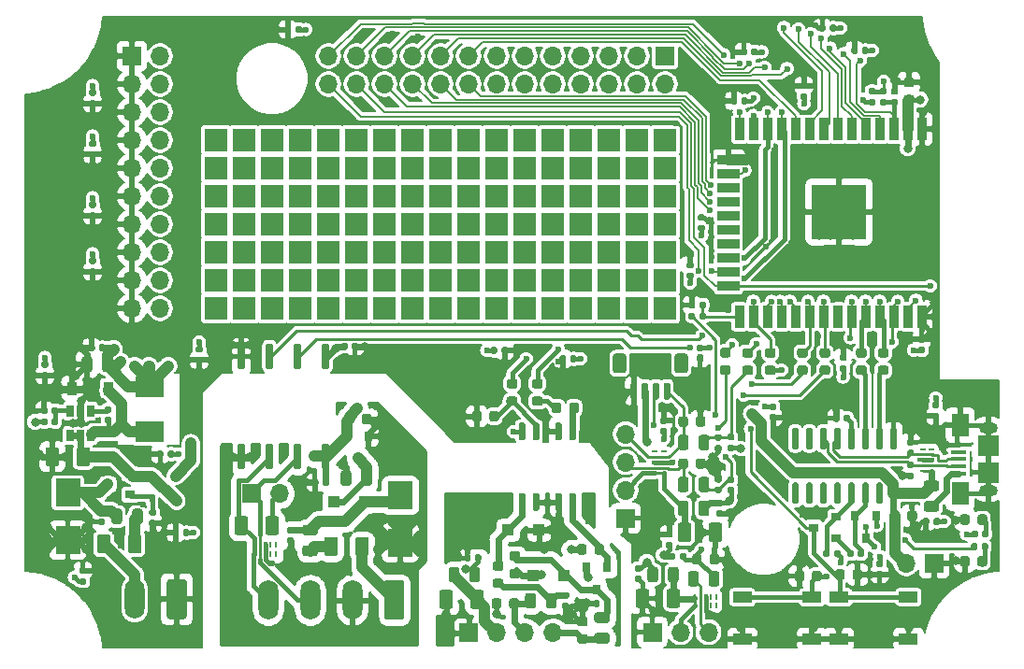
<source format=gbr>
%TF.GenerationSoftware,KiCad,Pcbnew,(5.1.6-0-10_14)*%
%TF.CreationDate,2020-11-01T12:10:01+02:00*%
%TF.ProjectId,SH-ESP32,53482d45-5350-4333-922e-6b696361645f,0.1.0*%
%TF.SameCoordinates,Original*%
%TF.FileFunction,Copper,L1,Top*%
%TF.FilePolarity,Positive*%
%FSLAX46Y46*%
G04 Gerber Fmt 4.6, Leading zero omitted, Abs format (unit mm)*
G04 Created by KiCad (PCBNEW (5.1.6-0-10_14)) date 2020-11-01 12:10:01*
%MOMM*%
%LPD*%
G01*
G04 APERTURE LIST*
%TA.AperFunction,SMDPad,CuDef*%
%ADD10R,0.450000X0.600000*%
%TD*%
%TA.AperFunction,SMDPad,CuDef*%
%ADD11R,1.100000X1.100000*%
%TD*%
%TA.AperFunction,ComponentPad*%
%ADD12R,2.100000X2.100000*%
%TD*%
%TA.AperFunction,ComponentPad*%
%ADD13O,1.700000X1.700000*%
%TD*%
%TA.AperFunction,ComponentPad*%
%ADD14R,1.700000X1.700000*%
%TD*%
%TA.AperFunction,SMDPad,CuDef*%
%ADD15R,2.300000X2.500000*%
%TD*%
%TA.AperFunction,SMDPad,CuDef*%
%ADD16R,0.900000X1.200000*%
%TD*%
%TA.AperFunction,SMDPad,CuDef*%
%ADD17R,1.600000X2.100000*%
%TD*%
%TA.AperFunction,ComponentPad*%
%ADD18O,1.700000X1.000000*%
%TD*%
%TA.AperFunction,SMDPad,CuDef*%
%ADD19R,1.900000X1.900000*%
%TD*%
%TA.AperFunction,SMDPad,CuDef*%
%ADD20R,1.350000X0.400000*%
%TD*%
%TA.AperFunction,SMDPad,CuDef*%
%ADD21R,2.500000X1.900000*%
%TD*%
%TA.AperFunction,SMDPad,CuDef*%
%ADD22R,0.900000X0.800000*%
%TD*%
%TA.AperFunction,SMDPad,CuDef*%
%ADD23R,0.800000X0.900000*%
%TD*%
%TA.AperFunction,SMDPad,CuDef*%
%ADD24R,5.000000X5.000000*%
%TD*%
%TA.AperFunction,SMDPad,CuDef*%
%ADD25R,0.900000X2.000000*%
%TD*%
%TA.AperFunction,SMDPad,CuDef*%
%ADD26R,2.000000X0.900000*%
%TD*%
%TA.AperFunction,SMDPad,CuDef*%
%ADD27R,0.650000X1.060000*%
%TD*%
%TA.AperFunction,SMDPad,CuDef*%
%ADD28R,0.625000X0.250000*%
%TD*%
%TA.AperFunction,SMDPad,CuDef*%
%ADD29R,0.700000X0.450000*%
%TD*%
%TA.AperFunction,SMDPad,CuDef*%
%ADD30R,0.575000X0.450000*%
%TD*%
%TA.AperFunction,SMDPad,CuDef*%
%ADD31R,0.250000X0.625000*%
%TD*%
%TA.AperFunction,SMDPad,CuDef*%
%ADD32R,0.450000X0.700000*%
%TD*%
%TA.AperFunction,SMDPad,CuDef*%
%ADD33R,0.450000X0.575000*%
%TD*%
%TA.AperFunction,SMDPad,CuDef*%
%ADD34R,1.700000X1.000000*%
%TD*%
%TA.AperFunction,ComponentPad*%
%ADD35O,1.800000X3.600000*%
%TD*%
%TA.AperFunction,ViaPad*%
%ADD36C,0.600000*%
%TD*%
%TA.AperFunction,ViaPad*%
%ADD37C,0.800000*%
%TD*%
%TA.AperFunction,ViaPad*%
%ADD38C,1.000000*%
%TD*%
%TA.AperFunction,ViaPad*%
%ADD39C,0.450000*%
%TD*%
%TA.AperFunction,Conductor*%
%ADD40C,0.400000*%
%TD*%
%TA.AperFunction,Conductor*%
%ADD41C,0.600000*%
%TD*%
%TA.AperFunction,Conductor*%
%ADD42C,0.250000*%
%TD*%
%TA.AperFunction,Conductor*%
%ADD43C,1.000000*%
%TD*%
%TA.AperFunction,Conductor*%
%ADD44C,0.200000*%
%TD*%
%TA.AperFunction,Conductor*%
%ADD45C,0.261112*%
%TD*%
%TA.AperFunction,Conductor*%
%ADD46C,0.254000*%
%TD*%
G04 APERTURE END LIST*
D10*
%TO.P,D304,2*%
%TO.N,USB_5V*%
X102997000Y-99026000D03*
%TO.P,D304,1*%
%TO.N,/Power input/Vin_protected*%
X102997000Y-101126000D03*
%TD*%
%TO.P,U902,4*%
%TO.N,+3V3*%
%TA.AperFunction,SMDPad,CuDef*%
G36*
G01*
X134516000Y-95796000D02*
X134216000Y-95796000D01*
G75*
G02*
X134066000Y-95646000I0J150000D01*
G01*
X134066000Y-94321000D01*
G75*
G02*
X134216000Y-94171000I150000J0D01*
G01*
X134516000Y-94171000D01*
G75*
G02*
X134666000Y-94321000I0J-150000D01*
G01*
X134666000Y-95646000D01*
G75*
G02*
X134516000Y-95796000I-150000J0D01*
G01*
G37*
%TD.AperFunction*%
%TO.P,U902,3*%
%TO.N,/OPTO_IN1*%
%TA.AperFunction,SMDPad,CuDef*%
G36*
G01*
X135786000Y-95796000D02*
X135486000Y-95796000D01*
G75*
G02*
X135336000Y-95646000I0J150000D01*
G01*
X135336000Y-94321000D01*
G75*
G02*
X135486000Y-94171000I150000J0D01*
G01*
X135786000Y-94171000D01*
G75*
G02*
X135936000Y-94321000I0J-150000D01*
G01*
X135936000Y-95646000D01*
G75*
G02*
X135786000Y-95796000I-150000J0D01*
G01*
G37*
%TD.AperFunction*%
%TO.P,U902,2*%
%TO.N,/Optocouplers/ISO_GND*%
%TA.AperFunction,SMDPad,CuDef*%
G36*
G01*
X135786000Y-102171000D02*
X135486000Y-102171000D01*
G75*
G02*
X135336000Y-102021000I0J150000D01*
G01*
X135336000Y-100696000D01*
G75*
G02*
X135486000Y-100546000I150000J0D01*
G01*
X135786000Y-100546000D01*
G75*
G02*
X135936000Y-100696000I0J-150000D01*
G01*
X135936000Y-102021000D01*
G75*
G02*
X135786000Y-102171000I-150000J0D01*
G01*
G37*
%TD.AperFunction*%
%TO.P,U902,1*%
%TO.N,Net-(D902-Pad1)*%
%TA.AperFunction,SMDPad,CuDef*%
G36*
G01*
X134516000Y-102171000D02*
X134216000Y-102171000D01*
G75*
G02*
X134066000Y-102021000I0J150000D01*
G01*
X134066000Y-100696000D01*
G75*
G02*
X134216000Y-100546000I150000J0D01*
G01*
X134516000Y-100546000D01*
G75*
G02*
X134666000Y-100696000I0J-150000D01*
G01*
X134666000Y-102021000D01*
G75*
G02*
X134516000Y-102171000I-150000J0D01*
G01*
G37*
%TD.AperFunction*%
%TD*%
%TO.P,U901,4*%
%TO.N,Net-(Q901-Pad1)*%
%TA.AperFunction,SMDPad,CuDef*%
G36*
G01*
X138788000Y-100546000D02*
X139088000Y-100546000D01*
G75*
G02*
X139238000Y-100696000I0J-150000D01*
G01*
X139238000Y-102021000D01*
G75*
G02*
X139088000Y-102171000I-150000J0D01*
G01*
X138788000Y-102171000D01*
G75*
G02*
X138638000Y-102021000I0J150000D01*
G01*
X138638000Y-100696000D01*
G75*
G02*
X138788000Y-100546000I150000J0D01*
G01*
G37*
%TD.AperFunction*%
%TO.P,U901,3*%
%TO.N,/Optocouplers/ISO_GND*%
%TA.AperFunction,SMDPad,CuDef*%
G36*
G01*
X137518000Y-100546000D02*
X137818000Y-100546000D01*
G75*
G02*
X137968000Y-100696000I0J-150000D01*
G01*
X137968000Y-102021000D01*
G75*
G02*
X137818000Y-102171000I-150000J0D01*
G01*
X137518000Y-102171000D01*
G75*
G02*
X137368000Y-102021000I0J150000D01*
G01*
X137368000Y-100696000D01*
G75*
G02*
X137518000Y-100546000I150000J0D01*
G01*
G37*
%TD.AperFunction*%
%TO.P,U901,2*%
%TO.N,GND*%
%TA.AperFunction,SMDPad,CuDef*%
G36*
G01*
X137518000Y-94171000D02*
X137818000Y-94171000D01*
G75*
G02*
X137968000Y-94321000I0J-150000D01*
G01*
X137968000Y-95646000D01*
G75*
G02*
X137818000Y-95796000I-150000J0D01*
G01*
X137518000Y-95796000D01*
G75*
G02*
X137368000Y-95646000I0J150000D01*
G01*
X137368000Y-94321000D01*
G75*
G02*
X137518000Y-94171000I150000J0D01*
G01*
G37*
%TD.AperFunction*%
%TO.P,U901,1*%
%TO.N,Net-(R901-Pad1)*%
%TA.AperFunction,SMDPad,CuDef*%
G36*
G01*
X138788000Y-94171000D02*
X139088000Y-94171000D01*
G75*
G02*
X139238000Y-94321000I0J-150000D01*
G01*
X139238000Y-95646000D01*
G75*
G02*
X139088000Y-95796000I-150000J0D01*
G01*
X138788000Y-95796000D01*
G75*
G02*
X138638000Y-95646000I0J150000D01*
G01*
X138638000Y-94321000D01*
G75*
G02*
X138788000Y-94171000I150000J0D01*
G01*
G37*
%TD.AperFunction*%
%TD*%
%TO.P,R904,2*%
%TO.N,/Optocouplers/ISO_OUT*%
%TA.AperFunction,SMDPad,CuDef*%
G36*
G01*
X133987250Y-106711000D02*
X133474750Y-106711000D01*
G75*
G02*
X133256000Y-106492250I0J218750D01*
G01*
X133256000Y-106054750D01*
G75*
G02*
X133474750Y-105836000I218750J0D01*
G01*
X133987250Y-105836000D01*
G75*
G02*
X134206000Y-106054750I0J-218750D01*
G01*
X134206000Y-106492250D01*
G75*
G02*
X133987250Y-106711000I-218750J0D01*
G01*
G37*
%TD.AperFunction*%
%TO.P,R904,1*%
%TO.N,/Optocouplers/V_ISO*%
%TA.AperFunction,SMDPad,CuDef*%
G36*
G01*
X133987250Y-108286000D02*
X133474750Y-108286000D01*
G75*
G02*
X133256000Y-108067250I0J218750D01*
G01*
X133256000Y-107629750D01*
G75*
G02*
X133474750Y-107411000I218750J0D01*
G01*
X133987250Y-107411000D01*
G75*
G02*
X134206000Y-107629750I0J-218750D01*
G01*
X134206000Y-108067250D01*
G75*
G02*
X133987250Y-108286000I-218750J0D01*
G01*
G37*
%TD.AperFunction*%
%TD*%
%TO.P,R903,2*%
%TO.N,Net-(Q901-Pad1)*%
%TA.AperFunction,SMDPad,CuDef*%
G36*
G01*
X140939000Y-105920250D02*
X140939000Y-105407750D01*
G75*
G02*
X141157750Y-105189000I218750J0D01*
G01*
X141595250Y-105189000D01*
G75*
G02*
X141814000Y-105407750I0J-218750D01*
G01*
X141814000Y-105920250D01*
G75*
G02*
X141595250Y-106139000I-218750J0D01*
G01*
X141157750Y-106139000D01*
G75*
G02*
X140939000Y-105920250I0J218750D01*
G01*
G37*
%TD.AperFunction*%
%TO.P,R903,1*%
%TO.N,/Optocouplers/V_ISO*%
%TA.AperFunction,SMDPad,CuDef*%
G36*
G01*
X139364000Y-105920250D02*
X139364000Y-105407750D01*
G75*
G02*
X139582750Y-105189000I218750J0D01*
G01*
X140020250Y-105189000D01*
G75*
G02*
X140239000Y-105407750I0J-218750D01*
G01*
X140239000Y-105920250D01*
G75*
G02*
X140020250Y-106139000I-218750J0D01*
G01*
X139582750Y-106139000D01*
G75*
G02*
X139364000Y-105920250I0J218750D01*
G01*
G37*
%TD.AperFunction*%
%TD*%
D11*
%TO.P,D902,2*%
%TO.N,/Optocouplers/ISO_GND*%
X135893000Y-103886000D03*
%TO.P,D902,1*%
%TO.N,Net-(D902-Pad1)*%
X133093000Y-103886000D03*
%TD*%
%TO.P,D901,2*%
%TO.N,/Optocouplers/ISO_OUT*%
X138207000Y-108028000D03*
%TO.P,D901,1*%
%TO.N,/Optocouplers/V_ISO*%
X135407000Y-108028000D03*
%TD*%
%TO.P,R902,2*%
%TO.N,GND*%
%TA.AperFunction,SMDPad,CuDef*%
G36*
G01*
X130714000Y-93342750D02*
X130714000Y-93855250D01*
G75*
G02*
X130495250Y-94074000I-218750J0D01*
G01*
X130057750Y-94074000D01*
G75*
G02*
X129839000Y-93855250I0J218750D01*
G01*
X129839000Y-93342750D01*
G75*
G02*
X130057750Y-93124000I218750J0D01*
G01*
X130495250Y-93124000D01*
G75*
G02*
X130714000Y-93342750I0J-218750D01*
G01*
G37*
%TD.AperFunction*%
%TO.P,R902,1*%
%TO.N,/OPTO_IN1*%
%TA.AperFunction,SMDPad,CuDef*%
G36*
G01*
X132289000Y-93342750D02*
X132289000Y-93855250D01*
G75*
G02*
X132070250Y-94074000I-218750J0D01*
G01*
X131632750Y-94074000D01*
G75*
G02*
X131414000Y-93855250I0J218750D01*
G01*
X131414000Y-93342750D01*
G75*
G02*
X131632750Y-93124000I218750J0D01*
G01*
X132070250Y-93124000D01*
G75*
G02*
X132289000Y-93342750I0J-218750D01*
G01*
G37*
%TD.AperFunction*%
%TD*%
%TO.P,C1028,2*%
%TO.N,+3V3*%
%TA.AperFunction,SMDPad,CuDef*%
G36*
G01*
X132144000Y-87457500D02*
X132144000Y-87802500D01*
G75*
G02*
X131996500Y-87950000I-147500J0D01*
G01*
X131701500Y-87950000D01*
G75*
G02*
X131554000Y-87802500I0J147500D01*
G01*
X131554000Y-87457500D01*
G75*
G02*
X131701500Y-87310000I147500J0D01*
G01*
X131996500Y-87310000D01*
G75*
G02*
X132144000Y-87457500I0J-147500D01*
G01*
G37*
%TD.AperFunction*%
%TO.P,C1028,1*%
%TO.N,GND*%
%TA.AperFunction,SMDPad,CuDef*%
G36*
G01*
X133114000Y-87457500D02*
X133114000Y-87802500D01*
G75*
G02*
X132966500Y-87950000I-147500J0D01*
G01*
X132671500Y-87950000D01*
G75*
G02*
X132524000Y-87802500I0J147500D01*
G01*
X132524000Y-87457500D01*
G75*
G02*
X132671500Y-87310000I147500J0D01*
G01*
X132966500Y-87310000D01*
G75*
G02*
X133114000Y-87457500I0J-147500D01*
G01*
G37*
%TD.AperFunction*%
%TD*%
%TO.P,C1027,2*%
%TO.N,+3V3*%
%TA.AperFunction,SMDPad,CuDef*%
G36*
G01*
X159720500Y-64325000D02*
X160065500Y-64325000D01*
G75*
G02*
X160213000Y-64472500I0J-147500D01*
G01*
X160213000Y-64767500D01*
G75*
G02*
X160065500Y-64915000I-147500J0D01*
G01*
X159720500Y-64915000D01*
G75*
G02*
X159573000Y-64767500I0J147500D01*
G01*
X159573000Y-64472500D01*
G75*
G02*
X159720500Y-64325000I147500J0D01*
G01*
G37*
%TD.AperFunction*%
%TO.P,C1027,1*%
%TO.N,GND*%
%TA.AperFunction,SMDPad,CuDef*%
G36*
G01*
X159720500Y-63355000D02*
X160065500Y-63355000D01*
G75*
G02*
X160213000Y-63502500I0J-147500D01*
G01*
X160213000Y-63797500D01*
G75*
G02*
X160065500Y-63945000I-147500J0D01*
G01*
X159720500Y-63945000D01*
G75*
G02*
X159573000Y-63797500I0J147500D01*
G01*
X159573000Y-63502500D01*
G75*
G02*
X159720500Y-63355000I147500J0D01*
G01*
G37*
%TD.AperFunction*%
%TD*%
%TO.P,C1026,2*%
%TO.N,+3V3*%
%TA.AperFunction,SMDPad,CuDef*%
G36*
G01*
X103695000Y-104312500D02*
X103695000Y-103967500D01*
G75*
G02*
X103842500Y-103820000I147500J0D01*
G01*
X104137500Y-103820000D01*
G75*
G02*
X104285000Y-103967500I0J-147500D01*
G01*
X104285000Y-104312500D01*
G75*
G02*
X104137500Y-104460000I-147500J0D01*
G01*
X103842500Y-104460000D01*
G75*
G02*
X103695000Y-104312500I0J147500D01*
G01*
G37*
%TD.AperFunction*%
%TO.P,C1026,1*%
%TO.N,GND*%
%TA.AperFunction,SMDPad,CuDef*%
G36*
G01*
X102725000Y-104312500D02*
X102725000Y-103967500D01*
G75*
G02*
X102872500Y-103820000I147500J0D01*
G01*
X103167500Y-103820000D01*
G75*
G02*
X103315000Y-103967500I0J-147500D01*
G01*
X103315000Y-104312500D01*
G75*
G02*
X103167500Y-104460000I-147500J0D01*
G01*
X102872500Y-104460000D01*
G75*
G02*
X102725000Y-104312500I0J147500D01*
G01*
G37*
%TD.AperFunction*%
%TD*%
%TO.P,C1025,2*%
%TO.N,+3V3*%
%TA.AperFunction,SMDPad,CuDef*%
G36*
G01*
X113855000Y-58719500D02*
X113855000Y-58374500D01*
G75*
G02*
X114002500Y-58227000I147500J0D01*
G01*
X114297500Y-58227000D01*
G75*
G02*
X114445000Y-58374500I0J-147500D01*
G01*
X114445000Y-58719500D01*
G75*
G02*
X114297500Y-58867000I-147500J0D01*
G01*
X114002500Y-58867000D01*
G75*
G02*
X113855000Y-58719500I0J147500D01*
G01*
G37*
%TD.AperFunction*%
%TO.P,C1025,1*%
%TO.N,GND*%
%TA.AperFunction,SMDPad,CuDef*%
G36*
G01*
X112885000Y-58719500D02*
X112885000Y-58374500D01*
G75*
G02*
X113032500Y-58227000I147500J0D01*
G01*
X113327500Y-58227000D01*
G75*
G02*
X113475000Y-58374500I0J-147500D01*
G01*
X113475000Y-58719500D01*
G75*
G02*
X113327500Y-58867000I-147500J0D01*
G01*
X113032500Y-58867000D01*
G75*
G02*
X112885000Y-58719500I0J147500D01*
G01*
G37*
%TD.AperFunction*%
%TD*%
%TO.P,C1024,2*%
%TO.N,+3V3*%
%TA.AperFunction,SMDPad,CuDef*%
G36*
G01*
X172003500Y-92901000D02*
X171658500Y-92901000D01*
G75*
G02*
X171511000Y-92753500I0J147500D01*
G01*
X171511000Y-92458500D01*
G75*
G02*
X171658500Y-92311000I147500J0D01*
G01*
X172003500Y-92311000D01*
G75*
G02*
X172151000Y-92458500I0J-147500D01*
G01*
X172151000Y-92753500D01*
G75*
G02*
X172003500Y-92901000I-147500J0D01*
G01*
G37*
%TD.AperFunction*%
%TO.P,C1024,1*%
%TO.N,GND*%
%TA.AperFunction,SMDPad,CuDef*%
G36*
G01*
X172003500Y-93871000D02*
X171658500Y-93871000D01*
G75*
G02*
X171511000Y-93723500I0J147500D01*
G01*
X171511000Y-93428500D01*
G75*
G02*
X171658500Y-93281000I147500J0D01*
G01*
X172003500Y-93281000D01*
G75*
G02*
X172151000Y-93428500I0J-147500D01*
G01*
X172151000Y-93723500D01*
G75*
G02*
X172003500Y-93871000I-147500J0D01*
G01*
G37*
%TD.AperFunction*%
%TD*%
%TO.P,C1023,2*%
%TO.N,+3V3*%
%TA.AperFunction,SMDPad,CuDef*%
G36*
G01*
X105328500Y-87821000D02*
X104983500Y-87821000D01*
G75*
G02*
X104836000Y-87673500I0J147500D01*
G01*
X104836000Y-87378500D01*
G75*
G02*
X104983500Y-87231000I147500J0D01*
G01*
X105328500Y-87231000D01*
G75*
G02*
X105476000Y-87378500I0J-147500D01*
G01*
X105476000Y-87673500D01*
G75*
G02*
X105328500Y-87821000I-147500J0D01*
G01*
G37*
%TD.AperFunction*%
%TO.P,C1023,1*%
%TO.N,GND*%
%TA.AperFunction,SMDPad,CuDef*%
G36*
G01*
X105328500Y-88791000D02*
X104983500Y-88791000D01*
G75*
G02*
X104836000Y-88643500I0J147500D01*
G01*
X104836000Y-88348500D01*
G75*
G02*
X104983500Y-88201000I147500J0D01*
G01*
X105328500Y-88201000D01*
G75*
G02*
X105476000Y-88348500I0J-147500D01*
G01*
X105476000Y-88643500D01*
G75*
G02*
X105328500Y-88791000I-147500J0D01*
G01*
G37*
%TD.AperFunction*%
%TD*%
%TO.P,C1022,2*%
%TO.N,+3V3*%
%TA.AperFunction,SMDPad,CuDef*%
G36*
G01*
X94442500Y-108267000D02*
X94787500Y-108267000D01*
G75*
G02*
X94935000Y-108414500I0J-147500D01*
G01*
X94935000Y-108709500D01*
G75*
G02*
X94787500Y-108857000I-147500J0D01*
G01*
X94442500Y-108857000D01*
G75*
G02*
X94295000Y-108709500I0J147500D01*
G01*
X94295000Y-108414500D01*
G75*
G02*
X94442500Y-108267000I147500J0D01*
G01*
G37*
%TD.AperFunction*%
%TO.P,C1022,1*%
%TO.N,GND*%
%TA.AperFunction,SMDPad,CuDef*%
G36*
G01*
X94442500Y-107297000D02*
X94787500Y-107297000D01*
G75*
G02*
X94935000Y-107444500I0J-147500D01*
G01*
X94935000Y-107739500D01*
G75*
G02*
X94787500Y-107887000I-147500J0D01*
G01*
X94442500Y-107887000D01*
G75*
G02*
X94295000Y-107739500I0J147500D01*
G01*
X94295000Y-107444500D01*
G75*
G02*
X94442500Y-107297000I147500J0D01*
G01*
G37*
%TD.AperFunction*%
%TD*%
%TO.P,C1021,2*%
%TO.N,+3V3*%
%TA.AperFunction,SMDPad,CuDef*%
G36*
G01*
X91358500Y-89218000D02*
X91013500Y-89218000D01*
G75*
G02*
X90866000Y-89070500I0J147500D01*
G01*
X90866000Y-88775500D01*
G75*
G02*
X91013500Y-88628000I147500J0D01*
G01*
X91358500Y-88628000D01*
G75*
G02*
X91506000Y-88775500I0J-147500D01*
G01*
X91506000Y-89070500D01*
G75*
G02*
X91358500Y-89218000I-147500J0D01*
G01*
G37*
%TD.AperFunction*%
%TO.P,C1021,1*%
%TO.N,GND*%
%TA.AperFunction,SMDPad,CuDef*%
G36*
G01*
X91358500Y-90188000D02*
X91013500Y-90188000D01*
G75*
G02*
X90866000Y-90040500I0J147500D01*
G01*
X90866000Y-89745500D01*
G75*
G02*
X91013500Y-89598000I147500J0D01*
G01*
X91358500Y-89598000D01*
G75*
G02*
X91506000Y-89745500I0J-147500D01*
G01*
X91506000Y-90040500D01*
G75*
G02*
X91358500Y-90188000I-147500J0D01*
G01*
G37*
%TD.AperFunction*%
%TD*%
%TO.P,C1020,2*%
%TO.N,+3V3*%
%TA.AperFunction,SMDPad,CuDef*%
G36*
G01*
X95676500Y-79820000D02*
X95331500Y-79820000D01*
G75*
G02*
X95184000Y-79672500I0J147500D01*
G01*
X95184000Y-79377500D01*
G75*
G02*
X95331500Y-79230000I147500J0D01*
G01*
X95676500Y-79230000D01*
G75*
G02*
X95824000Y-79377500I0J-147500D01*
G01*
X95824000Y-79672500D01*
G75*
G02*
X95676500Y-79820000I-147500J0D01*
G01*
G37*
%TD.AperFunction*%
%TO.P,C1020,1*%
%TO.N,GND*%
%TA.AperFunction,SMDPad,CuDef*%
G36*
G01*
X95676500Y-80790000D02*
X95331500Y-80790000D01*
G75*
G02*
X95184000Y-80642500I0J147500D01*
G01*
X95184000Y-80347500D01*
G75*
G02*
X95331500Y-80200000I147500J0D01*
G01*
X95676500Y-80200000D01*
G75*
G02*
X95824000Y-80347500I0J-147500D01*
G01*
X95824000Y-80642500D01*
G75*
G02*
X95676500Y-80790000I-147500J0D01*
G01*
G37*
%TD.AperFunction*%
%TD*%
%TO.P,C1019,2*%
%TO.N,+3V3*%
%TA.AperFunction,SMDPad,CuDef*%
G36*
G01*
X95676500Y-74740000D02*
X95331500Y-74740000D01*
G75*
G02*
X95184000Y-74592500I0J147500D01*
G01*
X95184000Y-74297500D01*
G75*
G02*
X95331500Y-74150000I147500J0D01*
G01*
X95676500Y-74150000D01*
G75*
G02*
X95824000Y-74297500I0J-147500D01*
G01*
X95824000Y-74592500D01*
G75*
G02*
X95676500Y-74740000I-147500J0D01*
G01*
G37*
%TD.AperFunction*%
%TO.P,C1019,1*%
%TO.N,GND*%
%TA.AperFunction,SMDPad,CuDef*%
G36*
G01*
X95676500Y-75710000D02*
X95331500Y-75710000D01*
G75*
G02*
X95184000Y-75562500I0J147500D01*
G01*
X95184000Y-75267500D01*
G75*
G02*
X95331500Y-75120000I147500J0D01*
G01*
X95676500Y-75120000D01*
G75*
G02*
X95824000Y-75267500I0J-147500D01*
G01*
X95824000Y-75562500D01*
G75*
G02*
X95676500Y-75710000I-147500J0D01*
G01*
G37*
%TD.AperFunction*%
%TD*%
%TO.P,C1018,2*%
%TO.N,+3V3*%
%TA.AperFunction,SMDPad,CuDef*%
G36*
G01*
X95676500Y-69175000D02*
X95331500Y-69175000D01*
G75*
G02*
X95184000Y-69027500I0J147500D01*
G01*
X95184000Y-68732500D01*
G75*
G02*
X95331500Y-68585000I147500J0D01*
G01*
X95676500Y-68585000D01*
G75*
G02*
X95824000Y-68732500I0J-147500D01*
G01*
X95824000Y-69027500D01*
G75*
G02*
X95676500Y-69175000I-147500J0D01*
G01*
G37*
%TD.AperFunction*%
%TO.P,C1018,1*%
%TO.N,GND*%
%TA.AperFunction,SMDPad,CuDef*%
G36*
G01*
X95676500Y-70145000D02*
X95331500Y-70145000D01*
G75*
G02*
X95184000Y-69997500I0J147500D01*
G01*
X95184000Y-69702500D01*
G75*
G02*
X95331500Y-69555000I147500J0D01*
G01*
X95676500Y-69555000D01*
G75*
G02*
X95824000Y-69702500I0J-147500D01*
G01*
X95824000Y-69997500D01*
G75*
G02*
X95676500Y-70145000I-147500J0D01*
G01*
G37*
%TD.AperFunction*%
%TD*%
%TO.P,C1017,2*%
%TO.N,+3V3*%
%TA.AperFunction,SMDPad,CuDef*%
G36*
G01*
X95676500Y-64580000D02*
X95331500Y-64580000D01*
G75*
G02*
X95184000Y-64432500I0J147500D01*
G01*
X95184000Y-64137500D01*
G75*
G02*
X95331500Y-63990000I147500J0D01*
G01*
X95676500Y-63990000D01*
G75*
G02*
X95824000Y-64137500I0J-147500D01*
G01*
X95824000Y-64432500D01*
G75*
G02*
X95676500Y-64580000I-147500J0D01*
G01*
G37*
%TD.AperFunction*%
%TO.P,C1017,1*%
%TO.N,GND*%
%TA.AperFunction,SMDPad,CuDef*%
G36*
G01*
X95676500Y-65550000D02*
X95331500Y-65550000D01*
G75*
G02*
X95184000Y-65402500I0J147500D01*
G01*
X95184000Y-65107500D01*
G75*
G02*
X95331500Y-64960000I147500J0D01*
G01*
X95676500Y-64960000D01*
G75*
G02*
X95824000Y-65107500I0J-147500D01*
G01*
X95824000Y-65402500D01*
G75*
G02*
X95676500Y-65550000I-147500J0D01*
G01*
G37*
%TD.AperFunction*%
%TD*%
%TO.P,C1016,2*%
%TO.N,+3V3*%
%TA.AperFunction,SMDPad,CuDef*%
G36*
G01*
X147528500Y-104965000D02*
X147873500Y-104965000D01*
G75*
G02*
X148021000Y-105112500I0J-147500D01*
G01*
X148021000Y-105407500D01*
G75*
G02*
X147873500Y-105555000I-147500J0D01*
G01*
X147528500Y-105555000D01*
G75*
G02*
X147381000Y-105407500I0J147500D01*
G01*
X147381000Y-105112500D01*
G75*
G02*
X147528500Y-104965000I147500J0D01*
G01*
G37*
%TD.AperFunction*%
%TO.P,C1016,1*%
%TO.N,GND*%
%TA.AperFunction,SMDPad,CuDef*%
G36*
G01*
X147528500Y-103995000D02*
X147873500Y-103995000D01*
G75*
G02*
X148021000Y-104142500I0J-147500D01*
G01*
X148021000Y-104437500D01*
G75*
G02*
X147873500Y-104585000I-147500J0D01*
G01*
X147528500Y-104585000D01*
G75*
G02*
X147381000Y-104437500I0J147500D01*
G01*
X147381000Y-104142500D01*
G75*
G02*
X147528500Y-103995000I147500J0D01*
G01*
G37*
%TD.AperFunction*%
%TD*%
%TO.P,C1015,2*%
%TO.N,+3V3*%
%TA.AperFunction,SMDPad,CuDef*%
G36*
G01*
X165163000Y-60624500D02*
X165163000Y-60279500D01*
G75*
G02*
X165310500Y-60132000I147500J0D01*
G01*
X165605500Y-60132000D01*
G75*
G02*
X165753000Y-60279500I0J-147500D01*
G01*
X165753000Y-60624500D01*
G75*
G02*
X165605500Y-60772000I-147500J0D01*
G01*
X165310500Y-60772000D01*
G75*
G02*
X165163000Y-60624500I0J147500D01*
G01*
G37*
%TD.AperFunction*%
%TO.P,C1015,1*%
%TO.N,GND*%
%TA.AperFunction,SMDPad,CuDef*%
G36*
G01*
X164193000Y-60624500D02*
X164193000Y-60279500D01*
G75*
G02*
X164340500Y-60132000I147500J0D01*
G01*
X164635500Y-60132000D01*
G75*
G02*
X164783000Y-60279500I0J-147500D01*
G01*
X164783000Y-60624500D01*
G75*
G02*
X164635500Y-60772000I-147500J0D01*
G01*
X164340500Y-60772000D01*
G75*
G02*
X164193000Y-60624500I0J147500D01*
G01*
G37*
%TD.AperFunction*%
%TD*%
%TO.P,C1014,2*%
%TO.N,+3V3*%
%TA.AperFunction,SMDPad,CuDef*%
G36*
G01*
X162242000Y-58592500D02*
X162242000Y-58247500D01*
G75*
G02*
X162389500Y-58100000I147500J0D01*
G01*
X162684500Y-58100000D01*
G75*
G02*
X162832000Y-58247500I0J-147500D01*
G01*
X162832000Y-58592500D01*
G75*
G02*
X162684500Y-58740000I-147500J0D01*
G01*
X162389500Y-58740000D01*
G75*
G02*
X162242000Y-58592500I0J147500D01*
G01*
G37*
%TD.AperFunction*%
%TO.P,C1014,1*%
%TO.N,GND*%
%TA.AperFunction,SMDPad,CuDef*%
G36*
G01*
X161272000Y-58592500D02*
X161272000Y-58247500D01*
G75*
G02*
X161419500Y-58100000I147500J0D01*
G01*
X161714500Y-58100000D01*
G75*
G02*
X161862000Y-58247500I0J-147500D01*
G01*
X161862000Y-58592500D01*
G75*
G02*
X161714500Y-58740000I-147500J0D01*
G01*
X161419500Y-58740000D01*
G75*
G02*
X161272000Y-58592500I0J147500D01*
G01*
G37*
%TD.AperFunction*%
%TD*%
%TO.P,C1013,2*%
%TO.N,+3V3*%
%TA.AperFunction,SMDPad,CuDef*%
G36*
G01*
X155130000Y-60751500D02*
X155130000Y-60406500D01*
G75*
G02*
X155277500Y-60259000I147500J0D01*
G01*
X155572500Y-60259000D01*
G75*
G02*
X155720000Y-60406500I0J-147500D01*
G01*
X155720000Y-60751500D01*
G75*
G02*
X155572500Y-60899000I-147500J0D01*
G01*
X155277500Y-60899000D01*
G75*
G02*
X155130000Y-60751500I0J147500D01*
G01*
G37*
%TD.AperFunction*%
%TO.P,C1013,1*%
%TO.N,GND*%
%TA.AperFunction,SMDPad,CuDef*%
G36*
G01*
X154160000Y-60751500D02*
X154160000Y-60406500D01*
G75*
G02*
X154307500Y-60259000I147500J0D01*
G01*
X154602500Y-60259000D01*
G75*
G02*
X154750000Y-60406500I0J-147500D01*
G01*
X154750000Y-60751500D01*
G75*
G02*
X154602500Y-60899000I-147500J0D01*
G01*
X154307500Y-60899000D01*
G75*
G02*
X154160000Y-60751500I0J147500D01*
G01*
G37*
%TD.AperFunction*%
%TD*%
%TO.P,C1012,2*%
%TO.N,+3V3*%
%TA.AperFunction,SMDPad,CuDef*%
G36*
G01*
X154241000Y-65196500D02*
X154241000Y-64851500D01*
G75*
G02*
X154388500Y-64704000I147500J0D01*
G01*
X154683500Y-64704000D01*
G75*
G02*
X154831000Y-64851500I0J-147500D01*
G01*
X154831000Y-65196500D01*
G75*
G02*
X154683500Y-65344000I-147500J0D01*
G01*
X154388500Y-65344000D01*
G75*
G02*
X154241000Y-65196500I0J147500D01*
G01*
G37*
%TD.AperFunction*%
%TO.P,C1012,1*%
%TO.N,GND*%
%TA.AperFunction,SMDPad,CuDef*%
G36*
G01*
X153271000Y-65196500D02*
X153271000Y-64851500D01*
G75*
G02*
X153418500Y-64704000I147500J0D01*
G01*
X153713500Y-64704000D01*
G75*
G02*
X153861000Y-64851500I0J-147500D01*
G01*
X153861000Y-65196500D01*
G75*
G02*
X153713500Y-65344000I-147500J0D01*
G01*
X153418500Y-65344000D01*
G75*
G02*
X153271000Y-65196500I0J147500D01*
G01*
G37*
%TD.AperFunction*%
%TD*%
%TO.P,C1011,2*%
%TO.N,+3V3*%
%TA.AperFunction,SMDPad,CuDef*%
G36*
G01*
X150449500Y-76263000D02*
X150794500Y-76263000D01*
G75*
G02*
X150942000Y-76410500I0J-147500D01*
G01*
X150942000Y-76705500D01*
G75*
G02*
X150794500Y-76853000I-147500J0D01*
G01*
X150449500Y-76853000D01*
G75*
G02*
X150302000Y-76705500I0J147500D01*
G01*
X150302000Y-76410500D01*
G75*
G02*
X150449500Y-76263000I147500J0D01*
G01*
G37*
%TD.AperFunction*%
%TO.P,C1011,1*%
%TO.N,GND*%
%TA.AperFunction,SMDPad,CuDef*%
G36*
G01*
X150449500Y-75293000D02*
X150794500Y-75293000D01*
G75*
G02*
X150942000Y-75440500I0J-147500D01*
G01*
X150942000Y-75735500D01*
G75*
G02*
X150794500Y-75883000I-147500J0D01*
G01*
X150449500Y-75883000D01*
G75*
G02*
X150302000Y-75735500I0J147500D01*
G01*
X150302000Y-75440500D01*
G75*
G02*
X150449500Y-75293000I147500J0D01*
G01*
G37*
%TD.AperFunction*%
%TD*%
%TO.P,C1010,2*%
%TO.N,+3V3*%
%TA.AperFunction,SMDPad,CuDef*%
G36*
G01*
X149433500Y-80581000D02*
X149778500Y-80581000D01*
G75*
G02*
X149926000Y-80728500I0J-147500D01*
G01*
X149926000Y-81023500D01*
G75*
G02*
X149778500Y-81171000I-147500J0D01*
G01*
X149433500Y-81171000D01*
G75*
G02*
X149286000Y-81023500I0J147500D01*
G01*
X149286000Y-80728500D01*
G75*
G02*
X149433500Y-80581000I147500J0D01*
G01*
G37*
%TD.AperFunction*%
%TO.P,C1010,1*%
%TO.N,GND*%
%TA.AperFunction,SMDPad,CuDef*%
G36*
G01*
X149433500Y-79611000D02*
X149778500Y-79611000D01*
G75*
G02*
X149926000Y-79758500I0J-147500D01*
G01*
X149926000Y-80053500D01*
G75*
G02*
X149778500Y-80201000I-147500J0D01*
G01*
X149433500Y-80201000D01*
G75*
G02*
X149286000Y-80053500I0J147500D01*
G01*
X149286000Y-79758500D01*
G75*
G02*
X149433500Y-79611000I147500J0D01*
G01*
G37*
%TD.AperFunction*%
%TD*%
%TO.P,C1009,2*%
%TO.N,+3V3*%
%TA.AperFunction,SMDPad,CuDef*%
G36*
G01*
X163276500Y-88963000D02*
X163621500Y-88963000D01*
G75*
G02*
X163769000Y-89110500I0J-147500D01*
G01*
X163769000Y-89405500D01*
G75*
G02*
X163621500Y-89553000I-147500J0D01*
G01*
X163276500Y-89553000D01*
G75*
G02*
X163129000Y-89405500I0J147500D01*
G01*
X163129000Y-89110500D01*
G75*
G02*
X163276500Y-88963000I147500J0D01*
G01*
G37*
%TD.AperFunction*%
%TO.P,C1009,1*%
%TO.N,GND*%
%TA.AperFunction,SMDPad,CuDef*%
G36*
G01*
X163276500Y-87993000D02*
X163621500Y-87993000D01*
G75*
G02*
X163769000Y-88140500I0J-147500D01*
G01*
X163769000Y-88435500D01*
G75*
G02*
X163621500Y-88583000I-147500J0D01*
G01*
X163276500Y-88583000D01*
G75*
G02*
X163129000Y-88435500I0J147500D01*
G01*
X163129000Y-88140500D01*
G75*
G02*
X163276500Y-87993000I147500J0D01*
G01*
G37*
%TD.AperFunction*%
%TD*%
%TO.P,C1008,2*%
%TO.N,+3V3*%
%TA.AperFunction,SMDPad,CuDef*%
G36*
G01*
X170388500Y-87312000D02*
X170733500Y-87312000D01*
G75*
G02*
X170881000Y-87459500I0J-147500D01*
G01*
X170881000Y-87754500D01*
G75*
G02*
X170733500Y-87902000I-147500J0D01*
G01*
X170388500Y-87902000D01*
G75*
G02*
X170241000Y-87754500I0J147500D01*
G01*
X170241000Y-87459500D01*
G75*
G02*
X170388500Y-87312000I147500J0D01*
G01*
G37*
%TD.AperFunction*%
%TO.P,C1008,1*%
%TO.N,GND*%
%TA.AperFunction,SMDPad,CuDef*%
G36*
G01*
X170388500Y-86342000D02*
X170733500Y-86342000D01*
G75*
G02*
X170881000Y-86489500I0J-147500D01*
G01*
X170881000Y-86784500D01*
G75*
G02*
X170733500Y-86932000I-147500J0D01*
G01*
X170388500Y-86932000D01*
G75*
G02*
X170241000Y-86784500I0J147500D01*
G01*
X170241000Y-86489500D01*
G75*
G02*
X170388500Y-86342000I147500J0D01*
G01*
G37*
%TD.AperFunction*%
%TD*%
%TO.P,C1007,1*%
%TO.N,GND*%
%TA.AperFunction,SMDPad,CuDef*%
G36*
G01*
X150667500Y-88664000D02*
X150322500Y-88664000D01*
G75*
G02*
X150175000Y-88516500I0J147500D01*
G01*
X150175000Y-88221500D01*
G75*
G02*
X150322500Y-88074000I147500J0D01*
G01*
X150667500Y-88074000D01*
G75*
G02*
X150815000Y-88221500I0J-147500D01*
G01*
X150815000Y-88516500D01*
G75*
G02*
X150667500Y-88664000I-147500J0D01*
G01*
G37*
%TD.AperFunction*%
%TO.P,C1007,2*%
%TO.N,+3V3*%
%TA.AperFunction,SMDPad,CuDef*%
G36*
G01*
X150667500Y-87694000D02*
X150322500Y-87694000D01*
G75*
G02*
X150175000Y-87546500I0J147500D01*
G01*
X150175000Y-87251500D01*
G75*
G02*
X150322500Y-87104000I147500J0D01*
G01*
X150667500Y-87104000D01*
G75*
G02*
X150815000Y-87251500I0J-147500D01*
G01*
X150815000Y-87546500D01*
G75*
G02*
X150667500Y-87694000I-147500J0D01*
G01*
G37*
%TD.AperFunction*%
%TD*%
%TO.P,C1006,2*%
%TO.N,+3V3*%
%TA.AperFunction,SMDPad,CuDef*%
G36*
G01*
X171617000Y-103296500D02*
X171617000Y-102951500D01*
G75*
G02*
X171764500Y-102804000I147500J0D01*
G01*
X172059500Y-102804000D01*
G75*
G02*
X172207000Y-102951500I0J-147500D01*
G01*
X172207000Y-103296500D01*
G75*
G02*
X172059500Y-103444000I-147500J0D01*
G01*
X171764500Y-103444000D01*
G75*
G02*
X171617000Y-103296500I0J147500D01*
G01*
G37*
%TD.AperFunction*%
%TO.P,C1006,1*%
%TO.N,GND*%
%TA.AperFunction,SMDPad,CuDef*%
G36*
G01*
X170647000Y-103296500D02*
X170647000Y-102951500D01*
G75*
G02*
X170794500Y-102804000I147500J0D01*
G01*
X171089500Y-102804000D01*
G75*
G02*
X171237000Y-102951500I0J-147500D01*
G01*
X171237000Y-103296500D01*
G75*
G02*
X171089500Y-103444000I-147500J0D01*
G01*
X170794500Y-103444000D01*
G75*
G02*
X170647000Y-103296500I0J147500D01*
G01*
G37*
%TD.AperFunction*%
%TD*%
%TO.P,C1005,2*%
%TO.N,+3V3*%
%TA.AperFunction,SMDPad,CuDef*%
G36*
G01*
X166923500Y-107252000D02*
X166578500Y-107252000D01*
G75*
G02*
X166431000Y-107104500I0J147500D01*
G01*
X166431000Y-106809500D01*
G75*
G02*
X166578500Y-106662000I147500J0D01*
G01*
X166923500Y-106662000D01*
G75*
G02*
X167071000Y-106809500I0J-147500D01*
G01*
X167071000Y-107104500D01*
G75*
G02*
X166923500Y-107252000I-147500J0D01*
G01*
G37*
%TD.AperFunction*%
%TO.P,C1005,1*%
%TO.N,GND*%
%TA.AperFunction,SMDPad,CuDef*%
G36*
G01*
X166923500Y-108222000D02*
X166578500Y-108222000D01*
G75*
G02*
X166431000Y-108074500I0J147500D01*
G01*
X166431000Y-107779500D01*
G75*
G02*
X166578500Y-107632000I147500J0D01*
G01*
X166923500Y-107632000D01*
G75*
G02*
X167071000Y-107779500I0J-147500D01*
G01*
X167071000Y-108074500D01*
G75*
G02*
X166923500Y-108222000I-147500J0D01*
G01*
G37*
%TD.AperFunction*%
%TD*%
%TO.P,C1004,2*%
%TO.N,+3V3*%
%TA.AperFunction,SMDPad,CuDef*%
G36*
G01*
X138747000Y-88564500D02*
X138747000Y-88219500D01*
G75*
G02*
X138894500Y-88072000I147500J0D01*
G01*
X139189500Y-88072000D01*
G75*
G02*
X139337000Y-88219500I0J-147500D01*
G01*
X139337000Y-88564500D01*
G75*
G02*
X139189500Y-88712000I-147500J0D01*
G01*
X138894500Y-88712000D01*
G75*
G02*
X138747000Y-88564500I0J147500D01*
G01*
G37*
%TD.AperFunction*%
%TO.P,C1004,1*%
%TO.N,GND*%
%TA.AperFunction,SMDPad,CuDef*%
G36*
G01*
X137777000Y-88564500D02*
X137777000Y-88219500D01*
G75*
G02*
X137924500Y-88072000I147500J0D01*
G01*
X138219500Y-88072000D01*
G75*
G02*
X138367000Y-88219500I0J-147500D01*
G01*
X138367000Y-88564500D01*
G75*
G02*
X138219500Y-88712000I-147500J0D01*
G01*
X137924500Y-88712000D01*
G75*
G02*
X137777000Y-88564500I0J147500D01*
G01*
G37*
%TD.AperFunction*%
%TD*%
%TO.P,C1003,2*%
%TO.N,+3V3*%
%TA.AperFunction,SMDPad,CuDef*%
G36*
G01*
X147020500Y-94678000D02*
X147365500Y-94678000D01*
G75*
G02*
X147513000Y-94825500I0J-147500D01*
G01*
X147513000Y-95120500D01*
G75*
G02*
X147365500Y-95268000I-147500J0D01*
G01*
X147020500Y-95268000D01*
G75*
G02*
X146873000Y-95120500I0J147500D01*
G01*
X146873000Y-94825500D01*
G75*
G02*
X147020500Y-94678000I147500J0D01*
G01*
G37*
%TD.AperFunction*%
%TO.P,C1003,1*%
%TO.N,GND*%
%TA.AperFunction,SMDPad,CuDef*%
G36*
G01*
X147020500Y-93708000D02*
X147365500Y-93708000D01*
G75*
G02*
X147513000Y-93855500I0J-147500D01*
G01*
X147513000Y-94150500D01*
G75*
G02*
X147365500Y-94298000I-147500J0D01*
G01*
X147020500Y-94298000D01*
G75*
G02*
X146873000Y-94150500I0J147500D01*
G01*
X146873000Y-93855500D01*
G75*
G02*
X147020500Y-93708000I147500J0D01*
G01*
G37*
%TD.AperFunction*%
%TD*%
%TO.P,C1002,2*%
%TO.N,+3V3*%
%TA.AperFunction,SMDPad,CuDef*%
G36*
G01*
X157271500Y-93028000D02*
X156926500Y-93028000D01*
G75*
G02*
X156779000Y-92880500I0J147500D01*
G01*
X156779000Y-92585500D01*
G75*
G02*
X156926500Y-92438000I147500J0D01*
G01*
X157271500Y-92438000D01*
G75*
G02*
X157419000Y-92585500I0J-147500D01*
G01*
X157419000Y-92880500D01*
G75*
G02*
X157271500Y-93028000I-147500J0D01*
G01*
G37*
%TD.AperFunction*%
%TO.P,C1002,1*%
%TO.N,GND*%
%TA.AperFunction,SMDPad,CuDef*%
G36*
G01*
X157271500Y-93998000D02*
X156926500Y-93998000D01*
G75*
G02*
X156779000Y-93850500I0J147500D01*
G01*
X156779000Y-93555500D01*
G75*
G02*
X156926500Y-93408000I147500J0D01*
G01*
X157271500Y-93408000D01*
G75*
G02*
X157419000Y-93555500I0J-147500D01*
G01*
X157419000Y-93850500D01*
G75*
G02*
X157271500Y-93998000I-147500J0D01*
G01*
G37*
%TD.AperFunction*%
%TD*%
%TO.P,C1001,2*%
%TO.N,+3V3*%
%TA.AperFunction,SMDPad,CuDef*%
G36*
G01*
X102298000Y-97200500D02*
X102298000Y-96855500D01*
G75*
G02*
X102445500Y-96708000I147500J0D01*
G01*
X102740500Y-96708000D01*
G75*
G02*
X102888000Y-96855500I0J-147500D01*
G01*
X102888000Y-97200500D01*
G75*
G02*
X102740500Y-97348000I-147500J0D01*
G01*
X102445500Y-97348000D01*
G75*
G02*
X102298000Y-97200500I0J147500D01*
G01*
G37*
%TD.AperFunction*%
%TO.P,C1001,1*%
%TO.N,GND*%
%TA.AperFunction,SMDPad,CuDef*%
G36*
G01*
X101328000Y-97200500D02*
X101328000Y-96855500D01*
G75*
G02*
X101475500Y-96708000I147500J0D01*
G01*
X101770500Y-96708000D01*
G75*
G02*
X101918000Y-96855500I0J-147500D01*
G01*
X101918000Y-97200500D01*
G75*
G02*
X101770500Y-97348000I-147500J0D01*
G01*
X101475500Y-97348000D01*
G75*
G02*
X101328000Y-97200500I0J147500D01*
G01*
G37*
%TD.AperFunction*%
%TD*%
D12*
%TO.P,REF\u002A\u002A,1*%
%TO.N,N/C*%
X109220000Y-68580000D03*
%TD*%
%TO.P,REF\u002A\u002A,1*%
%TO.N,N/C*%
X106680000Y-68580000D03*
%TD*%
%TO.P,REF\u002A\u002A,1*%
%TO.N,N/C*%
X147320000Y-68580000D03*
%TD*%
%TO.P,REF\u002A\u002A,1*%
%TO.N,N/C*%
X147320000Y-71120000D03*
%TD*%
%TO.P,REF\u002A\u002A,1*%
%TO.N,N/C*%
X144780000Y-68580000D03*
%TD*%
%TO.P,REF\u002A\u002A,1*%
%TO.N,N/C*%
X147320000Y-76200000D03*
%TD*%
%TO.P,REF\u002A\u002A,1*%
%TO.N,N/C*%
X147320000Y-78740000D03*
%TD*%
%TO.P,REF\u002A\u002A,1*%
%TO.N,N/C*%
X147320000Y-81280000D03*
%TD*%
%TO.P,REF\u002A\u002A,1*%
%TO.N,N/C*%
X147320000Y-73660000D03*
%TD*%
%TO.P,REF\u002A\u002A,1*%
%TO.N,N/C*%
X147320000Y-83820000D03*
%TD*%
%TO.P,REF\u002A\u002A,1*%
%TO.N,N/C*%
X124460000Y-68580000D03*
%TD*%
%TO.P,REF\u002A\u002A,1*%
%TO.N,N/C*%
X114300000Y-68580000D03*
%TD*%
%TO.P,REF\u002A\u002A,1*%
%TO.N,N/C*%
X132080000Y-68580000D03*
%TD*%
%TO.P,REF\u002A\u002A,1*%
%TO.N,N/C*%
X127000000Y-68580000D03*
%TD*%
%TO.P,REF\u002A\u002A,1*%
%TO.N,N/C*%
X129540000Y-68580000D03*
%TD*%
%TO.P,REF\u002A\u002A,1*%
%TO.N,N/C*%
X119380000Y-68580000D03*
%TD*%
%TO.P,REF\u002A\u002A,1*%
%TO.N,N/C*%
X139700000Y-68580000D03*
%TD*%
%TO.P,REF\u002A\u002A,1*%
%TO.N,N/C*%
X137160000Y-68580000D03*
%TD*%
%TO.P,REF\u002A\u002A,1*%
%TO.N,N/C*%
X116840000Y-68580000D03*
%TD*%
%TO.P,REF\u002A\u002A,1*%
%TO.N,N/C*%
X111760000Y-68580000D03*
%TD*%
%TO.P,REF\u002A\u002A,1*%
%TO.N,N/C*%
X134620000Y-68580000D03*
%TD*%
%TO.P,REF\u002A\u002A,1*%
%TO.N,N/C*%
X121920000Y-68580000D03*
%TD*%
%TO.P,REF\u002A\u002A,1*%
%TO.N,N/C*%
X142240000Y-68580000D03*
%TD*%
%TO.P,C601,2*%
%TO.N,/CAN bus/CAN_GND*%
%TA.AperFunction,SMDPad,CuDef*%
G36*
G01*
X113238500Y-104584000D02*
X113583500Y-104584000D01*
G75*
G02*
X113731000Y-104731500I0J-147500D01*
G01*
X113731000Y-105026500D01*
G75*
G02*
X113583500Y-105174000I-147500J0D01*
G01*
X113238500Y-105174000D01*
G75*
G02*
X113091000Y-105026500I0J147500D01*
G01*
X113091000Y-104731500D01*
G75*
G02*
X113238500Y-104584000I147500J0D01*
G01*
G37*
%TD.AperFunction*%
%TO.P,C601,1*%
%TO.N,/CAN bus/CAN12V_fused*%
%TA.AperFunction,SMDPad,CuDef*%
G36*
G01*
X113238500Y-103614000D02*
X113583500Y-103614000D01*
G75*
G02*
X113731000Y-103761500I0J-147500D01*
G01*
X113731000Y-104056500D01*
G75*
G02*
X113583500Y-104204000I-147500J0D01*
G01*
X113238500Y-104204000D01*
G75*
G02*
X113091000Y-104056500I0J147500D01*
G01*
X113091000Y-103761500D01*
G75*
G02*
X113238500Y-103614000I147500J0D01*
G01*
G37*
%TD.AperFunction*%
%TD*%
%TO.P,C303,2*%
%TO.N,/Power input/BS*%
%TA.AperFunction,SMDPad,CuDef*%
G36*
G01*
X97073500Y-93282000D02*
X96728500Y-93282000D01*
G75*
G02*
X96581000Y-93134500I0J147500D01*
G01*
X96581000Y-92839500D01*
G75*
G02*
X96728500Y-92692000I147500J0D01*
G01*
X97073500Y-92692000D01*
G75*
G02*
X97221000Y-92839500I0J-147500D01*
G01*
X97221000Y-93134500D01*
G75*
G02*
X97073500Y-93282000I-147500J0D01*
G01*
G37*
%TD.AperFunction*%
%TO.P,C303,1*%
%TO.N,/Power input/SW*%
%TA.AperFunction,SMDPad,CuDef*%
G36*
G01*
X97073500Y-94252000D02*
X96728500Y-94252000D01*
G75*
G02*
X96581000Y-94104500I0J147500D01*
G01*
X96581000Y-93809500D01*
G75*
G02*
X96728500Y-93662000I147500J0D01*
G01*
X97073500Y-93662000D01*
G75*
G02*
X97221000Y-93809500I0J-147500D01*
G01*
X97221000Y-94104500D01*
G75*
G02*
X97073500Y-94252000I-147500J0D01*
G01*
G37*
%TD.AperFunction*%
%TD*%
%TO.P,REF\u002A\u002A,1*%
%TO.N,N/C*%
X121920000Y-83820000D03*
%TD*%
%TO.P,REF\u002A\u002A,1*%
%TO.N,N/C*%
X109220000Y-83820000D03*
%TD*%
%TO.P,REF\u002A\u002A,1*%
%TO.N,N/C*%
X111760000Y-83820000D03*
%TD*%
%TO.P,REF\u002A\u002A,1*%
%TO.N,N/C*%
X127000000Y-83820000D03*
%TD*%
%TO.P,REF\u002A\u002A,1*%
%TO.N,N/C*%
X134620000Y-83820000D03*
%TD*%
%TO.P,REF\u002A\u002A,1*%
%TO.N,N/C*%
X119380000Y-83820000D03*
%TD*%
%TO.P,REF\u002A\u002A,1*%
%TO.N,N/C*%
X137160000Y-83820000D03*
%TD*%
%TO.P,REF\u002A\u002A,1*%
%TO.N,N/C*%
X139700000Y-83820000D03*
%TD*%
%TO.P,REF\u002A\u002A,1*%
%TO.N,N/C*%
X142240000Y-83820000D03*
%TD*%
%TO.P,REF\u002A\u002A,1*%
%TO.N,N/C*%
X144780000Y-83820000D03*
%TD*%
%TO.P,REF\u002A\u002A,1*%
%TO.N,N/C*%
X124460000Y-83820000D03*
%TD*%
%TO.P,REF\u002A\u002A,1*%
%TO.N,N/C*%
X106680000Y-83820000D03*
%TD*%
%TO.P,REF\u002A\u002A,1*%
%TO.N,N/C*%
X114300000Y-83820000D03*
%TD*%
%TO.P,REF\u002A\u002A,1*%
%TO.N,N/C*%
X116840000Y-83820000D03*
%TD*%
%TO.P,REF\u002A\u002A,1*%
%TO.N,N/C*%
X132080000Y-83820000D03*
%TD*%
%TO.P,REF\u002A\u002A,1*%
%TO.N,N/C*%
X129540000Y-83820000D03*
%TD*%
%TO.P,REF\u002A\u002A,1*%
%TO.N,N/C*%
X114300000Y-73660000D03*
%TD*%
%TO.P,REF\u002A\u002A,1*%
%TO.N,N/C*%
X111760000Y-71120000D03*
%TD*%
%TO.P,REF\u002A\u002A,1*%
%TO.N,N/C*%
X111760000Y-76200000D03*
%TD*%
%TO.P,REF\u002A\u002A,1*%
%TO.N,N/C*%
X124460000Y-76200000D03*
%TD*%
%TO.P,REF\u002A\u002A,1*%
%TO.N,N/C*%
X106680000Y-71120000D03*
%TD*%
%TO.P,REF\u002A\u002A,1*%
%TO.N,N/C*%
X106680000Y-81280000D03*
%TD*%
%TO.P,REF\u002A\u002A,1*%
%TO.N,N/C*%
X106680000Y-76200000D03*
%TD*%
%TO.P,REF\u002A\u002A,1*%
%TO.N,N/C*%
X106680000Y-78740000D03*
%TD*%
%TO.P,REF\u002A\u002A,1*%
%TO.N,N/C*%
X109220000Y-76200000D03*
%TD*%
%TO.P,REF\u002A\u002A,1*%
%TO.N,N/C*%
X109220000Y-78740000D03*
%TD*%
%TO.P,REF\u002A\u002A,1*%
%TO.N,N/C*%
X109220000Y-71120000D03*
%TD*%
%TO.P,REF\u002A\u002A,1*%
%TO.N,N/C*%
X109220000Y-73660000D03*
%TD*%
%TO.P,REF\u002A\u002A,1*%
%TO.N,N/C*%
X106680000Y-73660000D03*
%TD*%
%TO.P,REF\u002A\u002A,1*%
%TO.N,N/C*%
X114300000Y-76200000D03*
%TD*%
%TO.P,REF\u002A\u002A,1*%
%TO.N,N/C*%
X114300000Y-78740000D03*
%TD*%
%TO.P,REF\u002A\u002A,1*%
%TO.N,N/C*%
X111760000Y-73660000D03*
%TD*%
%TO.P,REF\u002A\u002A,1*%
%TO.N,N/C*%
X114300000Y-81280000D03*
%TD*%
%TO.P,REF\u002A\u002A,1*%
%TO.N,N/C*%
X111760000Y-78740000D03*
%TD*%
%TO.P,REF\u002A\u002A,1*%
%TO.N,N/C*%
X124460000Y-78740000D03*
%TD*%
%TO.P,REF\u002A\u002A,1*%
%TO.N,N/C*%
X116840000Y-81280000D03*
%TD*%
%TO.P,REF\u002A\u002A,1*%
%TO.N,N/C*%
X116840000Y-76200000D03*
%TD*%
%TO.P,REF\u002A\u002A,1*%
%TO.N,N/C*%
X116840000Y-78740000D03*
%TD*%
%TO.P,REF\u002A\u002A,1*%
%TO.N,N/C*%
X119380000Y-76200000D03*
%TD*%
%TO.P,REF\u002A\u002A,1*%
%TO.N,N/C*%
X119380000Y-78740000D03*
%TD*%
%TO.P,REF\u002A\u002A,1*%
%TO.N,N/C*%
X119380000Y-71120000D03*
%TD*%
%TO.P,REF\u002A\u002A,1*%
%TO.N,N/C*%
X119380000Y-73660000D03*
%TD*%
%TO.P,REF\u002A\u002A,1*%
%TO.N,N/C*%
X116840000Y-73660000D03*
%TD*%
%TO.P,REF\u002A\u002A,1*%
%TO.N,N/C*%
X116840000Y-71120000D03*
%TD*%
%TO.P,REF\u002A\u002A,1*%
%TO.N,N/C*%
X119380000Y-81280000D03*
%TD*%
%TO.P,REF\u002A\u002A,1*%
%TO.N,N/C*%
X121920000Y-76200000D03*
%TD*%
%TO.P,REF\u002A\u002A,1*%
%TO.N,N/C*%
X121920000Y-78740000D03*
%TD*%
%TO.P,REF\u002A\u002A,1*%
%TO.N,N/C*%
X121920000Y-81280000D03*
%TD*%
%TO.P,REF\u002A\u002A,1*%
%TO.N,N/C*%
X121920000Y-73660000D03*
%TD*%
%TO.P,REF\u002A\u002A,1*%
%TO.N,N/C*%
X121920000Y-71120000D03*
%TD*%
%TO.P,REF\u002A\u002A,1*%
%TO.N,N/C*%
X124460000Y-81280000D03*
%TD*%
%TO.P,REF\u002A\u002A,1*%
%TO.N,N/C*%
X124460000Y-73660000D03*
%TD*%
%TO.P,REF\u002A\u002A,1*%
%TO.N,N/C*%
X114300000Y-71120000D03*
%TD*%
%TO.P,REF\u002A\u002A,1*%
%TO.N,N/C*%
X111760000Y-81280000D03*
%TD*%
%TO.P,REF\u002A\u002A,1*%
%TO.N,N/C*%
X109220000Y-81280000D03*
%TD*%
%TO.P,REF\u002A\u002A,1*%
%TO.N,N/C*%
X124460000Y-71120000D03*
%TD*%
%TO.P,REF\u002A\u002A,1*%
%TO.N,N/C*%
X134620000Y-76200000D03*
%TD*%
%TO.P,REF\u002A\u002A,1*%
%TO.N,N/C*%
X134620000Y-78740000D03*
%TD*%
%TO.P,REF\u002A\u002A,1*%
%TO.N,N/C*%
X127000000Y-81280000D03*
%TD*%
%TO.P,REF\u002A\u002A,1*%
%TO.N,N/C*%
X127000000Y-76200000D03*
%TD*%
%TO.P,REF\u002A\u002A,1*%
%TO.N,N/C*%
X127000000Y-78740000D03*
%TD*%
%TO.P,REF\u002A\u002A,1*%
%TO.N,N/C*%
X129540000Y-76200000D03*
%TD*%
%TO.P,REF\u002A\u002A,1*%
%TO.N,N/C*%
X129540000Y-78740000D03*
%TD*%
%TO.P,REF\u002A\u002A,1*%
%TO.N,N/C*%
X129540000Y-71120000D03*
%TD*%
%TO.P,REF\u002A\u002A,1*%
%TO.N,N/C*%
X129540000Y-73660000D03*
%TD*%
%TO.P,REF\u002A\u002A,1*%
%TO.N,N/C*%
X127000000Y-73660000D03*
%TD*%
%TO.P,REF\u002A\u002A,1*%
%TO.N,N/C*%
X127000000Y-71120000D03*
%TD*%
%TO.P,REF\u002A\u002A,1*%
%TO.N,N/C*%
X129540000Y-81280000D03*
%TD*%
%TO.P,REF\u002A\u002A,1*%
%TO.N,N/C*%
X132080000Y-76200000D03*
%TD*%
%TO.P,REF\u002A\u002A,1*%
%TO.N,N/C*%
X132080000Y-78740000D03*
%TD*%
%TO.P,REF\u002A\u002A,1*%
%TO.N,N/C*%
X132080000Y-81280000D03*
%TD*%
%TO.P,REF\u002A\u002A,1*%
%TO.N,N/C*%
X132080000Y-73660000D03*
%TD*%
%TO.P,REF\u002A\u002A,1*%
%TO.N,N/C*%
X132080000Y-71120000D03*
%TD*%
%TO.P,REF\u002A\u002A,1*%
%TO.N,N/C*%
X134620000Y-81280000D03*
%TD*%
%TO.P,REF\u002A\u002A,1*%
%TO.N,N/C*%
X134620000Y-73660000D03*
%TD*%
%TO.P,REF\u002A\u002A,1*%
%TO.N,N/C*%
X134620000Y-71120000D03*
%TD*%
%TO.P,REF\u002A\u002A,1*%
%TO.N,N/C*%
X139700000Y-76200000D03*
%TD*%
%TO.P,REF\u002A\u002A,1*%
%TO.N,N/C*%
X139700000Y-78740000D03*
%TD*%
%TO.P,REF\u002A\u002A,1*%
%TO.N,N/C*%
X137160000Y-76200000D03*
%TD*%
%TO.P,REF\u002A\u002A,1*%
%TO.N,N/C*%
X137160000Y-78740000D03*
%TD*%
%TO.P,REF\u002A\u002A,1*%
%TO.N,N/C*%
X137160000Y-81280000D03*
%TD*%
%TO.P,REF\u002A\u002A,1*%
%TO.N,N/C*%
X137160000Y-73660000D03*
%TD*%
%TO.P,REF\u002A\u002A,1*%
%TO.N,N/C*%
X137160000Y-71120000D03*
%TD*%
%TO.P,REF\u002A\u002A,1*%
%TO.N,N/C*%
X139700000Y-81280000D03*
%TD*%
%TO.P,REF\u002A\u002A,1*%
%TO.N,N/C*%
X139700000Y-73660000D03*
%TD*%
%TO.P,REF\u002A\u002A,1*%
%TO.N,N/C*%
X139700000Y-71120000D03*
%TD*%
%TO.P,REF\u002A\u002A,1*%
%TO.N,N/C*%
X142240000Y-76200000D03*
%TD*%
%TO.P,REF\u002A\u002A,1*%
%TO.N,N/C*%
X142240000Y-78740000D03*
%TD*%
%TO.P,REF\u002A\u002A,1*%
%TO.N,N/C*%
X142240000Y-81280000D03*
%TD*%
%TO.P,REF\u002A\u002A,1*%
%TO.N,N/C*%
X142240000Y-73660000D03*
%TD*%
%TO.P,REF\u002A\u002A,1*%
%TO.N,N/C*%
X142240000Y-71120000D03*
%TD*%
%TO.P,REF\u002A\u002A,1*%
%TO.N,N/C*%
X144780000Y-73660000D03*
%TD*%
%TO.P,REF\u002A\u002A,1*%
%TO.N,N/C*%
X144780000Y-71120000D03*
%TD*%
%TO.P,REF\u002A\u002A,1*%
%TO.N,N/C*%
X144780000Y-78740000D03*
%TD*%
%TO.P,REF\u002A\u002A,1*%
%TO.N,N/C*%
X144780000Y-76200000D03*
%TD*%
%TO.P,REF\u002A\u002A,1*%
%TO.N,N/C*%
X144780000Y-81280000D03*
%TD*%
D13*
%TO.P,J202,20*%
%TO.N,+3V3*%
X101600000Y-83820000D03*
%TO.P,J202,19*%
%TO.N,GND*%
X99060000Y-83820000D03*
%TO.P,J202,18*%
%TO.N,+3V3*%
X101600000Y-81280000D03*
%TO.P,J202,17*%
%TO.N,GND*%
X99060000Y-81280000D03*
%TO.P,J202,16*%
%TO.N,+3V3*%
X101600000Y-78740000D03*
%TO.P,J202,15*%
%TO.N,GND*%
X99060000Y-78740000D03*
%TO.P,J202,14*%
%TO.N,+3V3*%
X101600000Y-76200000D03*
%TO.P,J202,13*%
%TO.N,GND*%
X99060000Y-76200000D03*
%TO.P,J202,12*%
%TO.N,+3V3*%
X101600000Y-73660000D03*
%TO.P,J202,11*%
%TO.N,GND*%
X99060000Y-73660000D03*
%TO.P,J202,10*%
%TO.N,+3V3*%
X101600000Y-71120000D03*
%TO.P,J202,9*%
%TO.N,GND*%
X99060000Y-71120000D03*
%TO.P,J202,8*%
%TO.N,+3V3*%
X101600000Y-68580000D03*
%TO.P,J202,7*%
%TO.N,GND*%
X99060000Y-68580000D03*
%TO.P,J202,6*%
%TO.N,+3V3*%
X101600000Y-66040000D03*
%TO.P,J202,5*%
%TO.N,GND*%
X99060000Y-66040000D03*
%TO.P,J202,4*%
%TO.N,+3V3*%
X101600000Y-63500000D03*
%TO.P,J202,3*%
%TO.N,GND*%
X99060000Y-63500000D03*
%TO.P,J202,2*%
%TO.N,+3V3*%
X101600000Y-60960000D03*
D14*
%TO.P,J202,1*%
%TO.N,GND*%
X99060000Y-60960000D03*
%TD*%
D13*
%TO.P,J201,26*%
%TO.N,/ESP32/IO15*%
X116840000Y-63500000D03*
%TO.P,J201,25*%
%TO.N,/ESP32/IO13*%
X116840000Y-60960000D03*
%TO.P,J201,24*%
%TO.N,/LED*%
X119380000Y-63500000D03*
%TO.P,J201,23*%
%TO.N,/ESP32/IO12*%
X119380000Y-60960000D03*
%TO.P,J201,22*%
%TO.N,/ESP32/IO4_C*%
X121920000Y-63500000D03*
%TO.P,J201,21*%
%TO.N,/ESP32/IO14*%
X121920000Y-60960000D03*
%TO.P,J201,20*%
%TO.N,/ESP32/IO16*%
X124460000Y-63500000D03*
%TO.P,J201,19*%
%TO.N,/ESP32/IO27_C*%
X124460000Y-60960000D03*
%TO.P,J201,18*%
%TO.N,/ESP32/IO17*%
X127000000Y-63500000D03*
%TO.P,J201,17*%
%TO.N,/ESP32/IO26_C*%
X127000000Y-60960000D03*
%TO.P,J201,16*%
%TO.N,/ESP32/IO5*%
X129540000Y-63500000D03*
%TO.P,J201,15*%
%TO.N,/ESP32/IO25*%
X129540000Y-60960000D03*
%TO.P,J201,14*%
%TO.N,/ESP32/IO18_C*%
X132080000Y-63500000D03*
%TO.P,J201,13*%
%TO.N,/ESP32/IO33*%
X132080000Y-60960000D03*
%TO.P,J201,12*%
%TO.N,/ESP32/IO19_C*%
X134620000Y-63500000D03*
%TO.P,J201,11*%
%TO.N,/ESP32/IO32*%
X134620000Y-60960000D03*
%TO.P,J201,10*%
%TO.N,/ESP32/IO21_C*%
X137160000Y-63500000D03*
%TO.P,J201,9*%
%TO.N,/ESP32/IO35*%
X137160000Y-60960000D03*
%TO.P,J201,8*%
%TO.N,/ESP32/RXD0_C*%
X139700000Y-63500000D03*
%TO.P,J201,7*%
%TO.N,/ESP32/IO34*%
X139700000Y-60960000D03*
%TO.P,J201,6*%
%TO.N,/ESP32/TXD0_C*%
X142240000Y-63500000D03*
%TO.P,J201,5*%
%TO.N,/ESP32/SENSOR_VN*%
X142240000Y-60960000D03*
%TO.P,J201,4*%
%TO.N,/ESP32/IO22_C*%
X144780000Y-63500000D03*
%TO.P,J201,3*%
%TO.N,/ESP32/SENSOR_VP*%
X144780000Y-60960000D03*
%TO.P,J201,2*%
%TO.N,/ESP32/IO23*%
X147320000Y-63500000D03*
D14*
%TO.P,J201,1*%
%TO.N,/ESP32/EN*%
X147320000Y-60960000D03*
%TD*%
D13*
%TO.P,J203,2*%
%TO.N,USB_5V*%
X169164000Y-106934000D03*
D14*
%TO.P,J203,1*%
%TO.N,GND*%
X171704000Y-106934000D03*
%TD*%
%TO.P,C201,2*%
%TO.N,GND*%
%TA.AperFunction,SMDPad,CuDef*%
G36*
G01*
X150058000Y-83345500D02*
X150058000Y-83690500D01*
G75*
G02*
X149910500Y-83838000I-147500J0D01*
G01*
X149615500Y-83838000D01*
G75*
G02*
X149468000Y-83690500I0J147500D01*
G01*
X149468000Y-83345500D01*
G75*
G02*
X149615500Y-83198000I147500J0D01*
G01*
X149910500Y-83198000D01*
G75*
G02*
X150058000Y-83345500I0J-147500D01*
G01*
G37*
%TD.AperFunction*%
%TO.P,C201,1*%
%TO.N,/ESP32/IO0*%
%TA.AperFunction,SMDPad,CuDef*%
G36*
G01*
X151028000Y-83345500D02*
X151028000Y-83690500D01*
G75*
G02*
X150880500Y-83838000I-147500J0D01*
G01*
X150585500Y-83838000D01*
G75*
G02*
X150438000Y-83690500I0J147500D01*
G01*
X150438000Y-83345500D01*
G75*
G02*
X150585500Y-83198000I147500J0D01*
G01*
X150880500Y-83198000D01*
G75*
G02*
X151028000Y-83345500I0J-147500D01*
G01*
G37*
%TD.AperFunction*%
%TD*%
%TO.P,C202,1*%
%TO.N,GND*%
%TA.AperFunction,SMDPad,CuDef*%
G36*
G01*
X169161750Y-62910000D02*
X169674250Y-62910000D01*
G75*
G02*
X169893000Y-63128750I0J-218750D01*
G01*
X169893000Y-63566250D01*
G75*
G02*
X169674250Y-63785000I-218750J0D01*
G01*
X169161750Y-63785000D01*
G75*
G02*
X168943000Y-63566250I0J218750D01*
G01*
X168943000Y-63128750D01*
G75*
G02*
X169161750Y-62910000I218750J0D01*
G01*
G37*
%TD.AperFunction*%
%TO.P,C202,2*%
%TO.N,+3V3*%
%TA.AperFunction,SMDPad,CuDef*%
G36*
G01*
X169161750Y-64485000D02*
X169674250Y-64485000D01*
G75*
G02*
X169893000Y-64703750I0J-218750D01*
G01*
X169893000Y-65141250D01*
G75*
G02*
X169674250Y-65360000I-218750J0D01*
G01*
X169161750Y-65360000D01*
G75*
G02*
X168943000Y-65141250I0J218750D01*
G01*
X168943000Y-64703750D01*
G75*
G02*
X169161750Y-64485000I218750J0D01*
G01*
G37*
%TD.AperFunction*%
%TD*%
%TO.P,C203,1*%
%TO.N,/ESP32/EN*%
%TA.AperFunction,SMDPad,CuDef*%
G36*
G01*
X168272500Y-65416000D02*
X167927500Y-65416000D01*
G75*
G02*
X167780000Y-65268500I0J147500D01*
G01*
X167780000Y-64973500D01*
G75*
G02*
X167927500Y-64826000I147500J0D01*
G01*
X168272500Y-64826000D01*
G75*
G02*
X168420000Y-64973500I0J-147500D01*
G01*
X168420000Y-65268500D01*
G75*
G02*
X168272500Y-65416000I-147500J0D01*
G01*
G37*
%TD.AperFunction*%
%TO.P,C203,2*%
%TO.N,GND*%
%TA.AperFunction,SMDPad,CuDef*%
G36*
G01*
X168272500Y-64446000D02*
X167927500Y-64446000D01*
G75*
G02*
X167780000Y-64298500I0J147500D01*
G01*
X167780000Y-64003500D01*
G75*
G02*
X167927500Y-63856000I147500J0D01*
G01*
X168272500Y-63856000D01*
G75*
G02*
X168420000Y-64003500I0J-147500D01*
G01*
X168420000Y-64298500D01*
G75*
G02*
X168272500Y-64446000I-147500J0D01*
G01*
G37*
%TD.AperFunction*%
%TD*%
%TO.P,C301,2*%
%TO.N,GND*%
%TA.AperFunction,SMDPad,CuDef*%
G36*
G01*
X92479000Y-96650500D02*
X92479000Y-97900500D01*
G75*
G02*
X92229000Y-98150500I-250000J0D01*
G01*
X91479000Y-98150500D01*
G75*
G02*
X91229000Y-97900500I0J250000D01*
G01*
X91229000Y-96650500D01*
G75*
G02*
X91479000Y-96400500I250000J0D01*
G01*
X92229000Y-96400500D01*
G75*
G02*
X92479000Y-96650500I0J-250000D01*
G01*
G37*
%TD.AperFunction*%
%TO.P,C301,1*%
%TO.N,/Power input/Vin_protected*%
%TA.AperFunction,SMDPad,CuDef*%
G36*
G01*
X95279000Y-96650500D02*
X95279000Y-97900500D01*
G75*
G02*
X95029000Y-98150500I-250000J0D01*
G01*
X94279000Y-98150500D01*
G75*
G02*
X94029000Y-97900500I0J250000D01*
G01*
X94029000Y-96650500D01*
G75*
G02*
X94279000Y-96400500I250000J0D01*
G01*
X95029000Y-96400500D01*
G75*
G02*
X95279000Y-96650500I0J-250000D01*
G01*
G37*
%TD.AperFunction*%
%TD*%
%TO.P,C302,2*%
%TO.N,GND*%
%TA.AperFunction,SMDPad,CuDef*%
G36*
G01*
X96129500Y-102863000D02*
X96474500Y-102863000D01*
G75*
G02*
X96622000Y-103010500I0J-147500D01*
G01*
X96622000Y-103305500D01*
G75*
G02*
X96474500Y-103453000I-147500J0D01*
G01*
X96129500Y-103453000D01*
G75*
G02*
X95982000Y-103305500I0J147500D01*
G01*
X95982000Y-103010500D01*
G75*
G02*
X96129500Y-102863000I147500J0D01*
G01*
G37*
%TD.AperFunction*%
%TO.P,C302,1*%
%TO.N,/Power input/Vin_fused*%
%TA.AperFunction,SMDPad,CuDef*%
G36*
G01*
X96129500Y-101893000D02*
X96474500Y-101893000D01*
G75*
G02*
X96622000Y-102040500I0J-147500D01*
G01*
X96622000Y-102335500D01*
G75*
G02*
X96474500Y-102483000I-147500J0D01*
G01*
X96129500Y-102483000D01*
G75*
G02*
X95982000Y-102335500I0J147500D01*
G01*
X95982000Y-102040500D01*
G75*
G02*
X96129500Y-101893000I147500J0D01*
G01*
G37*
%TD.AperFunction*%
%TD*%
%TO.P,C304,2*%
%TO.N,GND*%
%TA.AperFunction,SMDPad,CuDef*%
G36*
G01*
X95471000Y-88443750D02*
X95471000Y-89356250D01*
G75*
G02*
X95227250Y-89600000I-243750J0D01*
G01*
X94739750Y-89600000D01*
G75*
G02*
X94496000Y-89356250I0J243750D01*
G01*
X94496000Y-88443750D01*
G75*
G02*
X94739750Y-88200000I243750J0D01*
G01*
X95227250Y-88200000D01*
G75*
G02*
X95471000Y-88443750I0J-243750D01*
G01*
G37*
%TD.AperFunction*%
%TO.P,C304,1*%
%TO.N,+3V3*%
%TA.AperFunction,SMDPad,CuDef*%
G36*
G01*
X97346000Y-88443750D02*
X97346000Y-89356250D01*
G75*
G02*
X97102250Y-89600000I-243750J0D01*
G01*
X96614750Y-89600000D01*
G75*
G02*
X96371000Y-89356250I0J243750D01*
G01*
X96371000Y-88443750D01*
G75*
G02*
X96614750Y-88200000I243750J0D01*
G01*
X97102250Y-88200000D01*
G75*
G02*
X97346000Y-88443750I0J-243750D01*
G01*
G37*
%TD.AperFunction*%
%TD*%
%TO.P,C305,1*%
%TO.N,+3V3*%
%TA.AperFunction,SMDPad,CuDef*%
G36*
G01*
X96665000Y-87203500D02*
X96665000Y-87548500D01*
G75*
G02*
X96517500Y-87696000I-147500J0D01*
G01*
X96222500Y-87696000D01*
G75*
G02*
X96075000Y-87548500I0J147500D01*
G01*
X96075000Y-87203500D01*
G75*
G02*
X96222500Y-87056000I147500J0D01*
G01*
X96517500Y-87056000D01*
G75*
G02*
X96665000Y-87203500I0J-147500D01*
G01*
G37*
%TD.AperFunction*%
%TO.P,C305,2*%
%TO.N,GND*%
%TA.AperFunction,SMDPad,CuDef*%
G36*
G01*
X95695000Y-87203500D02*
X95695000Y-87548500D01*
G75*
G02*
X95547500Y-87696000I-147500J0D01*
G01*
X95252500Y-87696000D01*
G75*
G02*
X95105000Y-87548500I0J147500D01*
G01*
X95105000Y-87203500D01*
G75*
G02*
X95252500Y-87056000I147500J0D01*
G01*
X95547500Y-87056000D01*
G75*
G02*
X95695000Y-87203500I0J-147500D01*
G01*
G37*
%TD.AperFunction*%
%TD*%
%TO.P,C401,2*%
%TO.N,GND*%
%TA.AperFunction,SMDPad,CuDef*%
G36*
G01*
X163125000Y-93601500D02*
X163125000Y-93946500D01*
G75*
G02*
X162977500Y-94094000I-147500J0D01*
G01*
X162682500Y-94094000D01*
G75*
G02*
X162535000Y-93946500I0J147500D01*
G01*
X162535000Y-93601500D01*
G75*
G02*
X162682500Y-93454000I147500J0D01*
G01*
X162977500Y-93454000D01*
G75*
G02*
X163125000Y-93601500I0J-147500D01*
G01*
G37*
%TD.AperFunction*%
%TO.P,C401,1*%
%TO.N,Net-(C401-Pad1)*%
%TA.AperFunction,SMDPad,CuDef*%
G36*
G01*
X164095000Y-93601500D02*
X164095000Y-93946500D01*
G75*
G02*
X163947500Y-94094000I-147500J0D01*
G01*
X163652500Y-94094000D01*
G75*
G02*
X163505000Y-93946500I0J147500D01*
G01*
X163505000Y-93601500D01*
G75*
G02*
X163652500Y-93454000I147500J0D01*
G01*
X163947500Y-93454000D01*
G75*
G02*
X164095000Y-93601500I0J-147500D01*
G01*
G37*
%TD.AperFunction*%
%TD*%
%TO.P,C402,2*%
%TO.N,GND*%
%TA.AperFunction,SMDPad,CuDef*%
G36*
G01*
X169260000Y-102872250D02*
X169260000Y-102359750D01*
G75*
G02*
X169478750Y-102141000I218750J0D01*
G01*
X169916250Y-102141000D01*
G75*
G02*
X170135000Y-102359750I0J-218750D01*
G01*
X170135000Y-102872250D01*
G75*
G02*
X169916250Y-103091000I-218750J0D01*
G01*
X169478750Y-103091000D01*
G75*
G02*
X169260000Y-102872250I0J218750D01*
G01*
G37*
%TD.AperFunction*%
%TO.P,C402,1*%
%TO.N,USB_5V*%
%TA.AperFunction,SMDPad,CuDef*%
G36*
G01*
X167685000Y-102872250D02*
X167685000Y-102359750D01*
G75*
G02*
X167903750Y-102141000I218750J0D01*
G01*
X168341250Y-102141000D01*
G75*
G02*
X168560000Y-102359750I0J-218750D01*
G01*
X168560000Y-102872250D01*
G75*
G02*
X168341250Y-103091000I-218750J0D01*
G01*
X167903750Y-103091000D01*
G75*
G02*
X167685000Y-102872250I0J218750D01*
G01*
G37*
%TD.AperFunction*%
%TD*%
%TO.P,C403,1*%
%TO.N,/USB/USB_D+*%
%TA.AperFunction,SMDPad,CuDef*%
G36*
G01*
X169724500Y-97229000D02*
X169379500Y-97229000D01*
G75*
G02*
X169232000Y-97081500I0J147500D01*
G01*
X169232000Y-96786500D01*
G75*
G02*
X169379500Y-96639000I147500J0D01*
G01*
X169724500Y-96639000D01*
G75*
G02*
X169872000Y-96786500I0J-147500D01*
G01*
X169872000Y-97081500D01*
G75*
G02*
X169724500Y-97229000I-147500J0D01*
G01*
G37*
%TD.AperFunction*%
%TO.P,C403,2*%
%TO.N,GND*%
%TA.AperFunction,SMDPad,CuDef*%
G36*
G01*
X169724500Y-96259000D02*
X169379500Y-96259000D01*
G75*
G02*
X169232000Y-96111500I0J147500D01*
G01*
X169232000Y-95816500D01*
G75*
G02*
X169379500Y-95669000I147500J0D01*
G01*
X169724500Y-95669000D01*
G75*
G02*
X169872000Y-95816500I0J-147500D01*
G01*
X169872000Y-96111500D01*
G75*
G02*
X169724500Y-96259000I-147500J0D01*
G01*
G37*
%TD.AperFunction*%
%TD*%
%TO.P,C404,1*%
%TO.N,/USB/USB_D-*%
%TA.AperFunction,SMDPad,CuDef*%
G36*
G01*
X169379500Y-97724000D02*
X169724500Y-97724000D01*
G75*
G02*
X169872000Y-97871500I0J-147500D01*
G01*
X169872000Y-98166500D01*
G75*
G02*
X169724500Y-98314000I-147500J0D01*
G01*
X169379500Y-98314000D01*
G75*
G02*
X169232000Y-98166500I0J147500D01*
G01*
X169232000Y-97871500D01*
G75*
G02*
X169379500Y-97724000I147500J0D01*
G01*
G37*
%TD.AperFunction*%
%TO.P,C404,2*%
%TO.N,GND*%
%TA.AperFunction,SMDPad,CuDef*%
G36*
G01*
X169379500Y-98694000D02*
X169724500Y-98694000D01*
G75*
G02*
X169872000Y-98841500I0J-147500D01*
G01*
X169872000Y-99136500D01*
G75*
G02*
X169724500Y-99284000I-147500J0D01*
G01*
X169379500Y-99284000D01*
G75*
G02*
X169232000Y-99136500I0J147500D01*
G01*
X169232000Y-98841500D01*
G75*
G02*
X169379500Y-98694000I147500J0D01*
G01*
G37*
%TD.AperFunction*%
%TD*%
%TO.P,C501,2*%
%TO.N,GND*%
%TA.AperFunction,SMDPad,CuDef*%
G36*
G01*
X164307000Y-108206250D02*
X164307000Y-107693750D01*
G75*
G02*
X164525750Y-107475000I218750J0D01*
G01*
X164963250Y-107475000D01*
G75*
G02*
X165182000Y-107693750I0J-218750D01*
G01*
X165182000Y-108206250D01*
G75*
G02*
X164963250Y-108425000I-218750J0D01*
G01*
X164525750Y-108425000D01*
G75*
G02*
X164307000Y-108206250I0J218750D01*
G01*
G37*
%TD.AperFunction*%
%TO.P,C501,1*%
%TO.N,/BOOT*%
%TA.AperFunction,SMDPad,CuDef*%
G36*
G01*
X162732000Y-108206250D02*
X162732000Y-107693750D01*
G75*
G02*
X162950750Y-107475000I218750J0D01*
G01*
X163388250Y-107475000D01*
G75*
G02*
X163607000Y-107693750I0J-218750D01*
G01*
X163607000Y-108206250D01*
G75*
G02*
X163388250Y-108425000I-218750J0D01*
G01*
X162950750Y-108425000D01*
G75*
G02*
X162732000Y-108206250I0J218750D01*
G01*
G37*
%TD.AperFunction*%
%TD*%
%TO.P,C502,1*%
%TO.N,/RESET*%
%TA.AperFunction,SMDPad,CuDef*%
G36*
G01*
X161499000Y-107820750D02*
X161499000Y-108333250D01*
G75*
G02*
X161280250Y-108552000I-218750J0D01*
G01*
X160842750Y-108552000D01*
G75*
G02*
X160624000Y-108333250I0J218750D01*
G01*
X160624000Y-107820750D01*
G75*
G02*
X160842750Y-107602000I218750J0D01*
G01*
X161280250Y-107602000D01*
G75*
G02*
X161499000Y-107820750I0J-218750D01*
G01*
G37*
%TD.AperFunction*%
%TO.P,C502,2*%
%TO.N,GND*%
%TA.AperFunction,SMDPad,CuDef*%
G36*
G01*
X159924000Y-107820750D02*
X159924000Y-108333250D01*
G75*
G02*
X159705250Y-108552000I-218750J0D01*
G01*
X159267750Y-108552000D01*
G75*
G02*
X159049000Y-108333250I0J218750D01*
G01*
X159049000Y-107820750D01*
G75*
G02*
X159267750Y-107602000I218750J0D01*
G01*
X159705250Y-107602000D01*
G75*
G02*
X159924000Y-107820750I0J-218750D01*
G01*
G37*
%TD.AperFunction*%
%TD*%
%TO.P,C602,2*%
%TO.N,/CAN bus/CAN_GND*%
%TA.AperFunction,SMDPad,CuDef*%
G36*
G01*
X115937000Y-99402500D02*
X115937000Y-99747500D01*
G75*
G02*
X115789500Y-99895000I-147500J0D01*
G01*
X115494500Y-99895000D01*
G75*
G02*
X115347000Y-99747500I0J147500D01*
G01*
X115347000Y-99402500D01*
G75*
G02*
X115494500Y-99255000I147500J0D01*
G01*
X115789500Y-99255000D01*
G75*
G02*
X115937000Y-99402500I0J-147500D01*
G01*
G37*
%TD.AperFunction*%
%TO.P,C602,1*%
%TO.N,/CAN bus/CAN_5V*%
%TA.AperFunction,SMDPad,CuDef*%
G36*
G01*
X116907000Y-99402500D02*
X116907000Y-99747500D01*
G75*
G02*
X116759500Y-99895000I-147500J0D01*
G01*
X116464500Y-99895000D01*
G75*
G02*
X116317000Y-99747500I0J147500D01*
G01*
X116317000Y-99402500D01*
G75*
G02*
X116464500Y-99255000I147500J0D01*
G01*
X116759500Y-99255000D01*
G75*
G02*
X116907000Y-99402500I0J-147500D01*
G01*
G37*
%TD.AperFunction*%
%TD*%
%TO.P,C603,1*%
%TO.N,/CAN bus/CAN12V_prot*%
%TA.AperFunction,SMDPad,CuDef*%
G36*
G01*
X120805000Y-98730750D02*
X120805000Y-99643250D01*
G75*
G02*
X120561250Y-99887000I-243750J0D01*
G01*
X120073750Y-99887000D01*
G75*
G02*
X119830000Y-99643250I0J243750D01*
G01*
X119830000Y-98730750D01*
G75*
G02*
X120073750Y-98487000I243750J0D01*
G01*
X120561250Y-98487000D01*
G75*
G02*
X120805000Y-98730750I0J-243750D01*
G01*
G37*
%TD.AperFunction*%
%TO.P,C603,2*%
%TO.N,/CAN bus/CAN_GND*%
%TA.AperFunction,SMDPad,CuDef*%
G36*
G01*
X118930000Y-98730750D02*
X118930000Y-99643250D01*
G75*
G02*
X118686250Y-99887000I-243750J0D01*
G01*
X118198750Y-99887000D01*
G75*
G02*
X117955000Y-99643250I0J243750D01*
G01*
X117955000Y-98730750D01*
G75*
G02*
X118198750Y-98487000I243750J0D01*
G01*
X118686250Y-98487000D01*
G75*
G02*
X118930000Y-98730750I0J-243750D01*
G01*
G37*
%TD.AperFunction*%
%TD*%
%TO.P,C604,1*%
%TO.N,+3V3*%
%TA.AperFunction,SMDPad,CuDef*%
G36*
G01*
X117988000Y-87421500D02*
X117988000Y-87076500D01*
G75*
G02*
X118135500Y-86929000I147500J0D01*
G01*
X118430500Y-86929000D01*
G75*
G02*
X118578000Y-87076500I0J-147500D01*
G01*
X118578000Y-87421500D01*
G75*
G02*
X118430500Y-87569000I-147500J0D01*
G01*
X118135500Y-87569000D01*
G75*
G02*
X117988000Y-87421500I0J147500D01*
G01*
G37*
%TD.AperFunction*%
%TO.P,C604,2*%
%TO.N,GND*%
%TA.AperFunction,SMDPad,CuDef*%
G36*
G01*
X118958000Y-87421500D02*
X118958000Y-87076500D01*
G75*
G02*
X119105500Y-86929000I147500J0D01*
G01*
X119400500Y-86929000D01*
G75*
G02*
X119548000Y-87076500I0J-147500D01*
G01*
X119548000Y-87421500D01*
G75*
G02*
X119400500Y-87569000I-147500J0D01*
G01*
X119105500Y-87569000D01*
G75*
G02*
X118958000Y-87421500I0J147500D01*
G01*
G37*
%TD.AperFunction*%
%TD*%
%TO.P,C605,1*%
%TO.N,/CAN bus/CAN_5V*%
%TA.AperFunction,SMDPad,CuDef*%
G36*
G01*
X118302500Y-94100250D02*
X118302500Y-93587750D01*
G75*
G02*
X118521250Y-93369000I218750J0D01*
G01*
X118958750Y-93369000D01*
G75*
G02*
X119177500Y-93587750I0J-218750D01*
G01*
X119177500Y-94100250D01*
G75*
G02*
X118958750Y-94319000I-218750J0D01*
G01*
X118521250Y-94319000D01*
G75*
G02*
X118302500Y-94100250I0J218750D01*
G01*
G37*
%TD.AperFunction*%
%TO.P,C605,2*%
%TO.N,/CAN bus/CAN_GND*%
%TA.AperFunction,SMDPad,CuDef*%
G36*
G01*
X119877500Y-94100250D02*
X119877500Y-93587750D01*
G75*
G02*
X120096250Y-93369000I218750J0D01*
G01*
X120533750Y-93369000D01*
G75*
G02*
X120752500Y-93587750I0J-218750D01*
G01*
X120752500Y-94100250D01*
G75*
G02*
X120533750Y-94319000I-218750J0D01*
G01*
X120096250Y-94319000D01*
G75*
G02*
X119877500Y-94100250I0J218750D01*
G01*
G37*
%TD.AperFunction*%
%TD*%
%TO.P,C701,1*%
%TO.N,+3V3*%
%TA.AperFunction,SMDPad,CuDef*%
G36*
G01*
X152100500Y-101146000D02*
X152445500Y-101146000D01*
G75*
G02*
X152593000Y-101293500I0J-147500D01*
G01*
X152593000Y-101588500D01*
G75*
G02*
X152445500Y-101736000I-147500J0D01*
G01*
X152100500Y-101736000D01*
G75*
G02*
X151953000Y-101588500I0J147500D01*
G01*
X151953000Y-101293500D01*
G75*
G02*
X152100500Y-101146000I147500J0D01*
G01*
G37*
%TD.AperFunction*%
%TO.P,C701,2*%
%TO.N,GND*%
%TA.AperFunction,SMDPad,CuDef*%
G36*
G01*
X152100500Y-102116000D02*
X152445500Y-102116000D01*
G75*
G02*
X152593000Y-102263500I0J-147500D01*
G01*
X152593000Y-102558500D01*
G75*
G02*
X152445500Y-102706000I-147500J0D01*
G01*
X152100500Y-102706000D01*
G75*
G02*
X151953000Y-102558500I0J147500D01*
G01*
X151953000Y-102263500D01*
G75*
G02*
X152100500Y-102116000I147500J0D01*
G01*
G37*
%TD.AperFunction*%
%TD*%
%TO.P,C702,1*%
%TO.N,/SDA*%
%TA.AperFunction,SMDPad,CuDef*%
G36*
G01*
X152318500Y-100570000D02*
X151973500Y-100570000D01*
G75*
G02*
X151826000Y-100422500I0J147500D01*
G01*
X151826000Y-100127500D01*
G75*
G02*
X151973500Y-99980000I147500J0D01*
G01*
X152318500Y-99980000D01*
G75*
G02*
X152466000Y-100127500I0J-147500D01*
G01*
X152466000Y-100422500D01*
G75*
G02*
X152318500Y-100570000I-147500J0D01*
G01*
G37*
%TD.AperFunction*%
%TO.P,C702,2*%
%TO.N,GND*%
%TA.AperFunction,SMDPad,CuDef*%
G36*
G01*
X152318500Y-99600000D02*
X151973500Y-99600000D01*
G75*
G02*
X151826000Y-99452500I0J147500D01*
G01*
X151826000Y-99157500D01*
G75*
G02*
X151973500Y-99010000I147500J0D01*
G01*
X152318500Y-99010000D01*
G75*
G02*
X152466000Y-99157500I0J-147500D01*
G01*
X152466000Y-99452500D01*
G75*
G02*
X152318500Y-99600000I-147500J0D01*
G01*
G37*
%TD.AperFunction*%
%TD*%
%TO.P,C703,2*%
%TO.N,GND*%
%TA.AperFunction,SMDPad,CuDef*%
G36*
G01*
X151973500Y-96193000D02*
X152318500Y-96193000D01*
G75*
G02*
X152466000Y-96340500I0J-147500D01*
G01*
X152466000Y-96635500D01*
G75*
G02*
X152318500Y-96783000I-147500J0D01*
G01*
X151973500Y-96783000D01*
G75*
G02*
X151826000Y-96635500I0J147500D01*
G01*
X151826000Y-96340500D01*
G75*
G02*
X151973500Y-96193000I147500J0D01*
G01*
G37*
%TD.AperFunction*%
%TO.P,C703,1*%
%TO.N,/SCL*%
%TA.AperFunction,SMDPad,CuDef*%
G36*
G01*
X151973500Y-95223000D02*
X152318500Y-95223000D01*
G75*
G02*
X152466000Y-95370500I0J-147500D01*
G01*
X152466000Y-95665500D01*
G75*
G02*
X152318500Y-95813000I-147500J0D01*
G01*
X151973500Y-95813000D01*
G75*
G02*
X151826000Y-95665500I0J147500D01*
G01*
X151826000Y-95370500D01*
G75*
G02*
X151973500Y-95223000I147500J0D01*
G01*
G37*
%TD.AperFunction*%
%TD*%
%TO.P,C704,2*%
%TO.N,GND*%
%TA.AperFunction,SMDPad,CuDef*%
G36*
G01*
X151267000Y-104733000D02*
X151267000Y-103483000D01*
G75*
G02*
X151517000Y-103233000I250000J0D01*
G01*
X152267000Y-103233000D01*
G75*
G02*
X152517000Y-103483000I0J-250000D01*
G01*
X152517000Y-104733000D01*
G75*
G02*
X152267000Y-104983000I-250000J0D01*
G01*
X151517000Y-104983000D01*
G75*
G02*
X151267000Y-104733000I0J250000D01*
G01*
G37*
%TD.AperFunction*%
%TO.P,C704,1*%
%TO.N,/I2C/I2C_3V3*%
%TA.AperFunction,SMDPad,CuDef*%
G36*
G01*
X148467000Y-104733000D02*
X148467000Y-103483000D01*
G75*
G02*
X148717000Y-103233000I250000J0D01*
G01*
X149467000Y-103233000D01*
G75*
G02*
X149717000Y-103483000I0J-250000D01*
G01*
X149717000Y-104733000D01*
G75*
G02*
X149467000Y-104983000I-250000J0D01*
G01*
X148717000Y-104983000D01*
G75*
G02*
X148467000Y-104733000I0J250000D01*
G01*
G37*
%TD.AperFunction*%
%TD*%
%TO.P,C705,2*%
%TO.N,GND*%
%TA.AperFunction,SMDPad,CuDef*%
G36*
G01*
X150108500Y-98141250D02*
X150108500Y-97628750D01*
G75*
G02*
X150327250Y-97410000I218750J0D01*
G01*
X150764750Y-97410000D01*
G75*
G02*
X150983500Y-97628750I0J-218750D01*
G01*
X150983500Y-98141250D01*
G75*
G02*
X150764750Y-98360000I-218750J0D01*
G01*
X150327250Y-98360000D01*
G75*
G02*
X150108500Y-98141250I0J218750D01*
G01*
G37*
%TD.AperFunction*%
%TO.P,C705,1*%
%TO.N,/I2C/SDA_CONN*%
%TA.AperFunction,SMDPad,CuDef*%
G36*
G01*
X148533500Y-98141250D02*
X148533500Y-97628750D01*
G75*
G02*
X148752250Y-97410000I218750J0D01*
G01*
X149189750Y-97410000D01*
G75*
G02*
X149408500Y-97628750I0J-218750D01*
G01*
X149408500Y-98141250D01*
G75*
G02*
X149189750Y-98360000I-218750J0D01*
G01*
X148752250Y-98360000D01*
G75*
G02*
X148533500Y-98141250I0J218750D01*
G01*
G37*
%TD.AperFunction*%
%TD*%
%TO.P,C706,1*%
%TO.N,/I2C/SCL_CONN*%
%TA.AperFunction,SMDPad,CuDef*%
G36*
G01*
X148533500Y-94331250D02*
X148533500Y-93818750D01*
G75*
G02*
X148752250Y-93600000I218750J0D01*
G01*
X149189750Y-93600000D01*
G75*
G02*
X149408500Y-93818750I0J-218750D01*
G01*
X149408500Y-94331250D01*
G75*
G02*
X149189750Y-94550000I-218750J0D01*
G01*
X148752250Y-94550000D01*
G75*
G02*
X148533500Y-94331250I0J218750D01*
G01*
G37*
%TD.AperFunction*%
%TO.P,C706,2*%
%TO.N,GND*%
%TA.AperFunction,SMDPad,CuDef*%
G36*
G01*
X150108500Y-94331250D02*
X150108500Y-93818750D01*
G75*
G02*
X150327250Y-93600000I218750J0D01*
G01*
X150764750Y-93600000D01*
G75*
G02*
X150983500Y-93818750I0J-218750D01*
G01*
X150983500Y-94331250D01*
G75*
G02*
X150764750Y-94550000I-218750J0D01*
G01*
X150327250Y-94550000D01*
G75*
G02*
X150108500Y-94331250I0J218750D01*
G01*
G37*
%TD.AperFunction*%
%TD*%
%TO.P,C801,2*%
%TO.N,GND*%
%TA.AperFunction,SMDPad,CuDef*%
G36*
G01*
X144734500Y-108036000D02*
X145079500Y-108036000D01*
G75*
G02*
X145227000Y-108183500I0J-147500D01*
G01*
X145227000Y-108478500D01*
G75*
G02*
X145079500Y-108626000I-147500J0D01*
G01*
X144734500Y-108626000D01*
G75*
G02*
X144587000Y-108478500I0J147500D01*
G01*
X144587000Y-108183500D01*
G75*
G02*
X144734500Y-108036000I147500J0D01*
G01*
G37*
%TD.AperFunction*%
%TO.P,C801,1*%
%TO.N,+3V3*%
%TA.AperFunction,SMDPad,CuDef*%
G36*
G01*
X144734500Y-107066000D02*
X145079500Y-107066000D01*
G75*
G02*
X145227000Y-107213500I0J-147500D01*
G01*
X145227000Y-107508500D01*
G75*
G02*
X145079500Y-107656000I-147500J0D01*
G01*
X144734500Y-107656000D01*
G75*
G02*
X144587000Y-107508500I0J147500D01*
G01*
X144587000Y-107213500D01*
G75*
G02*
X144734500Y-107066000I147500J0D01*
G01*
G37*
%TD.AperFunction*%
%TD*%
%TO.P,C802,2*%
%TO.N,GND*%
%TA.AperFunction,SMDPad,CuDef*%
G36*
G01*
X151353000Y-106809250D02*
X151353000Y-106296750D01*
G75*
G02*
X151571750Y-106078000I218750J0D01*
G01*
X152009250Y-106078000D01*
G75*
G02*
X152228000Y-106296750I0J-218750D01*
G01*
X152228000Y-106809250D01*
G75*
G02*
X152009250Y-107028000I-218750J0D01*
G01*
X151571750Y-107028000D01*
G75*
G02*
X151353000Y-106809250I0J218750D01*
G01*
G37*
%TD.AperFunction*%
%TO.P,C802,1*%
%TO.N,/DQ*%
%TA.AperFunction,SMDPad,CuDef*%
G36*
G01*
X149778000Y-106809250D02*
X149778000Y-106296750D01*
G75*
G02*
X149996750Y-106078000I218750J0D01*
G01*
X150434250Y-106078000D01*
G75*
G02*
X150653000Y-106296750I0J-218750D01*
G01*
X150653000Y-106809250D01*
G75*
G02*
X150434250Y-107028000I-218750J0D01*
G01*
X149996750Y-107028000D01*
G75*
G02*
X149778000Y-106809250I0J218750D01*
G01*
G37*
%TD.AperFunction*%
%TD*%
%TO.P,C803,1*%
%TO.N,/Onewire/Onewire_3V3*%
%TA.AperFunction,SMDPad,CuDef*%
G36*
G01*
X148710000Y-109484000D02*
X148710000Y-110734000D01*
G75*
G02*
X148460000Y-110984000I-250000J0D01*
G01*
X147710000Y-110984000D01*
G75*
G02*
X147460000Y-110734000I0J250000D01*
G01*
X147460000Y-109484000D01*
G75*
G02*
X147710000Y-109234000I250000J0D01*
G01*
X148460000Y-109234000D01*
G75*
G02*
X148710000Y-109484000I0J-250000D01*
G01*
G37*
%TD.AperFunction*%
%TO.P,C803,2*%
%TO.N,GND*%
%TA.AperFunction,SMDPad,CuDef*%
G36*
G01*
X145910000Y-109484000D02*
X145910000Y-110734000D01*
G75*
G02*
X145660000Y-110984000I-250000J0D01*
G01*
X144910000Y-110984000D01*
G75*
G02*
X144660000Y-110734000I0J250000D01*
G01*
X144660000Y-109484000D01*
G75*
G02*
X144910000Y-109234000I250000J0D01*
G01*
X145660000Y-109234000D01*
G75*
G02*
X145910000Y-109484000I0J-250000D01*
G01*
G37*
%TD.AperFunction*%
%TD*%
%TO.P,C901,1*%
%TO.N,/Optocouplers/V_ISO*%
%TA.AperFunction,SMDPad,CuDef*%
G36*
G01*
X130701000Y-106253500D02*
X130701000Y-106598500D01*
G75*
G02*
X130553500Y-106746000I-147500J0D01*
G01*
X130258500Y-106746000D01*
G75*
G02*
X130111000Y-106598500I0J147500D01*
G01*
X130111000Y-106253500D01*
G75*
G02*
X130258500Y-106106000I147500J0D01*
G01*
X130553500Y-106106000D01*
G75*
G02*
X130701000Y-106253500I0J-147500D01*
G01*
G37*
%TD.AperFunction*%
%TO.P,C901,2*%
%TO.N,/Optocouplers/ISO_GND*%
%TA.AperFunction,SMDPad,CuDef*%
G36*
G01*
X129731000Y-106253500D02*
X129731000Y-106598500D01*
G75*
G02*
X129583500Y-106746000I-147500J0D01*
G01*
X129288500Y-106746000D01*
G75*
G02*
X129141000Y-106598500I0J147500D01*
G01*
X129141000Y-106253500D01*
G75*
G02*
X129288500Y-106106000I147500J0D01*
G01*
X129583500Y-106106000D01*
G75*
G02*
X129731000Y-106253500I0J-147500D01*
G01*
G37*
%TD.AperFunction*%
%TD*%
%TO.P,C902,2*%
%TO.N,/Optocouplers/ISO_GND*%
%TA.AperFunction,SMDPad,CuDef*%
G36*
G01*
X138145500Y-110504000D02*
X138490500Y-110504000D01*
G75*
G02*
X138638000Y-110651500I0J-147500D01*
G01*
X138638000Y-110946500D01*
G75*
G02*
X138490500Y-111094000I-147500J0D01*
G01*
X138145500Y-111094000D01*
G75*
G02*
X137998000Y-110946500I0J147500D01*
G01*
X137998000Y-110651500D01*
G75*
G02*
X138145500Y-110504000I147500J0D01*
G01*
G37*
%TD.AperFunction*%
%TO.P,C902,1*%
%TO.N,/Optocouplers/ISO_IN*%
%TA.AperFunction,SMDPad,CuDef*%
G36*
G01*
X138145500Y-109534000D02*
X138490500Y-109534000D01*
G75*
G02*
X138638000Y-109681500I0J-147500D01*
G01*
X138638000Y-109976500D01*
G75*
G02*
X138490500Y-110124000I-147500J0D01*
G01*
X138145500Y-110124000D01*
G75*
G02*
X137998000Y-109976500I0J147500D01*
G01*
X137998000Y-109681500D01*
G75*
G02*
X138145500Y-109534000I147500J0D01*
G01*
G37*
%TD.AperFunction*%
%TD*%
%TO.P,C903,2*%
%TO.N,/Optocouplers/ISO_GND*%
%TA.AperFunction,SMDPad,CuDef*%
G36*
G01*
X141407000Y-110395500D02*
X141407000Y-110740500D01*
G75*
G02*
X141259500Y-110888000I-147500J0D01*
G01*
X140964500Y-110888000D01*
G75*
G02*
X140817000Y-110740500I0J147500D01*
G01*
X140817000Y-110395500D01*
G75*
G02*
X140964500Y-110248000I147500J0D01*
G01*
X141259500Y-110248000D01*
G75*
G02*
X141407000Y-110395500I0J-147500D01*
G01*
G37*
%TD.AperFunction*%
%TO.P,C903,1*%
%TO.N,/Optocouplers/ISO_OUT*%
%TA.AperFunction,SMDPad,CuDef*%
G36*
G01*
X142377000Y-110395500D02*
X142377000Y-110740500D01*
G75*
G02*
X142229500Y-110888000I-147500J0D01*
G01*
X141934500Y-110888000D01*
G75*
G02*
X141787000Y-110740500I0J147500D01*
G01*
X141787000Y-110395500D01*
G75*
G02*
X141934500Y-110248000I147500J0D01*
G01*
X142229500Y-110248000D01*
G75*
G02*
X142377000Y-110395500I0J-147500D01*
G01*
G37*
%TD.AperFunction*%
%TD*%
%TO.P,C904,1*%
%TO.N,/Optocouplers/V_ISO_CONN*%
%TA.AperFunction,SMDPad,CuDef*%
G36*
G01*
X130930000Y-109562000D02*
X130930000Y-110812000D01*
G75*
G02*
X130680000Y-111062000I-250000J0D01*
G01*
X129930000Y-111062000D01*
G75*
G02*
X129680000Y-110812000I0J250000D01*
G01*
X129680000Y-109562000D01*
G75*
G02*
X129930000Y-109312000I250000J0D01*
G01*
X130680000Y-109312000D01*
G75*
G02*
X130930000Y-109562000I0J-250000D01*
G01*
G37*
%TD.AperFunction*%
%TO.P,C904,2*%
%TO.N,/Optocouplers/ISO_GND*%
%TA.AperFunction,SMDPad,CuDef*%
G36*
G01*
X128130000Y-109562000D02*
X128130000Y-110812000D01*
G75*
G02*
X127880000Y-111062000I-250000J0D01*
G01*
X127130000Y-111062000D01*
G75*
G02*
X126880000Y-110812000I0J250000D01*
G01*
X126880000Y-109562000D01*
G75*
G02*
X127130000Y-109312000I250000J0D01*
G01*
X127880000Y-109312000D01*
G75*
G02*
X128130000Y-109562000I0J-250000D01*
G01*
G37*
%TD.AperFunction*%
%TD*%
%TO.P,C905,2*%
%TO.N,/Optocouplers/ISO_GND*%
%TA.AperFunction,SMDPad,CuDef*%
G36*
G01*
X132507000Y-110311750D02*
X132507000Y-110824250D01*
G75*
G02*
X132288250Y-111043000I-218750J0D01*
G01*
X131850750Y-111043000D01*
G75*
G02*
X131632000Y-110824250I0J218750D01*
G01*
X131632000Y-110311750D01*
G75*
G02*
X131850750Y-110093000I218750J0D01*
G01*
X132288250Y-110093000D01*
G75*
G02*
X132507000Y-110311750I0J-218750D01*
G01*
G37*
%TD.AperFunction*%
%TO.P,C905,1*%
%TO.N,/Optocouplers/ISO_IN_CONN*%
%TA.AperFunction,SMDPad,CuDef*%
G36*
G01*
X134082000Y-110311750D02*
X134082000Y-110824250D01*
G75*
G02*
X133863250Y-111043000I-218750J0D01*
G01*
X133425750Y-111043000D01*
G75*
G02*
X133207000Y-110824250I0J218750D01*
G01*
X133207000Y-110311750D01*
G75*
G02*
X133425750Y-110093000I218750J0D01*
G01*
X133863250Y-110093000D01*
G75*
G02*
X134082000Y-110311750I0J-218750D01*
G01*
G37*
%TD.AperFunction*%
%TD*%
%TO.P,C906,1*%
%TO.N,/Optocouplers/ISO_OUT_CONN*%
%TA.AperFunction,SMDPad,CuDef*%
G36*
G01*
X140098250Y-114206000D02*
X139585750Y-114206000D01*
G75*
G02*
X139367000Y-113987250I0J218750D01*
G01*
X139367000Y-113549750D01*
G75*
G02*
X139585750Y-113331000I218750J0D01*
G01*
X140098250Y-113331000D01*
G75*
G02*
X140317000Y-113549750I0J-218750D01*
G01*
X140317000Y-113987250D01*
G75*
G02*
X140098250Y-114206000I-218750J0D01*
G01*
G37*
%TD.AperFunction*%
%TO.P,C906,2*%
%TO.N,/Optocouplers/ISO_GND*%
%TA.AperFunction,SMDPad,CuDef*%
G36*
G01*
X140098250Y-112631000D02*
X139585750Y-112631000D01*
G75*
G02*
X139367000Y-112412250I0J218750D01*
G01*
X139367000Y-111974750D01*
G75*
G02*
X139585750Y-111756000I218750J0D01*
G01*
X140098250Y-111756000D01*
G75*
G02*
X140317000Y-111974750I0J-218750D01*
G01*
X140317000Y-112412250D01*
G75*
G02*
X140098250Y-112631000I-218750J0D01*
G01*
G37*
%TD.AperFunction*%
%TD*%
D15*
%TO.P,D301,2*%
%TO.N,GND*%
X93254000Y-104823000D03*
%TO.P,D301,1*%
%TO.N,/Power input/Vin_fused*%
X93254000Y-100523000D03*
%TD*%
D16*
%TO.P,D302,1*%
%TO.N,/Power input/SW*%
X96936000Y-91059000D03*
%TO.P,D302,2*%
%TO.N,GND*%
X93636000Y-91059000D03*
%TD*%
D10*
%TO.P,D303,1*%
%TO.N,/Power input/Vin_protected*%
X100810500Y-99019500D03*
%TO.P,D303,2*%
%TO.N,/Power input/RP_G*%
X100810500Y-101119500D03*
%TD*%
%TO.P,D501,1*%
%TO.N,GND*%
%TA.AperFunction,SMDPad,CuDef*%
G36*
G01*
X174035000Y-106999750D02*
X174035000Y-106487250D01*
G75*
G02*
X174253750Y-106268500I218750J0D01*
G01*
X174691250Y-106268500D01*
G75*
G02*
X174910000Y-106487250I0J-218750D01*
G01*
X174910000Y-106999750D01*
G75*
G02*
X174691250Y-107218500I-218750J0D01*
G01*
X174253750Y-107218500D01*
G75*
G02*
X174035000Y-106999750I0J218750D01*
G01*
G37*
%TD.AperFunction*%
%TO.P,D501,2*%
%TO.N,Net-(D501-Pad2)*%
%TA.AperFunction,SMDPad,CuDef*%
G36*
G01*
X175610000Y-106999750D02*
X175610000Y-106487250D01*
G75*
G02*
X175828750Y-106268500I218750J0D01*
G01*
X176266250Y-106268500D01*
G75*
G02*
X176485000Y-106487250I0J-218750D01*
G01*
X176485000Y-106999750D01*
G75*
G02*
X176266250Y-107218500I-218750J0D01*
G01*
X175828750Y-107218500D01*
G75*
G02*
X175610000Y-106999750I0J218750D01*
G01*
G37*
%TD.AperFunction*%
%TD*%
%TO.P,D502,2*%
%TO.N,Net-(D502-Pad2)*%
%TA.AperFunction,SMDPad,CuDef*%
G36*
G01*
X175615500Y-103217250D02*
X175615500Y-102704750D01*
G75*
G02*
X175834250Y-102486000I218750J0D01*
G01*
X176271750Y-102486000D01*
G75*
G02*
X176490500Y-102704750I0J-218750D01*
G01*
X176490500Y-103217250D01*
G75*
G02*
X176271750Y-103436000I-218750J0D01*
G01*
X175834250Y-103436000D01*
G75*
G02*
X175615500Y-103217250I0J218750D01*
G01*
G37*
%TD.AperFunction*%
%TO.P,D502,1*%
%TO.N,GND*%
%TA.AperFunction,SMDPad,CuDef*%
G36*
G01*
X174040500Y-103217250D02*
X174040500Y-102704750D01*
G75*
G02*
X174259250Y-102486000I218750J0D01*
G01*
X174696750Y-102486000D01*
G75*
G02*
X174915500Y-102704750I0J-218750D01*
G01*
X174915500Y-103217250D01*
G75*
G02*
X174696750Y-103436000I-218750J0D01*
G01*
X174259250Y-103436000D01*
G75*
G02*
X174040500Y-103217250I0J218750D01*
G01*
G37*
%TD.AperFunction*%
%TD*%
D15*
%TO.P,D601,1*%
%TO.N,/CAN bus/CAN12V_fused*%
X123317000Y-100729000D03*
%TO.P,D601,2*%
%TO.N,/CAN bus/CAN_GND*%
X123317000Y-105029000D03*
%TD*%
D11*
%TO.P,D602,1*%
%TO.N,/CAN bus/CAN12V_prot*%
X117345000Y-101346000D03*
%TO.P,D602,2*%
%TO.N,/CAN bus/CAN12V_fused*%
X120145000Y-101346000D03*
%TD*%
%TO.P,F301,2*%
%TO.N,/Power input/Vin*%
%TA.AperFunction,SMDPad,CuDef*%
G36*
G01*
X97142000Y-104531000D02*
X97142000Y-105781000D01*
G75*
G02*
X96892000Y-106031000I-250000J0D01*
G01*
X96142000Y-106031000D01*
G75*
G02*
X95892000Y-105781000I0J250000D01*
G01*
X95892000Y-104531000D01*
G75*
G02*
X96142000Y-104281000I250000J0D01*
G01*
X96892000Y-104281000D01*
G75*
G02*
X97142000Y-104531000I0J-250000D01*
G01*
G37*
%TD.AperFunction*%
%TO.P,F301,1*%
%TO.N,Net-(F301-Pad1)*%
%TA.AperFunction,SMDPad,CuDef*%
G36*
G01*
X99942000Y-104531000D02*
X99942000Y-105781000D01*
G75*
G02*
X99692000Y-106031000I-250000J0D01*
G01*
X98942000Y-106031000D01*
G75*
G02*
X98692000Y-105781000I0J250000D01*
G01*
X98692000Y-104531000D01*
G75*
G02*
X98942000Y-104281000I250000J0D01*
G01*
X99692000Y-104281000D01*
G75*
G02*
X99942000Y-104531000I0J-250000D01*
G01*
G37*
%TD.AperFunction*%
%TD*%
%TO.P,F601,1*%
%TO.N,Net-(F601-Pad1)*%
%TA.AperFunction,SMDPad,CuDef*%
G36*
G01*
X116461000Y-106026000D02*
X116461000Y-104776000D01*
G75*
G02*
X116711000Y-104526000I250000J0D01*
G01*
X117461000Y-104526000D01*
G75*
G02*
X117711000Y-104776000I0J-250000D01*
G01*
X117711000Y-106026000D01*
G75*
G02*
X117461000Y-106276000I-250000J0D01*
G01*
X116711000Y-106276000D01*
G75*
G02*
X116461000Y-106026000I0J250000D01*
G01*
G37*
%TD.AperFunction*%
%TO.P,F601,2*%
%TO.N,/CAN bus/CAN_12V*%
%TA.AperFunction,SMDPad,CuDef*%
G36*
G01*
X119261000Y-106026000D02*
X119261000Y-104776000D01*
G75*
G02*
X119511000Y-104526000I250000J0D01*
G01*
X120261000Y-104526000D01*
G75*
G02*
X120511000Y-104776000I0J-250000D01*
G01*
X120511000Y-106026000D01*
G75*
G02*
X120261000Y-106276000I-250000J0D01*
G01*
X119511000Y-106276000D01*
G75*
G02*
X119261000Y-106026000I0J250000D01*
G01*
G37*
%TD.AperFunction*%
%TD*%
%TO.P,FB301,1*%
%TO.N,/Power input/Vin_fused*%
%TA.AperFunction,SMDPad,CuDef*%
G36*
G01*
X97190500Y-103135750D02*
X97190500Y-102223250D01*
G75*
G02*
X97434250Y-101979500I243750J0D01*
G01*
X97921750Y-101979500D01*
G75*
G02*
X98165500Y-102223250I0J-243750D01*
G01*
X98165500Y-103135750D01*
G75*
G02*
X97921750Y-103379500I-243750J0D01*
G01*
X97434250Y-103379500D01*
G75*
G02*
X97190500Y-103135750I0J243750D01*
G01*
G37*
%TD.AperFunction*%
%TO.P,FB301,2*%
%TO.N,Net-(F301-Pad1)*%
%TA.AperFunction,SMDPad,CuDef*%
G36*
G01*
X99065500Y-103135750D02*
X99065500Y-102223250D01*
G75*
G02*
X99309250Y-101979500I243750J0D01*
G01*
X99796750Y-101979500D01*
G75*
G02*
X100040500Y-102223250I0J-243750D01*
G01*
X100040500Y-103135750D01*
G75*
G02*
X99796750Y-103379500I-243750J0D01*
G01*
X99309250Y-103379500D01*
G75*
G02*
X99065500Y-103135750I0J243750D01*
G01*
G37*
%TD.AperFunction*%
%TD*%
%TO.P,FB401,1*%
%TO.N,USB_5V*%
%TA.AperFunction,SMDPad,CuDef*%
G36*
G01*
X170993750Y-99413000D02*
X171906250Y-99413000D01*
G75*
G02*
X172150000Y-99656750I0J-243750D01*
G01*
X172150000Y-100144250D01*
G75*
G02*
X171906250Y-100388000I-243750J0D01*
G01*
X170993750Y-100388000D01*
G75*
G02*
X170750000Y-100144250I0J243750D01*
G01*
X170750000Y-99656750D01*
G75*
G02*
X170993750Y-99413000I243750J0D01*
G01*
G37*
%TD.AperFunction*%
%TO.P,FB401,2*%
%TO.N,/USB/VBUS*%
%TA.AperFunction,SMDPad,CuDef*%
G36*
G01*
X170993750Y-101288000D02*
X171906250Y-101288000D01*
G75*
G02*
X172150000Y-101531750I0J-243750D01*
G01*
X172150000Y-102019250D01*
G75*
G02*
X171906250Y-102263000I-243750J0D01*
G01*
X170993750Y-102263000D01*
G75*
G02*
X170750000Y-102019250I0J243750D01*
G01*
X170750000Y-101531750D01*
G75*
G02*
X170993750Y-101288000I243750J0D01*
G01*
G37*
%TD.AperFunction*%
%TD*%
%TO.P,FB601,2*%
%TO.N,/CAN bus/CAN12V_fused*%
%TA.AperFunction,SMDPad,CuDef*%
G36*
G01*
X115645250Y-104403500D02*
X114732750Y-104403500D01*
G75*
G02*
X114489000Y-104159750I0J243750D01*
G01*
X114489000Y-103672250D01*
G75*
G02*
X114732750Y-103428500I243750J0D01*
G01*
X115645250Y-103428500D01*
G75*
G02*
X115889000Y-103672250I0J-243750D01*
G01*
X115889000Y-104159750D01*
G75*
G02*
X115645250Y-104403500I-243750J0D01*
G01*
G37*
%TD.AperFunction*%
%TO.P,FB601,1*%
%TO.N,Net-(F601-Pad1)*%
%TA.AperFunction,SMDPad,CuDef*%
G36*
G01*
X115645250Y-106278500D02*
X114732750Y-106278500D01*
G75*
G02*
X114489000Y-106034750I0J243750D01*
G01*
X114489000Y-105547250D01*
G75*
G02*
X114732750Y-105303500I243750J0D01*
G01*
X115645250Y-105303500D01*
G75*
G02*
X115889000Y-105547250I0J-243750D01*
G01*
X115889000Y-106034750D01*
G75*
G02*
X115645250Y-106278500I-243750J0D01*
G01*
G37*
%TD.AperFunction*%
%TD*%
%TO.P,FB701,1*%
%TO.N,/I2C/I2C_3V3*%
%TA.AperFunction,SMDPad,CuDef*%
G36*
G01*
X148483500Y-102405250D02*
X148483500Y-101492750D01*
G75*
G02*
X148727250Y-101249000I243750J0D01*
G01*
X149214750Y-101249000D01*
G75*
G02*
X149458500Y-101492750I0J-243750D01*
G01*
X149458500Y-102405250D01*
G75*
G02*
X149214750Y-102649000I-243750J0D01*
G01*
X148727250Y-102649000D01*
G75*
G02*
X148483500Y-102405250I0J243750D01*
G01*
G37*
%TD.AperFunction*%
%TO.P,FB701,2*%
%TO.N,+3V3*%
%TA.AperFunction,SMDPad,CuDef*%
G36*
G01*
X150358500Y-102405250D02*
X150358500Y-101492750D01*
G75*
G02*
X150602250Y-101249000I243750J0D01*
G01*
X151089750Y-101249000D01*
G75*
G02*
X151333500Y-101492750I0J-243750D01*
G01*
X151333500Y-102405250D01*
G75*
G02*
X151089750Y-102649000I-243750J0D01*
G01*
X150602250Y-102649000D01*
G75*
G02*
X150358500Y-102405250I0J243750D01*
G01*
G37*
%TD.AperFunction*%
%TD*%
%TO.P,FB702,1*%
%TO.N,/I2C/SDA_CONN*%
%TA.AperFunction,SMDPad,CuDef*%
G36*
G01*
X148483500Y-100246250D02*
X148483500Y-99333750D01*
G75*
G02*
X148727250Y-99090000I243750J0D01*
G01*
X149214750Y-99090000D01*
G75*
G02*
X149458500Y-99333750I0J-243750D01*
G01*
X149458500Y-100246250D01*
G75*
G02*
X149214750Y-100490000I-243750J0D01*
G01*
X148727250Y-100490000D01*
G75*
G02*
X148483500Y-100246250I0J243750D01*
G01*
G37*
%TD.AperFunction*%
%TO.P,FB702,2*%
%TO.N,/SDA*%
%TA.AperFunction,SMDPad,CuDef*%
G36*
G01*
X150358500Y-100246250D02*
X150358500Y-99333750D01*
G75*
G02*
X150602250Y-99090000I243750J0D01*
G01*
X151089750Y-99090000D01*
G75*
G02*
X151333500Y-99333750I0J-243750D01*
G01*
X151333500Y-100246250D01*
G75*
G02*
X151089750Y-100490000I-243750J0D01*
G01*
X150602250Y-100490000D01*
G75*
G02*
X150358500Y-100246250I0J243750D01*
G01*
G37*
%TD.AperFunction*%
%TD*%
%TO.P,FB703,1*%
%TO.N,/I2C/SCL_CONN*%
%TA.AperFunction,SMDPad,CuDef*%
G36*
G01*
X148483500Y-96436250D02*
X148483500Y-95523750D01*
G75*
G02*
X148727250Y-95280000I243750J0D01*
G01*
X149214750Y-95280000D01*
G75*
G02*
X149458500Y-95523750I0J-243750D01*
G01*
X149458500Y-96436250D01*
G75*
G02*
X149214750Y-96680000I-243750J0D01*
G01*
X148727250Y-96680000D01*
G75*
G02*
X148483500Y-96436250I0J243750D01*
G01*
G37*
%TD.AperFunction*%
%TO.P,FB703,2*%
%TO.N,/SCL*%
%TA.AperFunction,SMDPad,CuDef*%
G36*
G01*
X150358500Y-96436250D02*
X150358500Y-95523750D01*
G75*
G02*
X150602250Y-95280000I243750J0D01*
G01*
X151089750Y-95280000D01*
G75*
G02*
X151333500Y-95523750I0J-243750D01*
G01*
X151333500Y-96436250D01*
G75*
G02*
X151089750Y-96680000I-243750J0D01*
G01*
X150602250Y-96680000D01*
G75*
G02*
X150358500Y-96436250I0J243750D01*
G01*
G37*
%TD.AperFunction*%
%TD*%
%TO.P,FB801,2*%
%TO.N,+3V3*%
%TA.AperFunction,SMDPad,CuDef*%
G36*
G01*
X146694500Y-107493750D02*
X146694500Y-108406250D01*
G75*
G02*
X146450750Y-108650000I-243750J0D01*
G01*
X145963250Y-108650000D01*
G75*
G02*
X145719500Y-108406250I0J243750D01*
G01*
X145719500Y-107493750D01*
G75*
G02*
X145963250Y-107250000I243750J0D01*
G01*
X146450750Y-107250000D01*
G75*
G02*
X146694500Y-107493750I0J-243750D01*
G01*
G37*
%TD.AperFunction*%
%TO.P,FB801,1*%
%TO.N,/Onewire/Onewire_3V3*%
%TA.AperFunction,SMDPad,CuDef*%
G36*
G01*
X148569500Y-107493750D02*
X148569500Y-108406250D01*
G75*
G02*
X148325750Y-108650000I-243750J0D01*
G01*
X147838250Y-108650000D01*
G75*
G02*
X147594500Y-108406250I0J243750D01*
G01*
X147594500Y-107493750D01*
G75*
G02*
X147838250Y-107250000I243750J0D01*
G01*
X148325750Y-107250000D01*
G75*
G02*
X148569500Y-107493750I0J-243750D01*
G01*
G37*
%TD.AperFunction*%
%TD*%
%TO.P,FB902,2*%
%TO.N,/Optocouplers/V_ISO*%
%TA.AperFunction,SMDPad,CuDef*%
G36*
G01*
X129609000Y-108406250D02*
X129609000Y-107493750D01*
G75*
G02*
X129852750Y-107250000I243750J0D01*
G01*
X130340250Y-107250000D01*
G75*
G02*
X130584000Y-107493750I0J-243750D01*
G01*
X130584000Y-108406250D01*
G75*
G02*
X130340250Y-108650000I-243750J0D01*
G01*
X129852750Y-108650000D01*
G75*
G02*
X129609000Y-108406250I0J243750D01*
G01*
G37*
%TD.AperFunction*%
%TO.P,FB902,1*%
%TO.N,/Optocouplers/V_ISO_CONN*%
%TA.AperFunction,SMDPad,CuDef*%
G36*
G01*
X127734000Y-108406250D02*
X127734000Y-107493750D01*
G75*
G02*
X127977750Y-107250000I243750J0D01*
G01*
X128465250Y-107250000D01*
G75*
G02*
X128709000Y-107493750I0J-243750D01*
G01*
X128709000Y-108406250D01*
G75*
G02*
X128465250Y-108650000I-243750J0D01*
G01*
X127977750Y-108650000D01*
G75*
G02*
X127734000Y-108406250I0J243750D01*
G01*
G37*
%TD.AperFunction*%
%TD*%
%TO.P,FB903,2*%
%TO.N,/Optocouplers/ISO_IN*%
%TA.AperFunction,SMDPad,CuDef*%
G36*
G01*
X136530500Y-110770250D02*
X136530500Y-109857750D01*
G75*
G02*
X136774250Y-109614000I243750J0D01*
G01*
X137261750Y-109614000D01*
G75*
G02*
X137505500Y-109857750I0J-243750D01*
G01*
X137505500Y-110770250D01*
G75*
G02*
X137261750Y-111014000I-243750J0D01*
G01*
X136774250Y-111014000D01*
G75*
G02*
X136530500Y-110770250I0J243750D01*
G01*
G37*
%TD.AperFunction*%
%TO.P,FB903,1*%
%TO.N,/Optocouplers/ISO_IN_CONN*%
%TA.AperFunction,SMDPad,CuDef*%
G36*
G01*
X134655500Y-110770250D02*
X134655500Y-109857750D01*
G75*
G02*
X134899250Y-109614000I243750J0D01*
G01*
X135386750Y-109614000D01*
G75*
G02*
X135630500Y-109857750I0J-243750D01*
G01*
X135630500Y-110770250D01*
G75*
G02*
X135386750Y-111014000I-243750J0D01*
G01*
X134899250Y-111014000D01*
G75*
G02*
X134655500Y-110770250I0J243750D01*
G01*
G37*
%TD.AperFunction*%
%TD*%
%TO.P,FB904,1*%
%TO.N,/Optocouplers/ISO_OUT_CONN*%
%TA.AperFunction,SMDPad,CuDef*%
G36*
G01*
X142076250Y-114200500D02*
X141163750Y-114200500D01*
G75*
G02*
X140920000Y-113956750I0J243750D01*
G01*
X140920000Y-113469250D01*
G75*
G02*
X141163750Y-113225500I243750J0D01*
G01*
X142076250Y-113225500D01*
G75*
G02*
X142320000Y-113469250I0J-243750D01*
G01*
X142320000Y-113956750D01*
G75*
G02*
X142076250Y-114200500I-243750J0D01*
G01*
G37*
%TD.AperFunction*%
%TO.P,FB904,2*%
%TO.N,/Optocouplers/ISO_OUT*%
%TA.AperFunction,SMDPad,CuDef*%
G36*
G01*
X142076250Y-112325500D02*
X141163750Y-112325500D01*
G75*
G02*
X140920000Y-112081750I0J243750D01*
G01*
X140920000Y-111594250D01*
G75*
G02*
X141163750Y-111350500I243750J0D01*
G01*
X142076250Y-111350500D01*
G75*
G02*
X142320000Y-111594250I0J-243750D01*
G01*
X142320000Y-112081750D01*
G75*
G02*
X142076250Y-112325500I-243750J0D01*
G01*
G37*
%TD.AperFunction*%
%TD*%
D17*
%TO.P,J401,6*%
%TO.N,GND*%
X174044000Y-94388000D03*
D18*
X176594000Y-94663000D03*
X176594000Y-100313000D03*
D19*
X176594000Y-98688000D03*
D20*
%TO.P,J401,3*%
%TO.N,/USB/USB_D+*%
X173919000Y-97488000D03*
%TO.P,J401,4*%
%TO.N,N/C*%
X173919000Y-96838000D03*
%TO.P,J401,5*%
%TO.N,GND*%
X173919000Y-96188000D03*
%TO.P,J401,1*%
%TO.N,/USB/VBUS*%
X173919000Y-98788000D03*
%TO.P,J401,2*%
%TO.N,/USB/USB_D-*%
X173919000Y-98138000D03*
D19*
%TO.P,J401,6*%
%TO.N,GND*%
X176594000Y-96288000D03*
D17*
X174044000Y-100588000D03*
%TD*%
%TO.P,J701,1*%
%TO.N,GND*%
%TA.AperFunction,SMDPad,CuDef*%
G36*
G01*
X144200000Y-91950000D02*
X144200000Y-90700000D01*
G75*
G02*
X144350000Y-90550000I150000J0D01*
G01*
X144650000Y-90550000D01*
G75*
G02*
X144800000Y-90700000I0J-150000D01*
G01*
X144800000Y-91950000D01*
G75*
G02*
X144650000Y-92100000I-150000J0D01*
G01*
X144350000Y-92100000D01*
G75*
G02*
X144200000Y-91950000I0J150000D01*
G01*
G37*
%TD.AperFunction*%
%TO.P,J701,2*%
%TO.N,/I2C/I2C_3V3*%
%TA.AperFunction,SMDPad,CuDef*%
G36*
G01*
X145200000Y-91950000D02*
X145200000Y-90700000D01*
G75*
G02*
X145350000Y-90550000I150000J0D01*
G01*
X145650000Y-90550000D01*
G75*
G02*
X145800000Y-90700000I0J-150000D01*
G01*
X145800000Y-91950000D01*
G75*
G02*
X145650000Y-92100000I-150000J0D01*
G01*
X145350000Y-92100000D01*
G75*
G02*
X145200000Y-91950000I0J150000D01*
G01*
G37*
%TD.AperFunction*%
%TO.P,J701,3*%
%TO.N,/I2C/SDA_CONN*%
%TA.AperFunction,SMDPad,CuDef*%
G36*
G01*
X146200000Y-91950000D02*
X146200000Y-90700000D01*
G75*
G02*
X146350000Y-90550000I150000J0D01*
G01*
X146650000Y-90550000D01*
G75*
G02*
X146800000Y-90700000I0J-150000D01*
G01*
X146800000Y-91950000D01*
G75*
G02*
X146650000Y-92100000I-150000J0D01*
G01*
X146350000Y-92100000D01*
G75*
G02*
X146200000Y-91950000I0J150000D01*
G01*
G37*
%TD.AperFunction*%
%TO.P,J701,4*%
%TO.N,/I2C/SCL_CONN*%
%TA.AperFunction,SMDPad,CuDef*%
G36*
G01*
X147200000Y-91950000D02*
X147200000Y-90700000D01*
G75*
G02*
X147350000Y-90550000I150000J0D01*
G01*
X147650000Y-90550000D01*
G75*
G02*
X147800000Y-90700000I0J-150000D01*
G01*
X147800000Y-91950000D01*
G75*
G02*
X147650000Y-92100000I-150000J0D01*
G01*
X147350000Y-92100000D01*
G75*
G02*
X147200000Y-91950000I0J150000D01*
G01*
G37*
%TD.AperFunction*%
%TO.P,J701,MP*%
%TO.N,N/C*%
%TA.AperFunction,SMDPad,CuDef*%
G36*
G01*
X142600000Y-89450001D02*
X142600000Y-88149999D01*
G75*
G02*
X142849999Y-87900000I249999J0D01*
G01*
X143550001Y-87900000D01*
G75*
G02*
X143800000Y-88149999I0J-249999D01*
G01*
X143800000Y-89450001D01*
G75*
G02*
X143550001Y-89700000I-249999J0D01*
G01*
X142849999Y-89700000D01*
G75*
G02*
X142600000Y-89450001I0J249999D01*
G01*
G37*
%TD.AperFunction*%
%TA.AperFunction,SMDPad,CuDef*%
G36*
G01*
X148200000Y-89450001D02*
X148200000Y-88149999D01*
G75*
G02*
X148449999Y-87900000I249999J0D01*
G01*
X149150001Y-87900000D01*
G75*
G02*
X149400000Y-88149999I0J-249999D01*
G01*
X149400000Y-89450001D01*
G75*
G02*
X149150001Y-89700000I-249999J0D01*
G01*
X148449999Y-89700000D01*
G75*
G02*
X148200000Y-89450001I0J249999D01*
G01*
G37*
%TD.AperFunction*%
%TD*%
D14*
%TO.P,JP601,1*%
%TO.N,/CAN bus/CAN_H*%
X109855000Y-100584000D03*
D13*
%TO.P,JP601,2*%
%TO.N,Net-(JP601-Pad2)*%
X112395000Y-100584000D03*
%TD*%
D21*
%TO.P,L301,1*%
%TO.N,/Power input/SW*%
X100620000Y-95007500D03*
%TO.P,L301,2*%
%TO.N,+3V3*%
X100620000Y-90907500D03*
%TD*%
D22*
%TO.P,Q301,1*%
%TO.N,/Power input/RP_G*%
X98889500Y-100702000D03*
%TO.P,Q301,2*%
%TO.N,/Power input/Vin_protected*%
X98889500Y-98802000D03*
%TO.P,Q301,3*%
%TO.N,/Power input/Vin_fused*%
X96889500Y-99752000D03*
%TD*%
D23*
%TO.P,Q401,1*%
%TO.N,Net-(Q401-Pad1)*%
X166431000Y-102632000D03*
%TO.P,Q401,2*%
%TO.N,/USB/RTS*%
X164531000Y-102632000D03*
%TO.P,Q401,3*%
%TO.N,/RESET*%
X165481000Y-104632000D03*
%TD*%
D22*
%TO.P,Q402,3*%
%TO.N,/BOOT*%
X160798000Y-103680000D03*
%TO.P,Q402,2*%
%TO.N,/USB/DTR*%
X162798000Y-102730000D03*
%TO.P,Q402,1*%
%TO.N,Net-(Q402-Pad1)*%
X162798000Y-104630000D03*
%TD*%
D23*
%TO.P,Q901,1*%
%TO.N,Net-(Q901-Pad1)*%
X142065000Y-107282000D03*
%TO.P,Q901,2*%
%TO.N,/Optocouplers/ISO_GND*%
X140165000Y-107282000D03*
%TO.P,Q901,3*%
%TO.N,/Optocouplers/ISO_OUT*%
X141115000Y-109282000D03*
%TD*%
%TO.P,R201,2*%
%TO.N,/RESET*%
%TA.AperFunction,SMDPad,CuDef*%
G36*
G01*
X166240500Y-64446000D02*
X165895500Y-64446000D01*
G75*
G02*
X165748000Y-64298500I0J147500D01*
G01*
X165748000Y-64003500D01*
G75*
G02*
X165895500Y-63856000I147500J0D01*
G01*
X166240500Y-63856000D01*
G75*
G02*
X166388000Y-64003500I0J-147500D01*
G01*
X166388000Y-64298500D01*
G75*
G02*
X166240500Y-64446000I-147500J0D01*
G01*
G37*
%TD.AperFunction*%
%TO.P,R201,1*%
%TO.N,+3V3*%
%TA.AperFunction,SMDPad,CuDef*%
G36*
G01*
X166240500Y-65416000D02*
X165895500Y-65416000D01*
G75*
G02*
X165748000Y-65268500I0J147500D01*
G01*
X165748000Y-64973500D01*
G75*
G02*
X165895500Y-64826000I147500J0D01*
G01*
X166240500Y-64826000D01*
G75*
G02*
X166388000Y-64973500I0J-147500D01*
G01*
X166388000Y-65268500D01*
G75*
G02*
X166240500Y-65416000I-147500J0D01*
G01*
G37*
%TD.AperFunction*%
%TD*%
%TO.P,R202,1*%
%TO.N,/ESP32/TXD0*%
%TA.AperFunction,SMDPad,CuDef*%
G36*
G01*
X166830750Y-87421000D02*
X167343250Y-87421000D01*
G75*
G02*
X167562000Y-87639750I0J-218750D01*
G01*
X167562000Y-88077250D01*
G75*
G02*
X167343250Y-88296000I-218750J0D01*
G01*
X166830750Y-88296000D01*
G75*
G02*
X166612000Y-88077250I0J218750D01*
G01*
X166612000Y-87639750D01*
G75*
G02*
X166830750Y-87421000I218750J0D01*
G01*
G37*
%TD.AperFunction*%
%TO.P,R202,2*%
%TO.N,/USB_TXD*%
%TA.AperFunction,SMDPad,CuDef*%
G36*
G01*
X166830750Y-88996000D02*
X167343250Y-88996000D01*
G75*
G02*
X167562000Y-89214750I0J-218750D01*
G01*
X167562000Y-89652250D01*
G75*
G02*
X167343250Y-89871000I-218750J0D01*
G01*
X166830750Y-89871000D01*
G75*
G02*
X166612000Y-89652250I0J218750D01*
G01*
X166612000Y-89214750D01*
G75*
G02*
X166830750Y-88996000I218750J0D01*
G01*
G37*
%TD.AperFunction*%
%TD*%
%TO.P,R203,2*%
%TO.N,/USB_RXD*%
%TA.AperFunction,SMDPad,CuDef*%
G36*
G01*
X164843750Y-88996000D02*
X165356250Y-88996000D01*
G75*
G02*
X165575000Y-89214750I0J-218750D01*
G01*
X165575000Y-89652250D01*
G75*
G02*
X165356250Y-89871000I-218750J0D01*
G01*
X164843750Y-89871000D01*
G75*
G02*
X164625000Y-89652250I0J218750D01*
G01*
X164625000Y-89214750D01*
G75*
G02*
X164843750Y-88996000I218750J0D01*
G01*
G37*
%TD.AperFunction*%
%TO.P,R203,1*%
%TO.N,/ESP32/RXD0*%
%TA.AperFunction,SMDPad,CuDef*%
G36*
G01*
X164843750Y-87421000D02*
X165356250Y-87421000D01*
G75*
G02*
X165575000Y-87639750I0J-218750D01*
G01*
X165575000Y-88077250D01*
G75*
G02*
X165356250Y-88296000I-218750J0D01*
G01*
X164843750Y-88296000D01*
G75*
G02*
X164625000Y-88077250I0J218750D01*
G01*
X164625000Y-87639750D01*
G75*
G02*
X164843750Y-87421000I218750J0D01*
G01*
G37*
%TD.AperFunction*%
%TD*%
%TO.P,R204,2*%
%TO.N,/ESP32/IO19*%
%TA.AperFunction,SMDPad,CuDef*%
G36*
G01*
X162054250Y-88296000D02*
X161541750Y-88296000D01*
G75*
G02*
X161323000Y-88077250I0J218750D01*
G01*
X161323000Y-87639750D01*
G75*
G02*
X161541750Y-87421000I218750J0D01*
G01*
X162054250Y-87421000D01*
G75*
G02*
X162273000Y-87639750I0J-218750D01*
G01*
X162273000Y-88077250D01*
G75*
G02*
X162054250Y-88296000I-218750J0D01*
G01*
G37*
%TD.AperFunction*%
%TO.P,R204,1*%
%TO.N,/CAN_RX*%
%TA.AperFunction,SMDPad,CuDef*%
G36*
G01*
X162054250Y-89871000D02*
X161541750Y-89871000D01*
G75*
G02*
X161323000Y-89652250I0J218750D01*
G01*
X161323000Y-89214750D01*
G75*
G02*
X161541750Y-88996000I218750J0D01*
G01*
X162054250Y-88996000D01*
G75*
G02*
X162273000Y-89214750I0J-218750D01*
G01*
X162273000Y-89652250D01*
G75*
G02*
X162054250Y-89871000I-218750J0D01*
G01*
G37*
%TD.AperFunction*%
%TD*%
%TO.P,R205,1*%
%TO.N,/CAN_TX*%
%TA.AperFunction,SMDPad,CuDef*%
G36*
G01*
X160022250Y-89871000D02*
X159509750Y-89871000D01*
G75*
G02*
X159291000Y-89652250I0J218750D01*
G01*
X159291000Y-89214750D01*
G75*
G02*
X159509750Y-88996000I218750J0D01*
G01*
X160022250Y-88996000D01*
G75*
G02*
X160241000Y-89214750I0J-218750D01*
G01*
X160241000Y-89652250D01*
G75*
G02*
X160022250Y-89871000I-218750J0D01*
G01*
G37*
%TD.AperFunction*%
%TO.P,R205,2*%
%TO.N,/ESP32/IO18*%
%TA.AperFunction,SMDPad,CuDef*%
G36*
G01*
X160022250Y-88296000D02*
X159509750Y-88296000D01*
G75*
G02*
X159291000Y-88077250I0J218750D01*
G01*
X159291000Y-87639750D01*
G75*
G02*
X159509750Y-87421000I218750J0D01*
G01*
X160022250Y-87421000D01*
G75*
G02*
X160241000Y-87639750I0J-218750D01*
G01*
X160241000Y-88077250D01*
G75*
G02*
X160022250Y-88296000I-218750J0D01*
G01*
G37*
%TD.AperFunction*%
%TD*%
%TO.P,R206,2*%
%TO.N,/ESP32/IO21*%
%TA.AperFunction,SMDPad,CuDef*%
G36*
G01*
X153037250Y-88270500D02*
X152524750Y-88270500D01*
G75*
G02*
X152306000Y-88051750I0J218750D01*
G01*
X152306000Y-87614250D01*
G75*
G02*
X152524750Y-87395500I218750J0D01*
G01*
X153037250Y-87395500D01*
G75*
G02*
X153256000Y-87614250I0J-218750D01*
G01*
X153256000Y-88051750D01*
G75*
G02*
X153037250Y-88270500I-218750J0D01*
G01*
G37*
%TD.AperFunction*%
%TO.P,R206,1*%
%TO.N,/SDA*%
%TA.AperFunction,SMDPad,CuDef*%
G36*
G01*
X153037250Y-89845500D02*
X152524750Y-89845500D01*
G75*
G02*
X152306000Y-89626750I0J218750D01*
G01*
X152306000Y-89189250D01*
G75*
G02*
X152524750Y-88970500I218750J0D01*
G01*
X153037250Y-88970500D01*
G75*
G02*
X153256000Y-89189250I0J-218750D01*
G01*
X153256000Y-89626750D01*
G75*
G02*
X153037250Y-89845500I-218750J0D01*
G01*
G37*
%TD.AperFunction*%
%TD*%
%TO.P,R207,1*%
%TO.N,/SCL*%
%TA.AperFunction,SMDPad,CuDef*%
G36*
G01*
X155069250Y-89871000D02*
X154556750Y-89871000D01*
G75*
G02*
X154338000Y-89652250I0J218750D01*
G01*
X154338000Y-89214750D01*
G75*
G02*
X154556750Y-88996000I218750J0D01*
G01*
X155069250Y-88996000D01*
G75*
G02*
X155288000Y-89214750I0J-218750D01*
G01*
X155288000Y-89652250D01*
G75*
G02*
X155069250Y-89871000I-218750J0D01*
G01*
G37*
%TD.AperFunction*%
%TO.P,R207,2*%
%TO.N,/ESP32/IO22*%
%TA.AperFunction,SMDPad,CuDef*%
G36*
G01*
X155069250Y-88296000D02*
X154556750Y-88296000D01*
G75*
G02*
X154338000Y-88077250I0J218750D01*
G01*
X154338000Y-87639750D01*
G75*
G02*
X154556750Y-87421000I218750J0D01*
G01*
X155069250Y-87421000D01*
G75*
G02*
X155288000Y-87639750I0J-218750D01*
G01*
X155288000Y-88077250D01*
G75*
G02*
X155069250Y-88296000I-218750J0D01*
G01*
G37*
%TD.AperFunction*%
%TD*%
%TO.P,R208,1*%
%TO.N,/DQ*%
%TA.AperFunction,SMDPad,CuDef*%
G36*
G01*
X157101250Y-89871000D02*
X156588750Y-89871000D01*
G75*
G02*
X156370000Y-89652250I0J218750D01*
G01*
X156370000Y-89214750D01*
G75*
G02*
X156588750Y-88996000I218750J0D01*
G01*
X157101250Y-88996000D01*
G75*
G02*
X157320000Y-89214750I0J-218750D01*
G01*
X157320000Y-89652250D01*
G75*
G02*
X157101250Y-89871000I-218750J0D01*
G01*
G37*
%TD.AperFunction*%
%TO.P,R208,2*%
%TO.N,/ESP32/IO4*%
%TA.AperFunction,SMDPad,CuDef*%
G36*
G01*
X157101250Y-88296000D02*
X156588750Y-88296000D01*
G75*
G02*
X156370000Y-88077250I0J218750D01*
G01*
X156370000Y-87639750D01*
G75*
G02*
X156588750Y-87421000I218750J0D01*
G01*
X157101250Y-87421000D01*
G75*
G02*
X157320000Y-87639750I0J-218750D01*
G01*
X157320000Y-88077250D01*
G75*
G02*
X157101250Y-88296000I-218750J0D01*
G01*
G37*
%TD.AperFunction*%
%TD*%
%TO.P,R209,2*%
%TO.N,/ESP32/IO27*%
%TA.AperFunction,SMDPad,CuDef*%
G36*
G01*
X133733250Y-91090000D02*
X133220750Y-91090000D01*
G75*
G02*
X133002000Y-90871250I0J218750D01*
G01*
X133002000Y-90433750D01*
G75*
G02*
X133220750Y-90215000I218750J0D01*
G01*
X133733250Y-90215000D01*
G75*
G02*
X133952000Y-90433750I0J-218750D01*
G01*
X133952000Y-90871250D01*
G75*
G02*
X133733250Y-91090000I-218750J0D01*
G01*
G37*
%TD.AperFunction*%
%TO.P,R209,1*%
%TO.N,/OPTO_IN1*%
%TA.AperFunction,SMDPad,CuDef*%
G36*
G01*
X133733250Y-92665000D02*
X133220750Y-92665000D01*
G75*
G02*
X133002000Y-92446250I0J218750D01*
G01*
X133002000Y-92008750D01*
G75*
G02*
X133220750Y-91790000I218750J0D01*
G01*
X133733250Y-91790000D01*
G75*
G02*
X133952000Y-92008750I0J-218750D01*
G01*
X133952000Y-92446250D01*
G75*
G02*
X133733250Y-92665000I-218750J0D01*
G01*
G37*
%TD.AperFunction*%
%TD*%
%TO.P,R210,1*%
%TO.N,/OPTO_OUT1*%
%TA.AperFunction,SMDPad,CuDef*%
G36*
G01*
X136019250Y-92665000D02*
X135506750Y-92665000D01*
G75*
G02*
X135288000Y-92446250I0J218750D01*
G01*
X135288000Y-92008750D01*
G75*
G02*
X135506750Y-91790000I218750J0D01*
G01*
X136019250Y-91790000D01*
G75*
G02*
X136238000Y-92008750I0J-218750D01*
G01*
X136238000Y-92446250D01*
G75*
G02*
X136019250Y-92665000I-218750J0D01*
G01*
G37*
%TD.AperFunction*%
%TO.P,R210,2*%
%TO.N,/ESP32/IO26*%
%TA.AperFunction,SMDPad,CuDef*%
G36*
G01*
X136019250Y-91090000D02*
X135506750Y-91090000D01*
G75*
G02*
X135288000Y-90871250I0J218750D01*
G01*
X135288000Y-90433750D01*
G75*
G02*
X135506750Y-90215000I218750J0D01*
G01*
X136019250Y-90215000D01*
G75*
G02*
X136238000Y-90433750I0J-218750D01*
G01*
X136238000Y-90871250D01*
G75*
G02*
X136019250Y-91090000I-218750J0D01*
G01*
G37*
%TD.AperFunction*%
%TD*%
%TO.P,R211,2*%
%TO.N,/BOOT*%
%TA.AperFunction,SMDPad,CuDef*%
G36*
G01*
X150058000Y-84361500D02*
X150058000Y-84706500D01*
G75*
G02*
X149910500Y-84854000I-147500J0D01*
G01*
X149615500Y-84854000D01*
G75*
G02*
X149468000Y-84706500I0J147500D01*
G01*
X149468000Y-84361500D01*
G75*
G02*
X149615500Y-84214000I147500J0D01*
G01*
X149910500Y-84214000D01*
G75*
G02*
X150058000Y-84361500I0J-147500D01*
G01*
G37*
%TD.AperFunction*%
%TO.P,R211,1*%
%TO.N,/ESP32/IO0*%
%TA.AperFunction,SMDPad,CuDef*%
G36*
G01*
X151028000Y-84361500D02*
X151028000Y-84706500D01*
G75*
G02*
X150880500Y-84854000I-147500J0D01*
G01*
X150585500Y-84854000D01*
G75*
G02*
X150438000Y-84706500I0J147500D01*
G01*
X150438000Y-84361500D01*
G75*
G02*
X150585500Y-84214000I147500J0D01*
G01*
X150880500Y-84214000D01*
G75*
G02*
X151028000Y-84361500I0J-147500D01*
G01*
G37*
%TD.AperFunction*%
%TD*%
%TO.P,R212,1*%
%TO.N,/ESP32/EN*%
%TA.AperFunction,SMDPad,CuDef*%
G36*
G01*
X167256500Y-65416000D02*
X166911500Y-65416000D01*
G75*
G02*
X166764000Y-65268500I0J147500D01*
G01*
X166764000Y-64973500D01*
G75*
G02*
X166911500Y-64826000I147500J0D01*
G01*
X167256500Y-64826000D01*
G75*
G02*
X167404000Y-64973500I0J-147500D01*
G01*
X167404000Y-65268500D01*
G75*
G02*
X167256500Y-65416000I-147500J0D01*
G01*
G37*
%TD.AperFunction*%
%TO.P,R212,2*%
%TO.N,/RESET*%
%TA.AperFunction,SMDPad,CuDef*%
G36*
G01*
X167256500Y-64446000D02*
X166911500Y-64446000D01*
G75*
G02*
X166764000Y-64298500I0J147500D01*
G01*
X166764000Y-64003500D01*
G75*
G02*
X166911500Y-63856000I147500J0D01*
G01*
X167256500Y-63856000D01*
G75*
G02*
X167404000Y-64003500I0J-147500D01*
G01*
X167404000Y-64298500D01*
G75*
G02*
X167256500Y-64446000I-147500J0D01*
G01*
G37*
%TD.AperFunction*%
%TD*%
%TO.P,R301,1*%
%TO.N,/Power input/RP_G*%
%TA.AperFunction,SMDPad,CuDef*%
G36*
G01*
X100765000Y-102020000D02*
X101110000Y-102020000D01*
G75*
G02*
X101257500Y-102167500I0J-147500D01*
G01*
X101257500Y-102462500D01*
G75*
G02*
X101110000Y-102610000I-147500J0D01*
G01*
X100765000Y-102610000D01*
G75*
G02*
X100617500Y-102462500I0J147500D01*
G01*
X100617500Y-102167500D01*
G75*
G02*
X100765000Y-102020000I147500J0D01*
G01*
G37*
%TD.AperFunction*%
%TO.P,R301,2*%
%TO.N,GND*%
%TA.AperFunction,SMDPad,CuDef*%
G36*
G01*
X100765000Y-102990000D02*
X101110000Y-102990000D01*
G75*
G02*
X101257500Y-103137500I0J-147500D01*
G01*
X101257500Y-103432500D01*
G75*
G02*
X101110000Y-103580000I-147500J0D01*
G01*
X100765000Y-103580000D01*
G75*
G02*
X100617500Y-103432500I0J147500D01*
G01*
X100617500Y-103137500D01*
G75*
G02*
X100765000Y-102990000I147500J0D01*
G01*
G37*
%TD.AperFunction*%
%TD*%
%TO.P,R302,2*%
%TO.N,/Power input/FB*%
%TA.AperFunction,SMDPad,CuDef*%
G36*
G01*
X91793000Y-94273000D02*
X91793000Y-93928000D01*
G75*
G02*
X91940500Y-93780500I147500J0D01*
G01*
X92235500Y-93780500D01*
G75*
G02*
X92383000Y-93928000I0J-147500D01*
G01*
X92383000Y-94273000D01*
G75*
G02*
X92235500Y-94420500I-147500J0D01*
G01*
X91940500Y-94420500D01*
G75*
G02*
X91793000Y-94273000I0J147500D01*
G01*
G37*
%TD.AperFunction*%
%TO.P,R302,1*%
%TO.N,+3V3*%
%TA.AperFunction,SMDPad,CuDef*%
G36*
G01*
X90823000Y-94273000D02*
X90823000Y-93928000D01*
G75*
G02*
X90970500Y-93780500I147500J0D01*
G01*
X91265500Y-93780500D01*
G75*
G02*
X91413000Y-93928000I0J-147500D01*
G01*
X91413000Y-94273000D01*
G75*
G02*
X91265500Y-94420500I-147500J0D01*
G01*
X90970500Y-94420500D01*
G75*
G02*
X90823000Y-94273000I0J147500D01*
G01*
G37*
%TD.AperFunction*%
%TD*%
%TO.P,R303,1*%
%TO.N,/Power input/FB*%
%TA.AperFunction,SMDPad,CuDef*%
G36*
G01*
X92383000Y-92912000D02*
X92383000Y-93257000D01*
G75*
G02*
X92235500Y-93404500I-147500J0D01*
G01*
X91940500Y-93404500D01*
G75*
G02*
X91793000Y-93257000I0J147500D01*
G01*
X91793000Y-92912000D01*
G75*
G02*
X91940500Y-92764500I147500J0D01*
G01*
X92235500Y-92764500D01*
G75*
G02*
X92383000Y-92912000I0J-147500D01*
G01*
G37*
%TD.AperFunction*%
%TO.P,R303,2*%
%TO.N,GND*%
%TA.AperFunction,SMDPad,CuDef*%
G36*
G01*
X91413000Y-92912000D02*
X91413000Y-93257000D01*
G75*
G02*
X91265500Y-93404500I-147500J0D01*
G01*
X90970500Y-93404500D01*
G75*
G02*
X90823000Y-93257000I0J147500D01*
G01*
X90823000Y-92912000D01*
G75*
G02*
X90970500Y-92764500I147500J0D01*
G01*
X91265500Y-92764500D01*
G75*
G02*
X91413000Y-92912000I0J-147500D01*
G01*
G37*
%TD.AperFunction*%
%TD*%
%TO.P,R401,2*%
%TO.N,Net-(Q401-Pad1)*%
%TA.AperFunction,SMDPad,CuDef*%
G36*
G01*
X162623000Y-106217500D02*
X162623000Y-105872500D01*
G75*
G02*
X162770500Y-105725000I147500J0D01*
G01*
X163065500Y-105725000D01*
G75*
G02*
X163213000Y-105872500I0J-147500D01*
G01*
X163213000Y-106217500D01*
G75*
G02*
X163065500Y-106365000I-147500J0D01*
G01*
X162770500Y-106365000D01*
G75*
G02*
X162623000Y-106217500I0J147500D01*
G01*
G37*
%TD.AperFunction*%
%TO.P,R401,1*%
%TO.N,/USB/DTR*%
%TA.AperFunction,SMDPad,CuDef*%
G36*
G01*
X161653000Y-106217500D02*
X161653000Y-105872500D01*
G75*
G02*
X161800500Y-105725000I147500J0D01*
G01*
X162095500Y-105725000D01*
G75*
G02*
X162243000Y-105872500I0J-147500D01*
G01*
X162243000Y-106217500D01*
G75*
G02*
X162095500Y-106365000I-147500J0D01*
G01*
X161800500Y-106365000D01*
G75*
G02*
X161653000Y-106217500I0J147500D01*
G01*
G37*
%TD.AperFunction*%
%TD*%
%TO.P,R402,1*%
%TO.N,/USB/RTS*%
%TA.AperFunction,SMDPad,CuDef*%
G36*
G01*
X165372000Y-105872500D02*
X165372000Y-106217500D01*
G75*
G02*
X165224500Y-106365000I-147500J0D01*
G01*
X164929500Y-106365000D01*
G75*
G02*
X164782000Y-106217500I0J147500D01*
G01*
X164782000Y-105872500D01*
G75*
G02*
X164929500Y-105725000I147500J0D01*
G01*
X165224500Y-105725000D01*
G75*
G02*
X165372000Y-105872500I0J-147500D01*
G01*
G37*
%TD.AperFunction*%
%TO.P,R402,2*%
%TO.N,Net-(Q402-Pad1)*%
%TA.AperFunction,SMDPad,CuDef*%
G36*
G01*
X164402000Y-105872500D02*
X164402000Y-106217500D01*
G75*
G02*
X164254500Y-106365000I-147500J0D01*
G01*
X163959500Y-106365000D01*
G75*
G02*
X163812000Y-106217500I0J147500D01*
G01*
X163812000Y-105872500D01*
G75*
G02*
X163959500Y-105725000I147500J0D01*
G01*
X164254500Y-105725000D01*
G75*
G02*
X164402000Y-105872500I0J-147500D01*
G01*
G37*
%TD.AperFunction*%
%TD*%
%TO.P,R501,1*%
%TO.N,/LED*%
%TA.AperFunction,SMDPad,CuDef*%
G36*
G01*
X175011000Y-105582500D02*
X175011000Y-105237500D01*
G75*
G02*
X175158500Y-105090000I147500J0D01*
G01*
X175453500Y-105090000D01*
G75*
G02*
X175601000Y-105237500I0J-147500D01*
G01*
X175601000Y-105582500D01*
G75*
G02*
X175453500Y-105730000I-147500J0D01*
G01*
X175158500Y-105730000D01*
G75*
G02*
X175011000Y-105582500I0J147500D01*
G01*
G37*
%TD.AperFunction*%
%TO.P,R501,2*%
%TO.N,Net-(D501-Pad2)*%
%TA.AperFunction,SMDPad,CuDef*%
G36*
G01*
X175981000Y-105582500D02*
X175981000Y-105237500D01*
G75*
G02*
X176128500Y-105090000I147500J0D01*
G01*
X176423500Y-105090000D01*
G75*
G02*
X176571000Y-105237500I0J-147500D01*
G01*
X176571000Y-105582500D01*
G75*
G02*
X176423500Y-105730000I-147500J0D01*
G01*
X176128500Y-105730000D01*
G75*
G02*
X175981000Y-105582500I0J147500D01*
G01*
G37*
%TD.AperFunction*%
%TD*%
%TO.P,R502,2*%
%TO.N,Net-(D502-Pad2)*%
%TA.AperFunction,SMDPad,CuDef*%
G36*
G01*
X176021500Y-104439500D02*
X176021500Y-104094500D01*
G75*
G02*
X176169000Y-103947000I147500J0D01*
G01*
X176464000Y-103947000D01*
G75*
G02*
X176611500Y-104094500I0J-147500D01*
G01*
X176611500Y-104439500D01*
G75*
G02*
X176464000Y-104587000I-147500J0D01*
G01*
X176169000Y-104587000D01*
G75*
G02*
X176021500Y-104439500I0J147500D01*
G01*
G37*
%TD.AperFunction*%
%TO.P,R502,1*%
%TO.N,+3V3*%
%TA.AperFunction,SMDPad,CuDef*%
G36*
G01*
X175051500Y-104439500D02*
X175051500Y-104094500D01*
G75*
G02*
X175199000Y-103947000I147500J0D01*
G01*
X175494000Y-103947000D01*
G75*
G02*
X175641500Y-104094500I0J-147500D01*
G01*
X175641500Y-104439500D01*
G75*
G02*
X175494000Y-104587000I-147500J0D01*
G01*
X175199000Y-104587000D01*
G75*
G02*
X175051500Y-104439500I0J147500D01*
G01*
G37*
%TD.AperFunction*%
%TD*%
%TO.P,R601,1*%
%TO.N,Net-(JP601-Pad2)*%
%TA.AperFunction,SMDPad,CuDef*%
G36*
G01*
X112388000Y-102880000D02*
X112388000Y-104130000D01*
G75*
G02*
X112138000Y-104380000I-250000J0D01*
G01*
X111388000Y-104380000D01*
G75*
G02*
X111138000Y-104130000I0J250000D01*
G01*
X111138000Y-102880000D01*
G75*
G02*
X111388000Y-102630000I250000J0D01*
G01*
X112138000Y-102630000D01*
G75*
G02*
X112388000Y-102880000I0J-250000D01*
G01*
G37*
%TD.AperFunction*%
%TO.P,R601,2*%
%TO.N,/CAN bus/CAN_L*%
%TA.AperFunction,SMDPad,CuDef*%
G36*
G01*
X109588000Y-102880000D02*
X109588000Y-104130000D01*
G75*
G02*
X109338000Y-104380000I-250000J0D01*
G01*
X108588000Y-104380000D01*
G75*
G02*
X108338000Y-104130000I0J250000D01*
G01*
X108338000Y-102880000D01*
G75*
G02*
X108588000Y-102630000I250000J0D01*
G01*
X109338000Y-102630000D01*
G75*
G02*
X109588000Y-102880000I0J-250000D01*
G01*
G37*
%TD.AperFunction*%
%TD*%
%TO.P,R701,2*%
%TO.N,+3V3*%
%TA.AperFunction,SMDPad,CuDef*%
G36*
G01*
X153116500Y-100003000D02*
X153461500Y-100003000D01*
G75*
G02*
X153609000Y-100150500I0J-147500D01*
G01*
X153609000Y-100445500D01*
G75*
G02*
X153461500Y-100593000I-147500J0D01*
G01*
X153116500Y-100593000D01*
G75*
G02*
X152969000Y-100445500I0J147500D01*
G01*
X152969000Y-100150500D01*
G75*
G02*
X153116500Y-100003000I147500J0D01*
G01*
G37*
%TD.AperFunction*%
%TO.P,R701,1*%
%TO.N,/SDA*%
%TA.AperFunction,SMDPad,CuDef*%
G36*
G01*
X153116500Y-99033000D02*
X153461500Y-99033000D01*
G75*
G02*
X153609000Y-99180500I0J-147500D01*
G01*
X153609000Y-99475500D01*
G75*
G02*
X153461500Y-99623000I-147500J0D01*
G01*
X153116500Y-99623000D01*
G75*
G02*
X152969000Y-99475500I0J147500D01*
G01*
X152969000Y-99180500D01*
G75*
G02*
X153116500Y-99033000I147500J0D01*
G01*
G37*
%TD.AperFunction*%
%TD*%
%TO.P,R702,2*%
%TO.N,+3V3*%
%TA.AperFunction,SMDPad,CuDef*%
G36*
G01*
X153116500Y-96170000D02*
X153461500Y-96170000D01*
G75*
G02*
X153609000Y-96317500I0J-147500D01*
G01*
X153609000Y-96612500D01*
G75*
G02*
X153461500Y-96760000I-147500J0D01*
G01*
X153116500Y-96760000D01*
G75*
G02*
X152969000Y-96612500I0J147500D01*
G01*
X152969000Y-96317500D01*
G75*
G02*
X153116500Y-96170000I147500J0D01*
G01*
G37*
%TD.AperFunction*%
%TO.P,R702,1*%
%TO.N,/SCL*%
%TA.AperFunction,SMDPad,CuDef*%
G36*
G01*
X153116500Y-95200000D02*
X153461500Y-95200000D01*
G75*
G02*
X153609000Y-95347500I0J-147500D01*
G01*
X153609000Y-95642500D01*
G75*
G02*
X153461500Y-95790000I-147500J0D01*
G01*
X153116500Y-95790000D01*
G75*
G02*
X152969000Y-95642500I0J147500D01*
G01*
X152969000Y-95347500D01*
G75*
G02*
X153116500Y-95200000I147500J0D01*
G01*
G37*
%TD.AperFunction*%
%TD*%
%TO.P,R801,1*%
%TO.N,/DQ*%
%TA.AperFunction,SMDPad,CuDef*%
G36*
G01*
X149243000Y-106126500D02*
X149243000Y-106471500D01*
G75*
G02*
X149095500Y-106619000I-147500J0D01*
G01*
X148800500Y-106619000D01*
G75*
G02*
X148653000Y-106471500I0J147500D01*
G01*
X148653000Y-106126500D01*
G75*
G02*
X148800500Y-105979000I147500J0D01*
G01*
X149095500Y-105979000D01*
G75*
G02*
X149243000Y-106126500I0J-147500D01*
G01*
G37*
%TD.AperFunction*%
%TO.P,R801,2*%
%TO.N,+3V3*%
%TA.AperFunction,SMDPad,CuDef*%
G36*
G01*
X148273000Y-106126500D02*
X148273000Y-106471500D01*
G75*
G02*
X148125500Y-106619000I-147500J0D01*
G01*
X147830500Y-106619000D01*
G75*
G02*
X147683000Y-106471500I0J147500D01*
G01*
X147683000Y-106126500D01*
G75*
G02*
X147830500Y-105979000I147500J0D01*
G01*
X148125500Y-105979000D01*
G75*
G02*
X148273000Y-106126500I0J-147500D01*
G01*
G37*
%TD.AperFunction*%
%TD*%
%TO.P,R802,1*%
%TO.N,/DQ*%
%TA.AperFunction,SMDPad,CuDef*%
G36*
G01*
X152252500Y-107874750D02*
X152252500Y-108787250D01*
G75*
G02*
X152008750Y-109031000I-243750J0D01*
G01*
X151521250Y-109031000D01*
G75*
G02*
X151277500Y-108787250I0J243750D01*
G01*
X151277500Y-107874750D01*
G75*
G02*
X151521250Y-107631000I243750J0D01*
G01*
X152008750Y-107631000D01*
G75*
G02*
X152252500Y-107874750I0J-243750D01*
G01*
G37*
%TD.AperFunction*%
%TO.P,R802,2*%
%TO.N,/Onewire/DQ_CONN*%
%TA.AperFunction,SMDPad,CuDef*%
G36*
G01*
X150377500Y-107874750D02*
X150377500Y-108787250D01*
G75*
G02*
X150133750Y-109031000I-243750J0D01*
G01*
X149646250Y-109031000D01*
G75*
G02*
X149402500Y-108787250I0J243750D01*
G01*
X149402500Y-107874750D01*
G75*
G02*
X149646250Y-107631000I243750J0D01*
G01*
X150133750Y-107631000D01*
G75*
G02*
X150377500Y-107874750I0J-243750D01*
G01*
G37*
%TD.AperFunction*%
%TD*%
%TO.P,R901,1*%
%TO.N,Net-(R901-Pad1)*%
%TA.AperFunction,SMDPad,CuDef*%
G36*
G01*
X139528000Y-92580750D02*
X139528000Y-93093250D01*
G75*
G02*
X139309250Y-93312000I-218750J0D01*
G01*
X138871750Y-93312000D01*
G75*
G02*
X138653000Y-93093250I0J218750D01*
G01*
X138653000Y-92580750D01*
G75*
G02*
X138871750Y-92362000I218750J0D01*
G01*
X139309250Y-92362000D01*
G75*
G02*
X139528000Y-92580750I0J-218750D01*
G01*
G37*
%TD.AperFunction*%
%TO.P,R901,2*%
%TO.N,/OPTO_OUT1*%
%TA.AperFunction,SMDPad,CuDef*%
G36*
G01*
X137953000Y-92580750D02*
X137953000Y-93093250D01*
G75*
G02*
X137734250Y-93312000I-218750J0D01*
G01*
X137296750Y-93312000D01*
G75*
G02*
X137078000Y-93093250I0J218750D01*
G01*
X137078000Y-92580750D01*
G75*
G02*
X137296750Y-92362000I218750J0D01*
G01*
X137734250Y-92362000D01*
G75*
G02*
X137953000Y-92580750I0J-218750D01*
G01*
G37*
%TD.AperFunction*%
%TD*%
%TO.P,R905,2*%
%TO.N,Net-(D902-Pad1)*%
%TA.AperFunction,SMDPad,CuDef*%
G36*
G01*
X132463250Y-107600000D02*
X131950750Y-107600000D01*
G75*
G02*
X131732000Y-107381250I0J218750D01*
G01*
X131732000Y-106943750D01*
G75*
G02*
X131950750Y-106725000I218750J0D01*
G01*
X132463250Y-106725000D01*
G75*
G02*
X132682000Y-106943750I0J-218750D01*
G01*
X132682000Y-107381250D01*
G75*
G02*
X132463250Y-107600000I-218750J0D01*
G01*
G37*
%TD.AperFunction*%
%TO.P,R905,1*%
%TO.N,/Optocouplers/ISO_IN*%
%TA.AperFunction,SMDPad,CuDef*%
G36*
G01*
X132463250Y-109175000D02*
X131950750Y-109175000D01*
G75*
G02*
X131732000Y-108956250I0J218750D01*
G01*
X131732000Y-108518750D01*
G75*
G02*
X131950750Y-108300000I218750J0D01*
G01*
X132463250Y-108300000D01*
G75*
G02*
X132682000Y-108518750I0J-218750D01*
G01*
X132682000Y-108956250D01*
G75*
G02*
X132463250Y-109175000I-218750J0D01*
G01*
G37*
%TD.AperFunction*%
%TD*%
D24*
%TO.P,U201,39*%
%TO.N,GND*%
X163072999Y-75080000D03*
D25*
%TO.P,U201,1*%
X170572999Y-67580000D03*
%TO.P,U201,2*%
%TO.N,+3V3*%
X169302999Y-67580000D03*
%TO.P,U201,3*%
%TO.N,/ESP32/EN*%
X168032999Y-67580000D03*
%TO.P,U201,4*%
%TO.N,/ESP32/SENSOR_VP*%
X166762999Y-67580000D03*
%TO.P,U201,5*%
%TO.N,/ESP32/SENSOR_VN*%
X165492999Y-67580000D03*
%TO.P,U201,6*%
%TO.N,/ESP32/IO34*%
X164222999Y-67580000D03*
%TO.P,U201,7*%
%TO.N,/ESP32/IO35*%
X162952999Y-67580000D03*
%TO.P,U201,8*%
%TO.N,/ESP32/IO32*%
X161682999Y-67580000D03*
%TO.P,U201,9*%
%TO.N,/ESP32/IO33*%
X160412999Y-67580000D03*
%TO.P,U201,10*%
%TO.N,/ESP32/IO25*%
X159142999Y-67580000D03*
%TO.P,U201,11*%
%TO.N,/ESP32/IO26*%
X157872999Y-67580000D03*
%TO.P,U201,12*%
%TO.N,/ESP32/IO27*%
X156602999Y-67580000D03*
%TO.P,U201,13*%
%TO.N,/ESP32/IO14*%
X155332999Y-67580000D03*
%TO.P,U201,14*%
%TO.N,/ESP32/IO12*%
X154062999Y-67580000D03*
D26*
%TO.P,U201,15*%
%TO.N,GND*%
X153062999Y-70365000D03*
%TO.P,U201,16*%
%TO.N,/ESP32/IO13*%
X153062999Y-71635000D03*
%TO.P,U201,17*%
%TO.N,N/C*%
X153062999Y-72905000D03*
%TO.P,U201,18*%
X153062999Y-74175000D03*
%TO.P,U201,19*%
X153062999Y-75445000D03*
%TO.P,U201,20*%
X153062999Y-76715000D03*
%TO.P,U201,21*%
X153062999Y-77985000D03*
%TO.P,U201,22*%
X153062999Y-79255000D03*
%TO.P,U201,23*%
%TO.N,/ESP32/IO15*%
X153062999Y-80525000D03*
%TO.P,U201,24*%
%TO.N,/LED*%
X153062999Y-81795000D03*
D25*
%TO.P,U201,25*%
%TO.N,/ESP32/IO0*%
X154062999Y-84580000D03*
%TO.P,U201,26*%
%TO.N,/ESP32/IO4*%
X155332999Y-84580000D03*
%TO.P,U201,27*%
%TO.N,/ESP32/IO16*%
X156602999Y-84580000D03*
%TO.P,U201,28*%
%TO.N,/ESP32/IO17*%
X157872999Y-84580000D03*
%TO.P,U201,29*%
%TO.N,/ESP32/IO5*%
X159142999Y-84580000D03*
%TO.P,U201,30*%
%TO.N,/ESP32/IO18*%
X160412999Y-84580000D03*
%TO.P,U201,31*%
%TO.N,/ESP32/IO19*%
X161682999Y-84580000D03*
%TO.P,U201,32*%
%TO.N,N/C*%
X162952999Y-84580000D03*
%TO.P,U201,33*%
%TO.N,/ESP32/IO21*%
X164222999Y-84580000D03*
%TO.P,U201,34*%
%TO.N,/ESP32/RXD0*%
X165492999Y-84580000D03*
%TO.P,U201,35*%
%TO.N,/ESP32/TXD0*%
X166762999Y-84580000D03*
%TO.P,U201,36*%
%TO.N,/ESP32/IO22*%
X168032999Y-84580000D03*
%TO.P,U201,37*%
%TO.N,/ESP32/IO23*%
X169302999Y-84580000D03*
%TO.P,U201,38*%
%TO.N,GND*%
X170572999Y-84580000D03*
%TD*%
D27*
%TO.P,U301,1*%
%TO.N,/Power input/BS*%
X95347000Y-93127500D03*
%TO.P,U301,2*%
%TO.N,GND*%
X94397000Y-93127500D03*
%TO.P,U301,3*%
%TO.N,/Power input/FB*%
X93447000Y-93127500D03*
%TO.P,U301,4*%
%TO.N,/Power input/Vin_protected*%
X93447000Y-95327500D03*
%TO.P,U301,6*%
%TO.N,/Power input/SW*%
X95347000Y-95327500D03*
%TO.P,U301,5*%
%TO.N,/Power input/Vin_protected*%
X94397000Y-95327500D03*
%TD*%
%TO.P,U401,1*%
%TO.N,GND*%
%TA.AperFunction,SMDPad,CuDef*%
G36*
G01*
X167864000Y-94642000D02*
X168164000Y-94642000D01*
G75*
G02*
X168314000Y-94792000I0J-150000D01*
G01*
X168314000Y-96442000D01*
G75*
G02*
X168164000Y-96592000I-150000J0D01*
G01*
X167864000Y-96592000D01*
G75*
G02*
X167714000Y-96442000I0J150000D01*
G01*
X167714000Y-94792000D01*
G75*
G02*
X167864000Y-94642000I150000J0D01*
G01*
G37*
%TD.AperFunction*%
%TO.P,U401,2*%
%TO.N,/USB_TXD*%
%TA.AperFunction,SMDPad,CuDef*%
G36*
G01*
X166594000Y-94642000D02*
X166894000Y-94642000D01*
G75*
G02*
X167044000Y-94792000I0J-150000D01*
G01*
X167044000Y-96442000D01*
G75*
G02*
X166894000Y-96592000I-150000J0D01*
G01*
X166594000Y-96592000D01*
G75*
G02*
X166444000Y-96442000I0J150000D01*
G01*
X166444000Y-94792000D01*
G75*
G02*
X166594000Y-94642000I150000J0D01*
G01*
G37*
%TD.AperFunction*%
%TO.P,U401,3*%
%TO.N,/USB_RXD*%
%TA.AperFunction,SMDPad,CuDef*%
G36*
G01*
X165324000Y-94642000D02*
X165624000Y-94642000D01*
G75*
G02*
X165774000Y-94792000I0J-150000D01*
G01*
X165774000Y-96442000D01*
G75*
G02*
X165624000Y-96592000I-150000J0D01*
G01*
X165324000Y-96592000D01*
G75*
G02*
X165174000Y-96442000I0J150000D01*
G01*
X165174000Y-94792000D01*
G75*
G02*
X165324000Y-94642000I150000J0D01*
G01*
G37*
%TD.AperFunction*%
%TO.P,U401,4*%
%TO.N,Net-(C401-Pad1)*%
%TA.AperFunction,SMDPad,CuDef*%
G36*
G01*
X164054000Y-94642000D02*
X164354000Y-94642000D01*
G75*
G02*
X164504000Y-94792000I0J-150000D01*
G01*
X164504000Y-96442000D01*
G75*
G02*
X164354000Y-96592000I-150000J0D01*
G01*
X164054000Y-96592000D01*
G75*
G02*
X163904000Y-96442000I0J150000D01*
G01*
X163904000Y-94792000D01*
G75*
G02*
X164054000Y-94642000I150000J0D01*
G01*
G37*
%TD.AperFunction*%
%TO.P,U401,5*%
%TO.N,/USB/USB_D+*%
%TA.AperFunction,SMDPad,CuDef*%
G36*
G01*
X162784000Y-94642000D02*
X163084000Y-94642000D01*
G75*
G02*
X163234000Y-94792000I0J-150000D01*
G01*
X163234000Y-96442000D01*
G75*
G02*
X163084000Y-96592000I-150000J0D01*
G01*
X162784000Y-96592000D01*
G75*
G02*
X162634000Y-96442000I0J150000D01*
G01*
X162634000Y-94792000D01*
G75*
G02*
X162784000Y-94642000I150000J0D01*
G01*
G37*
%TD.AperFunction*%
%TO.P,U401,6*%
%TO.N,/USB/USB_D-*%
%TA.AperFunction,SMDPad,CuDef*%
G36*
G01*
X161514000Y-94642000D02*
X161814000Y-94642000D01*
G75*
G02*
X161964000Y-94792000I0J-150000D01*
G01*
X161964000Y-96442000D01*
G75*
G02*
X161814000Y-96592000I-150000J0D01*
G01*
X161514000Y-96592000D01*
G75*
G02*
X161364000Y-96442000I0J150000D01*
G01*
X161364000Y-94792000D01*
G75*
G02*
X161514000Y-94642000I150000J0D01*
G01*
G37*
%TD.AperFunction*%
%TO.P,U401,7*%
%TO.N,N/C*%
%TA.AperFunction,SMDPad,CuDef*%
G36*
G01*
X160244000Y-94642000D02*
X160544000Y-94642000D01*
G75*
G02*
X160694000Y-94792000I0J-150000D01*
G01*
X160694000Y-96442000D01*
G75*
G02*
X160544000Y-96592000I-150000J0D01*
G01*
X160244000Y-96592000D01*
G75*
G02*
X160094000Y-96442000I0J150000D01*
G01*
X160094000Y-94792000D01*
G75*
G02*
X160244000Y-94642000I150000J0D01*
G01*
G37*
%TD.AperFunction*%
%TO.P,U401,8*%
%TA.AperFunction,SMDPad,CuDef*%
G36*
G01*
X158974000Y-94642000D02*
X159274000Y-94642000D01*
G75*
G02*
X159424000Y-94792000I0J-150000D01*
G01*
X159424000Y-96442000D01*
G75*
G02*
X159274000Y-96592000I-150000J0D01*
G01*
X158974000Y-96592000D01*
G75*
G02*
X158824000Y-96442000I0J150000D01*
G01*
X158824000Y-94792000D01*
G75*
G02*
X158974000Y-94642000I150000J0D01*
G01*
G37*
%TD.AperFunction*%
%TO.P,U401,9*%
%TA.AperFunction,SMDPad,CuDef*%
G36*
G01*
X158974000Y-99592000D02*
X159274000Y-99592000D01*
G75*
G02*
X159424000Y-99742000I0J-150000D01*
G01*
X159424000Y-101392000D01*
G75*
G02*
X159274000Y-101542000I-150000J0D01*
G01*
X158974000Y-101542000D01*
G75*
G02*
X158824000Y-101392000I0J150000D01*
G01*
X158824000Y-99742000D01*
G75*
G02*
X158974000Y-99592000I150000J0D01*
G01*
G37*
%TD.AperFunction*%
%TO.P,U401,10*%
%TA.AperFunction,SMDPad,CuDef*%
G36*
G01*
X160244000Y-99592000D02*
X160544000Y-99592000D01*
G75*
G02*
X160694000Y-99742000I0J-150000D01*
G01*
X160694000Y-101392000D01*
G75*
G02*
X160544000Y-101542000I-150000J0D01*
G01*
X160244000Y-101542000D01*
G75*
G02*
X160094000Y-101392000I0J150000D01*
G01*
X160094000Y-99742000D01*
G75*
G02*
X160244000Y-99592000I150000J0D01*
G01*
G37*
%TD.AperFunction*%
%TO.P,U401,11*%
%TA.AperFunction,SMDPad,CuDef*%
G36*
G01*
X161514000Y-99592000D02*
X161814000Y-99592000D01*
G75*
G02*
X161964000Y-99742000I0J-150000D01*
G01*
X161964000Y-101392000D01*
G75*
G02*
X161814000Y-101542000I-150000J0D01*
G01*
X161514000Y-101542000D01*
G75*
G02*
X161364000Y-101392000I0J150000D01*
G01*
X161364000Y-99742000D01*
G75*
G02*
X161514000Y-99592000I150000J0D01*
G01*
G37*
%TD.AperFunction*%
%TO.P,U401,12*%
%TA.AperFunction,SMDPad,CuDef*%
G36*
G01*
X162784000Y-99592000D02*
X163084000Y-99592000D01*
G75*
G02*
X163234000Y-99742000I0J-150000D01*
G01*
X163234000Y-101392000D01*
G75*
G02*
X163084000Y-101542000I-150000J0D01*
G01*
X162784000Y-101542000D01*
G75*
G02*
X162634000Y-101392000I0J150000D01*
G01*
X162634000Y-99742000D01*
G75*
G02*
X162784000Y-99592000I150000J0D01*
G01*
G37*
%TD.AperFunction*%
%TO.P,U401,13*%
%TO.N,/USB/DTR*%
%TA.AperFunction,SMDPad,CuDef*%
G36*
G01*
X164054000Y-99592000D02*
X164354000Y-99592000D01*
G75*
G02*
X164504000Y-99742000I0J-150000D01*
G01*
X164504000Y-101392000D01*
G75*
G02*
X164354000Y-101542000I-150000J0D01*
G01*
X164054000Y-101542000D01*
G75*
G02*
X163904000Y-101392000I0J150000D01*
G01*
X163904000Y-99742000D01*
G75*
G02*
X164054000Y-99592000I150000J0D01*
G01*
G37*
%TD.AperFunction*%
%TO.P,U401,14*%
%TO.N,/USB/RTS*%
%TA.AperFunction,SMDPad,CuDef*%
G36*
G01*
X165324000Y-99592000D02*
X165624000Y-99592000D01*
G75*
G02*
X165774000Y-99742000I0J-150000D01*
G01*
X165774000Y-101392000D01*
G75*
G02*
X165624000Y-101542000I-150000J0D01*
G01*
X165324000Y-101542000D01*
G75*
G02*
X165174000Y-101392000I0J150000D01*
G01*
X165174000Y-99742000D01*
G75*
G02*
X165324000Y-99592000I150000J0D01*
G01*
G37*
%TD.AperFunction*%
%TO.P,U401,15*%
%TO.N,N/C*%
%TA.AperFunction,SMDPad,CuDef*%
G36*
G01*
X166594000Y-99592000D02*
X166894000Y-99592000D01*
G75*
G02*
X167044000Y-99742000I0J-150000D01*
G01*
X167044000Y-101392000D01*
G75*
G02*
X166894000Y-101542000I-150000J0D01*
G01*
X166594000Y-101542000D01*
G75*
G02*
X166444000Y-101392000I0J150000D01*
G01*
X166444000Y-99742000D01*
G75*
G02*
X166594000Y-99592000I150000J0D01*
G01*
G37*
%TD.AperFunction*%
%TO.P,U401,16*%
%TO.N,USB_5V*%
%TA.AperFunction,SMDPad,CuDef*%
G36*
G01*
X167864000Y-99592000D02*
X168164000Y-99592000D01*
G75*
G02*
X168314000Y-99742000I0J-150000D01*
G01*
X168314000Y-101392000D01*
G75*
G02*
X168164000Y-101542000I-150000J0D01*
G01*
X167864000Y-101542000D01*
G75*
G02*
X167714000Y-101392000I0J150000D01*
G01*
X167714000Y-99742000D01*
G75*
G02*
X167864000Y-99592000I150000J0D01*
G01*
G37*
%TD.AperFunction*%
%TD*%
D28*
%TO.P,U402,2*%
%TO.N,/USB/USB_D+*%
X170681500Y-97061400D03*
D29*
%TO.P,U402,3*%
%TO.N,GND*%
X170719000Y-97561400D03*
D28*
%TO.P,U402,1*%
%TO.N,N/C*%
X170681500Y-96561400D03*
%TO.P,U402,4*%
%TO.N,/USB/USB_D-*%
X170681500Y-98061400D03*
%TO.P,U402,10*%
%TO.N,N/C*%
X171456500Y-96561400D03*
%TO.P,U402,9*%
%TO.N,/USB/USB_D+*%
X171456500Y-97061400D03*
%TO.P,U402,5*%
%TO.N,USB_5V*%
X170681500Y-98561400D03*
D30*
%TO.P,U402,8*%
%TO.N,GND*%
X171481500Y-97561400D03*
D28*
%TO.P,U402,6*%
%TO.N,USB_5V*%
X171456500Y-98561400D03*
%TO.P,U402,7*%
%TO.N,/USB/USB_D-*%
X171456500Y-98061400D03*
%TD*%
D31*
%TO.P,U601,2*%
%TO.N,/CAN bus/CAN_H*%
X110625000Y-106051500D03*
D32*
%TO.P,U601,3*%
%TO.N,/CAN bus/CAN_GND*%
X111125000Y-106014000D03*
D31*
%TO.P,U601,1*%
%TO.N,/CAN bus/CAN_L*%
X110125000Y-106051500D03*
%TO.P,U601,4*%
%TO.N,N/C*%
X111625000Y-106051500D03*
%TO.P,U601,10*%
%TO.N,/CAN bus/CAN_L*%
X110125000Y-105276500D03*
%TO.P,U601,9*%
%TO.N,/CAN bus/CAN_H*%
X110625000Y-105276500D03*
%TO.P,U601,5*%
%TO.N,N/C*%
X112125000Y-106051500D03*
D33*
%TO.P,U601,8*%
%TO.N,/CAN bus/CAN_GND*%
X111125000Y-105251500D03*
D31*
%TO.P,U601,6*%
%TO.N,N/C*%
X112125000Y-105276500D03*
%TO.P,U601,7*%
X111625000Y-105276500D03*
%TD*%
%TO.P,U602,1*%
%TO.N,+3V3*%
%TA.AperFunction,SMDPad,CuDef*%
G36*
G01*
X116423500Y-87010000D02*
X116748500Y-87010000D01*
G75*
G02*
X116911000Y-87172500I0J-162500D01*
G01*
X116911000Y-89197500D01*
G75*
G02*
X116748500Y-89360000I-162500J0D01*
G01*
X116423500Y-89360000D01*
G75*
G02*
X116261000Y-89197500I0J162500D01*
G01*
X116261000Y-87172500D01*
G75*
G02*
X116423500Y-87010000I162500J0D01*
G01*
G37*
%TD.AperFunction*%
%TO.P,U602,2*%
%TO.N,/CAN_RX*%
%TA.AperFunction,SMDPad,CuDef*%
G36*
G01*
X113883500Y-87010000D02*
X114208500Y-87010000D01*
G75*
G02*
X114371000Y-87172500I0J-162500D01*
G01*
X114371000Y-89197500D01*
G75*
G02*
X114208500Y-89360000I-162500J0D01*
G01*
X113883500Y-89360000D01*
G75*
G02*
X113721000Y-89197500I0J162500D01*
G01*
X113721000Y-87172500D01*
G75*
G02*
X113883500Y-87010000I162500J0D01*
G01*
G37*
%TD.AperFunction*%
%TO.P,U602,3*%
%TO.N,/CAN_TX*%
%TA.AperFunction,SMDPad,CuDef*%
G36*
G01*
X111343500Y-87010000D02*
X111668500Y-87010000D01*
G75*
G02*
X111831000Y-87172500I0J-162500D01*
G01*
X111831000Y-89197500D01*
G75*
G02*
X111668500Y-89360000I-162500J0D01*
G01*
X111343500Y-89360000D01*
G75*
G02*
X111181000Y-89197500I0J162500D01*
G01*
X111181000Y-87172500D01*
G75*
G02*
X111343500Y-87010000I162500J0D01*
G01*
G37*
%TD.AperFunction*%
%TO.P,U602,4*%
%TO.N,GND*%
%TA.AperFunction,SMDPad,CuDef*%
G36*
G01*
X108803500Y-87010000D02*
X109128500Y-87010000D01*
G75*
G02*
X109291000Y-87172500I0J-162500D01*
G01*
X109291000Y-89197500D01*
G75*
G02*
X109128500Y-89360000I-162500J0D01*
G01*
X108803500Y-89360000D01*
G75*
G02*
X108641000Y-89197500I0J162500D01*
G01*
X108641000Y-87172500D01*
G75*
G02*
X108803500Y-87010000I162500J0D01*
G01*
G37*
%TD.AperFunction*%
%TO.P,U602,5*%
%TO.N,/CAN bus/CAN_GND*%
%TA.AperFunction,SMDPad,CuDef*%
G36*
G01*
X108803500Y-96060000D02*
X109128500Y-96060000D01*
G75*
G02*
X109291000Y-96222500I0J-162500D01*
G01*
X109291000Y-98247500D01*
G75*
G02*
X109128500Y-98410000I-162500J0D01*
G01*
X108803500Y-98410000D01*
G75*
G02*
X108641000Y-98247500I0J162500D01*
G01*
X108641000Y-96222500D01*
G75*
G02*
X108803500Y-96060000I162500J0D01*
G01*
G37*
%TD.AperFunction*%
%TO.P,U602,6*%
%TO.N,/CAN bus/CAN_L*%
%TA.AperFunction,SMDPad,CuDef*%
G36*
G01*
X111343500Y-96060000D02*
X111668500Y-96060000D01*
G75*
G02*
X111831000Y-96222500I0J-162500D01*
G01*
X111831000Y-98247500D01*
G75*
G02*
X111668500Y-98410000I-162500J0D01*
G01*
X111343500Y-98410000D01*
G75*
G02*
X111181000Y-98247500I0J162500D01*
G01*
X111181000Y-96222500D01*
G75*
G02*
X111343500Y-96060000I162500J0D01*
G01*
G37*
%TD.AperFunction*%
%TO.P,U602,7*%
%TO.N,/CAN bus/CAN_H*%
%TA.AperFunction,SMDPad,CuDef*%
G36*
G01*
X113883500Y-96060000D02*
X114208500Y-96060000D01*
G75*
G02*
X114371000Y-96222500I0J-162500D01*
G01*
X114371000Y-98247500D01*
G75*
G02*
X114208500Y-98410000I-162500J0D01*
G01*
X113883500Y-98410000D01*
G75*
G02*
X113721000Y-98247500I0J162500D01*
G01*
X113721000Y-96222500D01*
G75*
G02*
X113883500Y-96060000I162500J0D01*
G01*
G37*
%TD.AperFunction*%
%TO.P,U602,8*%
%TO.N,/CAN bus/CAN_5V*%
%TA.AperFunction,SMDPad,CuDef*%
G36*
G01*
X116423500Y-96060000D02*
X116748500Y-96060000D01*
G75*
G02*
X116911000Y-96222500I0J-162500D01*
G01*
X116911000Y-98247500D01*
G75*
G02*
X116748500Y-98410000I-162500J0D01*
G01*
X116423500Y-98410000D01*
G75*
G02*
X116261000Y-98247500I0J162500D01*
G01*
X116261000Y-96222500D01*
G75*
G02*
X116423500Y-96060000I162500J0D01*
G01*
G37*
%TD.AperFunction*%
%TD*%
D23*
%TO.P,U603,3*%
%TO.N,/CAN bus/CAN12V_prot*%
X119502000Y-97384000D03*
%TO.P,U603,2*%
%TO.N,/CAN bus/CAN_5V*%
X118552000Y-95384000D03*
%TO.P,U603,1*%
%TO.N,/CAN bus/CAN_GND*%
X120452000Y-95384000D03*
%TD*%
D28*
%TO.P,U701,7*%
%TO.N,/I2C/SCL_CONN*%
X146424500Y-97258000D03*
%TO.P,U701,6*%
%TO.N,N/C*%
X146424500Y-96758000D03*
D30*
%TO.P,U701,8*%
%TO.N,GND*%
X146399500Y-97758000D03*
D28*
%TO.P,U701,5*%
%TO.N,N/C*%
X147199500Y-96758000D03*
%TO.P,U701,9*%
%TO.N,/I2C/SDA_CONN*%
X146424500Y-98258000D03*
%TO.P,U701,10*%
%TO.N,/I2C/I2C_3V3*%
X146424500Y-98758000D03*
%TO.P,U701,4*%
%TO.N,/I2C/SCL_CONN*%
X147199500Y-97258000D03*
%TO.P,U701,1*%
%TO.N,/I2C/I2C_3V3*%
X147199500Y-98758000D03*
D29*
%TO.P,U701,3*%
%TO.N,GND*%
X147162000Y-97758000D03*
D28*
%TO.P,U701,2*%
%TO.N,/I2C/SDA_CONN*%
X147199500Y-98258000D03*
%TD*%
D31*
%TO.P,U801,7*%
%TO.N,N/C*%
X151503000Y-109975500D03*
%TO.P,U801,6*%
X152003000Y-109975500D03*
D33*
%TO.P,U801,8*%
%TO.N,GND*%
X151003000Y-109950500D03*
D31*
%TO.P,U801,5*%
%TO.N,N/C*%
X152003000Y-110750500D03*
%TO.P,U801,9*%
%TO.N,/Onewire/DQ_CONN*%
X150503000Y-109975500D03*
%TO.P,U801,10*%
%TO.N,/Onewire/Onewire_3V3*%
X150003000Y-109975500D03*
%TO.P,U801,4*%
%TO.N,N/C*%
X151503000Y-110750500D03*
%TO.P,U801,1*%
%TO.N,/Onewire/Onewire_3V3*%
X150003000Y-110750500D03*
D32*
%TO.P,U801,3*%
%TO.N,GND*%
X151003000Y-110713000D03*
D31*
%TO.P,U801,2*%
%TO.N,/Onewire/DQ_CONN*%
X150503000Y-110750500D03*
%TD*%
D34*
%TO.P,SW501,2*%
%TO.N,/BOOT*%
X163068000Y-109982000D03*
X169368000Y-109982000D03*
%TO.P,SW501,1*%
%TO.N,GND*%
X163068000Y-113782000D03*
X169368000Y-113782000D03*
%TD*%
%TO.P,SW502,1*%
%TO.N,GND*%
X160630000Y-113790000D03*
X154330000Y-113790000D03*
%TO.P,SW502,2*%
%TO.N,/RESET*%
X160630000Y-109990000D03*
X154330000Y-109990000D03*
%TD*%
%TO.P,J301,1*%
%TO.N,GND*%
%TA.AperFunction,ComponentPad*%
G36*
G01*
X104024000Y-108622500D02*
X104024000Y-111722500D01*
G75*
G02*
X103774000Y-111972500I-250000J0D01*
G01*
X102474000Y-111972500D01*
G75*
G02*
X102224000Y-111722500I0J250000D01*
G01*
X102224000Y-108622500D01*
G75*
G02*
X102474000Y-108372500I250000J0D01*
G01*
X103774000Y-108372500D01*
G75*
G02*
X104024000Y-108622500I0J-250000D01*
G01*
G37*
%TD.AperFunction*%
D35*
%TO.P,J301,2*%
%TO.N,/Power input/Vin*%
X99314000Y-110172500D03*
%TD*%
%TO.P,J601,1*%
%TO.N,/CAN bus/CAN_12V*%
%TA.AperFunction,ComponentPad*%
G36*
G01*
X123709000Y-108686000D02*
X123709000Y-111786000D01*
G75*
G02*
X123459000Y-112036000I-250000J0D01*
G01*
X122159000Y-112036000D01*
G75*
G02*
X121909000Y-111786000I0J250000D01*
G01*
X121909000Y-108686000D01*
G75*
G02*
X122159000Y-108436000I250000J0D01*
G01*
X123459000Y-108436000D01*
G75*
G02*
X123709000Y-108686000I0J-250000D01*
G01*
G37*
%TD.AperFunction*%
%TO.P,J601,2*%
%TO.N,/CAN bus/CAN_GND*%
X118999000Y-110236000D03*
%TO.P,J601,3*%
%TO.N,/CAN bus/CAN_H*%
X115189000Y-110236000D03*
%TO.P,J601,4*%
%TO.N,/CAN bus/CAN_L*%
X111379000Y-110236000D03*
%TD*%
D14*
%TO.P,J702,1*%
%TO.N,GND*%
X143764000Y-102838000D03*
D13*
%TO.P,J702,2*%
%TO.N,/I2C/I2C_3V3*%
X143764000Y-100298000D03*
%TO.P,J702,3*%
%TO.N,/I2C/SDA_CONN*%
X143764000Y-97758000D03*
%TO.P,J702,4*%
%TO.N,/I2C/SCL_CONN*%
X143764000Y-95218000D03*
%TD*%
D14*
%TO.P,J801,1*%
%TO.N,GND*%
X146176001Y-113157000D03*
D13*
%TO.P,J801,2*%
%TO.N,/Onewire/Onewire_3V3*%
X148716001Y-113157000D03*
%TO.P,J801,3*%
%TO.N,/Onewire/DQ_CONN*%
X151256001Y-113157000D03*
%TD*%
%TO.P,J901,4*%
%TO.N,/Optocouplers/ISO_OUT_CONN*%
X137175000Y-113235000D03*
%TO.P,J901,3*%
%TO.N,/Optocouplers/ISO_IN_CONN*%
X134635000Y-113235000D03*
%TO.P,J901,2*%
%TO.N,/Optocouplers/V_ISO_CONN*%
X132095000Y-113235000D03*
D14*
%TO.P,J901,1*%
%TO.N,/Optocouplers/ISO_GND*%
X129555000Y-113235000D03*
%TD*%
D36*
%TO.N,GND*%
X176022000Y-96012000D03*
X177165000Y-96012000D03*
X177165000Y-96774000D03*
X176022000Y-96774000D03*
X174371000Y-93726000D03*
X173609000Y-93726000D03*
X173609000Y-100076000D03*
X174371000Y-101092000D03*
X173609000Y-101092000D03*
X177165000Y-99187000D03*
X177165000Y-98298000D03*
X176149000Y-98298000D03*
D37*
X161290000Y-77216000D03*
X162306000Y-77216000D03*
X163322000Y-77216000D03*
X164338000Y-77216000D03*
X164846000Y-76200000D03*
X163830000Y-76200000D03*
X162814000Y-76200000D03*
X161798000Y-76200000D03*
X161290000Y-75184000D03*
X162306000Y-75184000D03*
X163322000Y-75184000D03*
X164338000Y-75184000D03*
X161798000Y-74168000D03*
X162814000Y-74168000D03*
X163830000Y-74168000D03*
X164846000Y-74168000D03*
X164338000Y-73152000D03*
X163322000Y-73152000D03*
X162306000Y-73152000D03*
X161290000Y-73152000D03*
D36*
X147955000Y-97790000D03*
D37*
X173609000Y-102997000D03*
X173609000Y-106680000D03*
X169672000Y-94996000D03*
X165862000Y-107950000D03*
X159766000Y-106934000D03*
X169418000Y-112776000D03*
X163068000Y-112776000D03*
X160782000Y-112776000D03*
X154178000Y-112776000D03*
X151384000Y-111590002D03*
X146304000Y-111252000D03*
X153162000Y-102362000D03*
X151638000Y-97282000D03*
X143510000Y-91948000D03*
X171704000Y-84582000D03*
X170688000Y-69342000D03*
X170688000Y-66040000D03*
X171704000Y-67564000D03*
X93980000Y-89916000D03*
X92710000Y-91186000D03*
X94742000Y-91186000D03*
X94488000Y-94234000D03*
X93726000Y-94234000D03*
X94488000Y-92202000D03*
X90678000Y-97028000D03*
X92964000Y-97282000D03*
D36*
X90424000Y-93091000D03*
X95504000Y-103124000D03*
D37*
X94869000Y-105664000D03*
X94869000Y-104648000D03*
X94869000Y-103632000D03*
X91440000Y-105664000D03*
X91440000Y-104648000D03*
X91440000Y-103632000D03*
X100965000Y-104140000D03*
X151638000Y-98552000D03*
X162814000Y-92837000D03*
X172720000Y-96139000D03*
X168275000Y-63246000D03*
X168783000Y-98933004D03*
X152908000Y-106934000D03*
X150749000Y-104140000D03*
D38*
X154686000Y-70358000D03*
D37*
X168130990Y-93637454D03*
X150557089Y-92976945D03*
D39*
X170370500Y-97561400D03*
D37*
X171450000Y-85979000D03*
X171667506Y-83293408D03*
D36*
X100965000Y-97028000D03*
X157099000Y-94361000D03*
X147193000Y-93345000D03*
X163449000Y-87630000D03*
X149606000Y-79248000D03*
X152527000Y-65024000D03*
X153670000Y-60579000D03*
X160909000Y-58166000D03*
X164465000Y-59690000D03*
X147701000Y-103505000D03*
X95504000Y-81153000D03*
X95504000Y-76073000D03*
X95504000Y-70612000D03*
X95504000Y-65913000D03*
X112522000Y-58547000D03*
X91186000Y-90551000D03*
X95377000Y-107569000D03*
X171831000Y-94234000D03*
X105156000Y-89154000D03*
X102362000Y-104140000D03*
X159893000Y-62992000D03*
X133477000Y-87630000D03*
D37*
X94360994Y-87376000D03*
X170179998Y-103505000D03*
X108077000Y-87122000D03*
X109728000Y-87122004D03*
D36*
X150565038Y-88188896D03*
X129413000Y-93599000D03*
X136906000Y-94996000D03*
D37*
X149733000Y-82550000D03*
X120142000Y-87266010D03*
D36*
X137666864Y-88644864D03*
X133477000Y-93726000D03*
X131953000Y-91948000D03*
X132461000Y-89027000D03*
X125857000Y-88900000D03*
X126492000Y-92075000D03*
X123317000Y-90424000D03*
X122936000Y-87757000D03*
X105029000Y-99822000D03*
X102108000Y-102108000D03*
X96266000Y-107061000D03*
X97663000Y-100965000D03*
X95504000Y-98933000D03*
X96901000Y-96139000D03*
X99568000Y-97536000D03*
X95758000Y-90424000D03*
X95885000Y-91948000D03*
X108331000Y-66167000D03*
X108331000Y-58928000D03*
X116967000Y-66167000D03*
X118491000Y-66675000D03*
X146177000Y-85598000D03*
X156845000Y-80772000D03*
X154051000Y-82931000D03*
X152654000Y-86106000D03*
X154559000Y-86868000D03*
X162814000Y-86487000D03*
X166116000Y-86233000D03*
X168656000Y-86106000D03*
X168910000Y-88011000D03*
X169799000Y-92329000D03*
X169799000Y-88900000D03*
X167767000Y-90678000D03*
X167005000Y-104648000D03*
X168275000Y-108331000D03*
X161671000Y-102489000D03*
X159766000Y-102489000D03*
X158115000Y-100711000D03*
X156210000Y-98044000D03*
X157353000Y-110998000D03*
X157353000Y-108966000D03*
X165989000Y-109093000D03*
X166116000Y-110998000D03*
X146050000Y-99822000D03*
X142621000Y-99060000D03*
X140081000Y-95504000D03*
X144399000Y-93472000D03*
X137287000Y-91694000D03*
X137033000Y-89408000D03*
X141097000Y-89154000D03*
X144653000Y-89154000D03*
X147320000Y-89154000D03*
X149098000Y-91694000D03*
X157480000Y-79502000D03*
X158877000Y-69469000D03*
X167259000Y-77089000D03*
X166243000Y-69850000D03*
X168021000Y-69723000D03*
X165481000Y-63119000D03*
X169799000Y-58674000D03*
X170815000Y-63373000D03*
X152400000Y-66294000D03*
X150622000Y-62992000D03*
X148971000Y-61087000D03*
X115570000Y-62230000D03*
X120396000Y-58674000D03*
X120142000Y-65532000D03*
X122301000Y-65151000D03*
X122682000Y-58928000D03*
X124968000Y-59182000D03*
X123317000Y-62230000D03*
X120650000Y-62230000D03*
X118110000Y-62230000D03*
X125730000Y-62357000D03*
X128270000Y-62230000D03*
X130810000Y-62230000D03*
X133350000Y-62230000D03*
X135890000Y-62230000D03*
X138430000Y-62230000D03*
X140970000Y-62230000D03*
X143510000Y-62230000D03*
X146050000Y-62357000D03*
X97282000Y-58674000D03*
X100457000Y-64770000D03*
X100584000Y-62357000D03*
X100457000Y-67310000D03*
X100457000Y-69850000D03*
X100457000Y-72390000D03*
X100457000Y-74930000D03*
X100457000Y-77470000D03*
X100457000Y-80010000D03*
X100457000Y-82550000D03*
X100457000Y-85090000D03*
X128524000Y-95250000D03*
X142621000Y-96520000D03*
X154432000Y-100203000D03*
X155956000Y-100965000D03*
X149987000Y-114173000D03*
X147828000Y-111760000D03*
X173355000Y-104521000D03*
X176911000Y-90932000D03*
X162814000Y-59436000D03*
X90170000Y-84328000D03*
X90170000Y-76708000D03*
X90170000Y-67564000D03*
X90170000Y-65151000D03*
X96393000Y-60960000D03*
X93599000Y-64135000D03*
X104013000Y-58674000D03*
X117983000Y-57912000D03*
X173863000Y-108204000D03*
X177165000Y-107188000D03*
X177165000Y-101981000D03*
X173716999Y-94715001D03*
X161290000Y-97409000D03*
X164592000Y-92964000D03*
X164465000Y-90678000D03*
X162433000Y-90678000D03*
X158877000Y-92583000D03*
X158115000Y-96139000D03*
X158369000Y-86360000D03*
X158369000Y-88265000D03*
X160782000Y-88646000D03*
X161163000Y-86360000D03*
X155321000Y-92329000D03*
X154178000Y-95250000D03*
X150622000Y-89408000D03*
X151003000Y-91821000D03*
X146177000Y-88392000D03*
X104648000Y-84455000D03*
X104648000Y-77724000D03*
X104648000Y-71882000D03*
X104648000Y-66675000D03*
X148336000Y-67056000D03*
X165100000Y-78613000D03*
X169291000Y-79502000D03*
X159258000Y-74930000D03*
X163322000Y-69469000D03*
X160782000Y-65151000D03*
X157353000Y-63500000D03*
X157226000Y-65405000D03*
X155194000Y-63881000D03*
X140716000Y-91821000D03*
X155829000Y-88773000D03*
X159893000Y-104775000D03*
X169672000Y-101727000D03*
X172847000Y-92456000D03*
X162560000Y-83058000D03*
X155448000Y-69342000D03*
X155829000Y-65659000D03*
X159512000Y-62103000D03*
X157226000Y-69469000D03*
X157226000Y-72898000D03*
X156464000Y-78232000D03*
X151130000Y-82423000D03*
X151257000Y-75946000D03*
X151511000Y-79121000D03*
X155067000Y-76835000D03*
X100076000Y-101600000D03*
X98044000Y-105283000D03*
X97536000Y-104013000D03*
X99822000Y-106680000D03*
X92329000Y-95377000D03*
X96012000Y-93980000D03*
X101473000Y-88011000D03*
X98933000Y-87376000D03*
X103632000Y-89408000D03*
X153035000Y-83947000D03*
X151765000Y-85344000D03*
X112776000Y-85598000D03*
D38*
%TO.N,+3V3*%
X98044000Y-88646000D03*
D37*
X90297000Y-94107000D03*
X145669000Y-106807000D03*
X153162000Y-101219000D03*
X154178000Y-96520000D03*
X170434000Y-64897000D03*
X169291000Y-69342000D03*
D36*
X174625000Y-104267000D03*
D37*
X147193000Y-106172000D03*
D38*
X99314010Y-89027010D03*
X100584000Y-89027002D03*
X102362004Y-89026996D03*
D36*
X165246010Y-64897818D03*
X103251000Y-97028000D03*
X156337000Y-92710000D03*
X147193000Y-95631000D03*
X166751000Y-106299000D03*
X172593000Y-103124000D03*
X169821992Y-87607008D03*
X163449000Y-90043020D03*
X149606000Y-81534000D03*
X156083000Y-60579000D03*
X163195000Y-58420000D03*
X166116000Y-60452000D03*
X95504000Y-78867000D03*
X95504000Y-73787000D03*
X95504000Y-68199000D03*
X95504000Y-63627000D03*
X114808000Y-58547000D03*
X91186000Y-88265000D03*
X171831000Y-91948000D03*
X105156000Y-86868000D03*
X104648000Y-104140000D03*
X159893000Y-65278000D03*
X131191000Y-87630000D03*
D38*
X97408994Y-87503000D03*
D37*
X117476000Y-87422006D03*
D36*
X151349245Y-87375479D03*
X139700000Y-88392004D03*
X133604000Y-94996000D03*
X155321000Y-64770008D03*
X150646000Y-77193691D03*
X93853000Y-108204000D03*
%TO.N,/ESP32/EN*%
X165000006Y-61361999D03*
D38*
%TO.N,USB_5V*%
X104394000Y-96012000D03*
X155194000Y-93345000D03*
D36*
%TO.N,/BOOT*%
X155067000Y-94742000D03*
X151892000Y-93472000D03*
%TO.N,/RESET*%
X166243000Y-105410000D03*
X161925000Y-108077000D03*
X165481000Y-103632000D03*
X167132000Y-63246000D03*
%TO.N,/CAN bus/CAN_GND*%
X111760000Y-106934000D03*
D38*
X125222000Y-105918000D03*
X125222000Y-104394000D03*
X121412000Y-105664000D03*
X121412000Y-103886000D03*
X124460000Y-103124000D03*
X122682000Y-103124000D03*
D37*
X118110000Y-98044000D03*
X121158000Y-94488000D03*
X114808000Y-99568000D03*
X109728000Y-97282000D03*
X108204000Y-97282000D03*
X113411000Y-105664000D03*
D36*
X108839000Y-105537000D03*
X107696000Y-113538000D03*
X124206000Y-113792000D03*
X117094000Y-107569000D03*
X113665000Y-107950000D03*
X113411000Y-102489000D03*
X115697000Y-101600000D03*
X112776000Y-97282000D03*
X121920000Y-98425000D03*
X124968000Y-97155000D03*
X107442000Y-100965000D03*
X113284000Y-111252000D03*
X123317000Y-107315000D03*
X117983000Y-92710000D03*
D38*
%TO.N,/CAN bus/CAN_5V*%
X115570000Y-97218500D03*
X119443500Y-92900500D03*
D37*
%TO.N,/I2C/I2C_3V3*%
X145685541Y-95901541D03*
D36*
%TO.N,/I2C/SDA_CONN*%
X146304000Y-94361000D03*
%TO.N,/SDA*%
X152781000Y-97282000D03*
X152146000Y-94615000D03*
%TO.N,/DQ*%
X150622000Y-105664000D03*
X157861000Y-89408000D03*
D37*
%TO.N,/Optocouplers/V_ISO*%
X136144000Y-107950000D03*
X129286000Y-107442000D03*
X138811000Y-105664000D03*
%TO.N,/Optocouplers/ISO_GND*%
X136398000Y-105664000D03*
X128524000Y-106172000D03*
X132080000Y-111506000D03*
X127508000Y-111506000D03*
X138938000Y-111506000D03*
X140208000Y-110490000D03*
D36*
X137668000Y-102616000D03*
D37*
X136906000Y-103886000D03*
X140335000Y-108204000D03*
D36*
X127889000Y-101219000D03*
X132842000Y-101219000D03*
X140081000Y-101346000D03*
X140335000Y-103124000D03*
X142494000Y-109093000D03*
X142875000Y-112903000D03*
X135890000Y-111760000D03*
X127254000Y-113919000D03*
X134366000Y-105029000D03*
X138303000Y-104267000D03*
X130810000Y-105156000D03*
%TO.N,/ESP32/SENSOR_VP*%
X163500006Y-60750000D03*
%TO.N,/ESP32/SENSOR_VN*%
X162250000Y-60250000D03*
%TO.N,/ESP32/IO34*%
X161438616Y-59311386D03*
%TO.N,/ESP32/IO35*%
X160528004Y-58928000D03*
%TO.N,/ESP32/IO32*%
X159403610Y-58528390D03*
%TO.N,/ESP32/IO26*%
X157861000Y-66040000D03*
%TO.N,/ESP32/IO27*%
X156591000Y-66040000D03*
X154499528Y-79267010D03*
%TO.N,/ESP32/IO12*%
X154051000Y-66040000D03*
X154051002Y-61595000D03*
%TO.N,/ESP32/IO13*%
X154555586Y-71302292D03*
X152654000Y-60833000D03*
%TO.N,/ESP32/IO15*%
X151511000Y-80391000D03*
X150368000Y-80391000D03*
%TO.N,/LED*%
X171323000Y-81788000D03*
X169037000Y-104775000D03*
%TO.N,/ESP32/IO4*%
X155332999Y-83197003D03*
%TO.N,/ESP32/IO16*%
X156972000Y-83185000D03*
%TO.N,/ESP32/IO17*%
X157734000Y-83185000D03*
%TO.N,/ESP32/IO5*%
X158623000Y-83185000D03*
%TO.N,/ESP32/IO18*%
X160274000Y-83185000D03*
%TO.N,/ESP32/IO19*%
X161671000Y-83185000D03*
%TO.N,/ESP32/IO21*%
X153416000Y-87122000D03*
X164084000Y-86487000D03*
X164211000Y-83185000D03*
%TO.N,/ESP32/RXD0*%
X165481000Y-83185000D03*
%TO.N,/ESP32/TXD0*%
X166751000Y-83185000D03*
%TO.N,/ESP32/IO22*%
X167894000Y-86868000D03*
X155575000Y-87039010D03*
X168402000Y-83185000D03*
%TO.N,/ESP32/IO23*%
X170032402Y-83119122D03*
%TO.N,Net-(Q401-Pad1)*%
X166497000Y-103505000D03*
X163195000Y-106807000D03*
%TO.N,/ESP32/IO33*%
X158082793Y-58387793D03*
%TO.N,/ESP32/IO26*%
X137667998Y-87503000D03*
X154539264Y-81086733D03*
%TO.N,/ESP32/IO27*%
X134747003Y-88392003D03*
%TO.N,/ESP32/IO14*%
X155351859Y-66337520D03*
X154940000Y-61595000D03*
%TO.N,/ESP32/IO16*%
X151403660Y-74148334D03*
%TO.N,/ESP32/IO17*%
X151395321Y-73394689D03*
%TO.N,/ESP32/IO5*%
X151441054Y-72644000D03*
%TO.N,/CAN_RX*%
X154432000Y-91694000D03*
X149571288Y-87408439D03*
%TO.N,/CAN_TX*%
X155194000Y-90678000D03*
X150684364Y-86295364D03*
%TO.N,/ESP32/IO4_C*%
X151367403Y-74935908D03*
%TO.N,/ESP32/IO27_C*%
X156337000Y-61976004D03*
%TO.N,/ESP32/IO26_C*%
X158369000Y-62103004D03*
%TD*%
D40*
%TO.N,GND*%
X146399500Y-97758000D02*
X147162000Y-97758000D01*
X147923000Y-97758000D02*
X147955000Y-97790000D01*
X147162000Y-97758000D02*
X147923000Y-97758000D01*
X176594000Y-96288000D02*
X176594000Y-94663000D01*
X176594000Y-100313000D02*
X176594000Y-98688000D01*
X176319000Y-94388000D02*
X176594000Y-94663000D01*
X174044000Y-94388000D02*
X176319000Y-94388000D01*
X176319000Y-100588000D02*
X176594000Y-100313000D01*
X174044000Y-100588000D02*
X176319000Y-100588000D01*
X173645000Y-102961000D02*
X173609000Y-102997000D01*
X174478000Y-102961000D02*
X173645000Y-102961000D01*
X169552000Y-95116000D02*
X169672000Y-94996000D01*
X169552000Y-95964000D02*
X169552000Y-95116000D01*
X164744500Y-107950000D02*
X165862000Y-107950000D01*
X159486500Y-107213500D02*
X159766000Y-106934000D01*
X159486500Y-108077000D02*
X159486500Y-107213500D01*
X169368000Y-112826000D02*
X169418000Y-112776000D01*
X169368000Y-113782000D02*
X169368000Y-112826000D01*
X163068000Y-113782000D02*
X163068000Y-112776000D01*
X160630000Y-112928000D02*
X160782000Y-112776000D01*
X160630000Y-113790000D02*
X160630000Y-112928000D01*
X154330000Y-112928000D02*
X154178000Y-112776000D01*
X154330000Y-113790000D02*
X154330000Y-112928000D01*
X151003000Y-111209002D02*
X151384000Y-111590002D01*
X151003000Y-110713000D02*
X151003000Y-111209002D01*
X145285000Y-110233000D02*
X146304000Y-111252000D01*
X145285000Y-110109000D02*
X145285000Y-110233000D01*
X145285000Y-108709000D02*
X144907000Y-108331000D01*
X145285000Y-110109000D02*
X145285000Y-108709000D01*
X153113000Y-102411000D02*
X153162000Y-102362000D01*
X152273000Y-102411000D02*
X153113000Y-102411000D01*
X151035000Y-97885000D02*
X151638000Y-97282000D01*
X150546000Y-97885000D02*
X151035000Y-97885000D01*
X144133000Y-91325000D02*
X143510000Y-91948000D01*
X144500000Y-91325000D02*
X144133000Y-91325000D01*
X171702000Y-84580000D02*
X171704000Y-84582000D01*
X170572999Y-84580000D02*
X171702000Y-84580000D01*
X170572999Y-69226999D02*
X170688000Y-69342000D01*
X170572999Y-67580000D02*
X170572999Y-69226999D01*
X170572999Y-66155001D02*
X170688000Y-66040000D01*
X170572999Y-67580000D02*
X170572999Y-66155001D01*
X171688000Y-67580000D02*
X171704000Y-67564000D01*
X170572999Y-67580000D02*
X171688000Y-67580000D01*
D41*
X92716500Y-91179500D02*
X92710000Y-91186000D01*
X93636000Y-91179500D02*
X92716500Y-91179500D01*
X94735500Y-91179500D02*
X94742000Y-91186000D01*
X93636000Y-91179500D02*
X94735500Y-91179500D01*
X94397000Y-94143000D02*
X94488000Y-94234000D01*
X94397000Y-93127500D02*
X94397000Y-94143000D01*
X93964102Y-94234000D02*
X93726000Y-94234000D01*
X94397000Y-93801102D02*
X93964102Y-94234000D01*
X94397000Y-93127500D02*
X94397000Y-93801102D01*
X94397000Y-92293000D02*
X94488000Y-92202000D01*
X94397000Y-93127500D02*
X94397000Y-92293000D01*
X90925500Y-97275500D02*
X90678000Y-97028000D01*
X91854000Y-97275500D02*
X90925500Y-97275500D01*
X92957500Y-97275500D02*
X92964000Y-97282000D01*
X91854000Y-97275500D02*
X92957500Y-97275500D01*
D40*
X90430500Y-93084500D02*
X90424000Y-93091000D01*
X91118000Y-93084500D02*
X90430500Y-93084500D01*
X95538000Y-103158000D02*
X95504000Y-103124000D01*
X96302000Y-103158000D02*
X95538000Y-103158000D01*
D41*
X94028000Y-104823000D02*
X94869000Y-105664000D01*
X93254000Y-104823000D02*
X94028000Y-104823000D01*
X94694000Y-104823000D02*
X94869000Y-104648000D01*
X93254000Y-104823000D02*
X94694000Y-104823000D01*
X93678000Y-104823000D02*
X94869000Y-103632000D01*
X93254000Y-104823000D02*
X93678000Y-104823000D01*
X92281000Y-104823000D02*
X91440000Y-105664000D01*
X93254000Y-104823000D02*
X92281000Y-104823000D01*
X91615000Y-104823000D02*
X91440000Y-104648000D01*
X93254000Y-104823000D02*
X91615000Y-104823000D01*
X92631000Y-104823000D02*
X91440000Y-103632000D01*
X93254000Y-104823000D02*
X92631000Y-104823000D01*
X100937500Y-104112500D02*
X100965000Y-104140000D01*
X100937500Y-103285000D02*
X100937500Y-104112500D01*
D42*
X152169000Y-99328000D02*
X152146000Y-99305000D01*
D41*
X152146000Y-99060000D02*
X151638000Y-98552000D01*
X152146000Y-99305000D02*
X152146000Y-99060000D01*
X150971000Y-97885000D02*
X151638000Y-98552000D01*
X150546000Y-97885000D02*
X150971000Y-97885000D01*
X162830000Y-92853000D02*
X162814000Y-92837000D01*
X162830000Y-93774000D02*
X162830000Y-92853000D01*
D40*
X152146000Y-96774000D02*
X151638000Y-97282000D01*
X152146000Y-96488000D02*
X152146000Y-96774000D01*
X173716999Y-95985999D02*
X173716999Y-94715001D01*
X173716999Y-94715001D02*
X173716999Y-94715001D01*
X173919000Y-96188000D02*
X173716999Y-95985999D01*
X172769000Y-96188000D02*
X172720000Y-96139000D01*
X173919000Y-96188000D02*
X172769000Y-96188000D01*
X168100000Y-63421000D02*
X168275000Y-63246000D01*
X168100000Y-64151000D02*
X168100000Y-63421000D01*
X168376500Y-63347500D02*
X168275000Y-63246000D01*
X169418000Y-63347500D02*
X168376500Y-63347500D01*
X151003000Y-110713000D02*
X151003000Y-109950500D01*
X168838996Y-98989000D02*
X168783000Y-98933004D01*
X169552000Y-98989000D02*
X168838996Y-98989000D01*
X152527000Y-106553000D02*
X152908000Y-106934000D01*
X151790500Y-106553000D02*
X152527000Y-106553000D01*
X150781000Y-104108000D02*
X150749000Y-104140000D01*
X151892000Y-104108000D02*
X150781000Y-104108000D01*
D43*
X154679000Y-70365000D02*
X154686000Y-70358000D01*
X153062999Y-70365000D02*
X154679000Y-70365000D01*
D40*
X171481500Y-97561400D02*
X170719000Y-97561400D01*
X168014000Y-95617000D02*
X168014000Y-93754444D01*
X168014000Y-93754444D02*
X168130990Y-93637454D01*
X150546000Y-92988034D02*
X150557089Y-92976945D01*
X150546000Y-94075000D02*
X150546000Y-92988034D01*
X170719000Y-97561400D02*
X170719000Y-97561400D01*
X170572999Y-85101999D02*
X171450000Y-85979000D01*
X170572999Y-84580000D02*
X170572999Y-85101999D01*
X170572999Y-84387915D02*
X171667506Y-83293408D01*
X170572999Y-84580000D02*
X170572999Y-84387915D01*
X101623000Y-97028000D02*
X100965000Y-97028000D01*
X157099000Y-93703000D02*
X157099000Y-94361000D01*
X147193000Y-94003000D02*
X147193000Y-93345000D01*
X165885000Y-107927000D02*
X165862000Y-107950000D01*
X166751000Y-107927000D02*
X165885000Y-107927000D01*
X171219000Y-85979000D02*
X170561000Y-86637000D01*
X171450000Y-85979000D02*
X171219000Y-85979000D01*
X163449000Y-88288000D02*
X163449000Y-87630000D01*
X149606000Y-79906000D02*
X149606000Y-79248000D01*
X153566000Y-65024000D02*
X152527000Y-65024000D01*
X154455000Y-60579000D02*
X153670000Y-60579000D01*
X161163000Y-58420000D02*
X160909000Y-58166000D01*
X161567000Y-58420000D02*
X161163000Y-58420000D01*
X164488000Y-59713000D02*
X164465000Y-59690000D01*
X164488000Y-60452000D02*
X164488000Y-59713000D01*
X147701000Y-104290000D02*
X147701000Y-103505000D01*
X95504000Y-80495000D02*
X95504000Y-81153000D01*
X95504000Y-75415000D02*
X95504000Y-76073000D01*
X95504000Y-69850000D02*
X95504000Y-70612000D01*
X95504000Y-65255000D02*
X95504000Y-65913000D01*
X113180000Y-58547000D02*
X112522000Y-58547000D01*
X91186000Y-89893000D02*
X91186000Y-90551000D01*
X95354000Y-107592000D02*
X95377000Y-107569000D01*
X94615000Y-107592000D02*
X95354000Y-107592000D01*
X171831000Y-93576000D02*
X171831000Y-94234000D01*
X105156000Y-88496000D02*
X105156000Y-89154000D01*
X103020000Y-104140000D02*
X102362000Y-104140000D01*
X159893000Y-63650000D02*
X159893000Y-62992000D01*
X132819000Y-87630000D02*
X133477000Y-87630000D01*
D41*
X93980000Y-89903500D02*
X94983500Y-88900000D01*
X93980000Y-89916000D02*
X93980000Y-89903500D01*
X94983500Y-87998506D02*
X94360994Y-87376000D01*
X94983500Y-88900000D02*
X94983500Y-87998506D01*
X94360994Y-87376000D02*
X95400000Y-87376000D01*
D40*
X169697500Y-103022502D02*
X170179998Y-103505000D01*
X169697500Y-102616000D02*
X169697500Y-103022502D01*
X170560998Y-103124000D02*
X170179998Y-103505000D01*
X170942000Y-103124000D02*
X170560998Y-103124000D01*
D41*
X108077000Y-87122000D02*
X109727996Y-87122000D01*
X109727996Y-87122000D02*
X109728000Y-87122004D01*
D40*
X150495000Y-88258934D02*
X150565038Y-88188896D01*
X150495000Y-88369000D02*
X150495000Y-88258934D01*
X130276500Y-93599000D02*
X129413000Y-93599000D01*
X136918500Y-94983500D02*
X136906000Y-94996000D01*
X137668000Y-94983500D02*
X136918500Y-94983500D01*
X149763000Y-83518000D02*
X149763000Y-82580000D01*
X149763000Y-82580000D02*
X149733000Y-82550000D01*
D41*
X120124990Y-87249000D02*
X120142000Y-87266010D01*
X119253000Y-87249000D02*
X120124990Y-87249000D01*
D40*
X151257000Y-75692002D02*
X151256998Y-75692000D01*
D42*
X151812999Y-70365000D02*
X151511000Y-70666999D01*
X153062999Y-70365000D02*
X151812999Y-70365000D01*
X151511000Y-70666999D02*
X151511000Y-71755000D01*
X151511000Y-71755000D02*
X151511000Y-69088000D01*
D40*
X137919728Y-88392000D02*
X137666864Y-88644864D01*
X138072000Y-88392000D02*
X137919728Y-88392000D01*
X174409000Y-106680000D02*
X174472500Y-106743500D01*
X173609000Y-106680000D02*
X174409000Y-106680000D01*
X173716999Y-94715001D02*
X174044000Y-94388000D01*
X150622000Y-75588000D02*
X150899000Y-75588000D01*
X150899000Y-75588000D02*
X151257000Y-75946000D01*
D42*
%TO.N,/ESP32/IO0*%
X150779000Y-84580000D02*
X150733000Y-84534000D01*
X154062999Y-84580000D02*
X150779000Y-84580000D01*
X150733000Y-84534000D02*
X150733000Y-83518000D01*
D43*
%TO.N,+3V3*%
X98745500Y-90907500D02*
X96858500Y-89020500D01*
X100620000Y-90907500D02*
X98745500Y-90907500D01*
X169302999Y-65037501D02*
X169418000Y-64922500D01*
X169302999Y-67580000D02*
X169302999Y-65037501D01*
D41*
X151354000Y-101441000D02*
X150846000Y-101949000D01*
X152273000Y-101441000D02*
X151354000Y-101441000D01*
X117476000Y-87422000D02*
X116586000Y-88312000D01*
D43*
X97669500Y-89020500D02*
X98044000Y-88646000D01*
X96858500Y-89020500D02*
X97669500Y-89020500D01*
D40*
X90303500Y-94100500D02*
X90297000Y-94107000D01*
X91118000Y-94100500D02*
X90303500Y-94100500D01*
X146207000Y-107345000D02*
X145669000Y-106807000D01*
X146207000Y-107950000D02*
X146207000Y-107345000D01*
X145115000Y-107361000D02*
X145669000Y-106807000D01*
X144907000Y-107361000D02*
X145115000Y-107361000D01*
X152940000Y-101441000D02*
X153162000Y-101219000D01*
X152273000Y-101441000D02*
X152940000Y-101441000D01*
X153289000Y-101092000D02*
X153162000Y-101219000D01*
X153289000Y-100298000D02*
X153289000Y-101092000D01*
X154123000Y-96465000D02*
X154178000Y-96520000D01*
X153289000Y-96465000D02*
X154123000Y-96465000D01*
X170408500Y-64922500D02*
X170434000Y-64897000D01*
X169418000Y-64922500D02*
X170408500Y-64922500D01*
D41*
X169302999Y-69330001D02*
X169291000Y-69342000D01*
X169302999Y-67580000D02*
X169302999Y-69330001D01*
D40*
X175346500Y-104267000D02*
X174625000Y-104267000D01*
X147320000Y-106299000D02*
X147193000Y-106172000D01*
X147978000Y-106299000D02*
X147320000Y-106299000D01*
D43*
X100620000Y-90907500D02*
X100620000Y-90333000D01*
X100620000Y-90333000D02*
X99314010Y-89027010D01*
X100620000Y-90907500D02*
X100620000Y-89063002D01*
X100620000Y-89063002D02*
X100584000Y-89027002D01*
X100620000Y-90907500D02*
X100620000Y-90769000D01*
X100620000Y-90769000D02*
X102362004Y-89026996D01*
D40*
X166068000Y-65121000D02*
X165469192Y-65121000D01*
X165469192Y-65121000D02*
X165246010Y-64897818D01*
X102593000Y-97028000D02*
X103251000Y-97028000D01*
X156360000Y-92733000D02*
X156337000Y-92710000D01*
X157099000Y-92733000D02*
X156360000Y-92733000D01*
X147193000Y-94973000D02*
X147193000Y-95631000D01*
X166751000Y-106957000D02*
X166751000Y-106299000D01*
X170561000Y-87607000D02*
X169822000Y-87607000D01*
X169822000Y-87607000D02*
X169821992Y-87607008D01*
X163449000Y-89258000D02*
X163449000Y-90043020D01*
X149606000Y-80876000D02*
X149606000Y-81534000D01*
X155425000Y-60579000D02*
X156083000Y-60579000D01*
X162537000Y-58420000D02*
X163195000Y-58420000D01*
X165458000Y-60452000D02*
X166116000Y-60452000D01*
X147701000Y-105664000D02*
X147193000Y-106172000D01*
X147701000Y-105260000D02*
X147701000Y-105664000D01*
X95504000Y-79525000D02*
X95504000Y-78867000D01*
X95504000Y-74445000D02*
X95504000Y-73787000D01*
X95504000Y-68880000D02*
X95504000Y-68199000D01*
X95504000Y-64285000D02*
X95504000Y-63627000D01*
X114150000Y-58547000D02*
X114808000Y-58547000D01*
X91186000Y-88923000D02*
X91186000Y-88265000D01*
X171831000Y-92606000D02*
X171831000Y-91948000D01*
X105156000Y-87526000D02*
X105156000Y-86868000D01*
X103990000Y-104140000D02*
X104648000Y-104140000D01*
X159893000Y-64620000D02*
X159893000Y-65278000D01*
X131849000Y-87630000D02*
X131191000Y-87630000D01*
D43*
X96858500Y-89020500D02*
X96858500Y-88053494D01*
X96858500Y-88053494D02*
X97408994Y-87503000D01*
D41*
X97281994Y-87376000D02*
X97408994Y-87503000D01*
X96370000Y-87376000D02*
X97281994Y-87376000D01*
D40*
X171912000Y-103124000D02*
X172593000Y-103124000D01*
D41*
X117649006Y-87249000D02*
X117476000Y-87422006D01*
X118283000Y-87249000D02*
X117649006Y-87249000D01*
D40*
X151325724Y-87399000D02*
X151349245Y-87375479D01*
X150495000Y-87399000D02*
X151325724Y-87399000D01*
X139042000Y-88392000D02*
X139699996Y-88392000D01*
X139699996Y-88392000D02*
X139700000Y-88392004D01*
X133616500Y-94983500D02*
X133604000Y-94996000D01*
X134366000Y-94983500D02*
X133616500Y-94983500D01*
X154536000Y-65024000D02*
X155067008Y-65024000D01*
X155067008Y-65024000D02*
X155321000Y-64770008D01*
X150622000Y-77169691D02*
X150646000Y-77193691D01*
X150622000Y-76558000D02*
X150622000Y-77169691D01*
X94615000Y-108562000D02*
X94211000Y-108562000D01*
X94211000Y-108562000D02*
X93853000Y-108204000D01*
%TO.N,/ESP32/EN*%
X168032999Y-65188001D02*
X168100000Y-65121000D01*
X168032999Y-67580000D02*
X168032999Y-65188001D01*
X168100000Y-65121000D02*
X167084000Y-65121000D01*
D44*
X168032999Y-67580000D02*
X168032999Y-66380000D01*
X167678988Y-66025989D02*
X165466989Y-66025989D01*
X165466989Y-66025989D02*
X164700007Y-65259007D01*
X168032999Y-66380000D02*
X167678988Y-66025989D01*
X164700007Y-65259007D02*
X164700007Y-61661998D01*
X164700007Y-61661998D02*
X165000006Y-61361999D01*
D40*
%TO.N,/Power input/Vin_protected*%
X98989500Y-98702000D02*
X98889500Y-98802000D01*
D41*
X94397000Y-97018500D02*
X94397000Y-95327500D01*
X94654000Y-97275500D02*
X94397000Y-97018500D01*
X93447000Y-95327500D02*
X94397000Y-95327500D01*
D40*
X99107000Y-99019500D02*
X98889500Y-98802000D01*
D43*
X97363000Y-97275500D02*
X94654000Y-97275500D01*
X98889500Y-98802000D02*
X97363000Y-97275500D01*
X100810500Y-99019500D02*
X99107000Y-99019500D01*
X103091000Y-101300000D02*
X100810500Y-99019500D01*
%TO.N,/Power input/Vin_fused*%
X94637000Y-100523000D02*
X96276990Y-102162990D01*
X93254000Y-100523000D02*
X94637000Y-100523000D01*
X97186500Y-102188000D02*
X96302000Y-102188000D01*
X97678000Y-102679500D02*
X97186500Y-102188000D01*
X96118500Y-100523000D02*
X96889500Y-99752000D01*
X94637000Y-100523000D02*
X96118500Y-100523000D01*
%TO.N,/Power input/SW*%
X95659500Y-95015000D02*
X95422001Y-95252499D01*
X96937000Y-95015000D02*
X95659500Y-95015000D01*
X96936000Y-91179500D02*
X96936000Y-91305500D01*
X97412000Y-95015000D02*
X96937000Y-95015000D01*
X98112010Y-94314990D02*
X97412000Y-95015000D01*
X98112010Y-92481510D02*
X98112010Y-94314990D01*
X96936000Y-91305500D02*
X98112010Y-92481510D01*
X98804520Y-95007500D02*
X98112010Y-94314990D01*
X100620000Y-95007500D02*
X98804520Y-95007500D01*
D40*
X96901000Y-94504000D02*
X97412000Y-95015000D01*
X96901000Y-93957000D02*
X96901000Y-94504000D01*
%TO.N,/Power input/BS*%
X96760500Y-93127500D02*
X96901000Y-92987000D01*
X95347000Y-93127500D02*
X96760500Y-93127500D01*
%TO.N,Net-(C401-Pad1)*%
X164204000Y-94178000D02*
X163800000Y-93774000D01*
X164204000Y-95617000D02*
X164204000Y-94178000D01*
D41*
%TO.N,USB_5V*%
X171450000Y-99900500D02*
X171450000Y-98613401D01*
D42*
X171456500Y-98561400D02*
X170681500Y-98561400D01*
D41*
X168014000Y-102507500D02*
X168122500Y-102616000D01*
X168014000Y-100567000D02*
X168014000Y-102507500D01*
D43*
X170783500Y-100567000D02*
X168014000Y-100567000D01*
X171450000Y-99900500D02*
X170783500Y-100567000D01*
X168109998Y-102628502D02*
X168109998Y-106006998D01*
X168122500Y-102616000D02*
X168109998Y-102628502D01*
X168109998Y-106006998D02*
X169037000Y-106934000D01*
X156074999Y-95876999D02*
X156074999Y-94225999D01*
X158877000Y-98679000D02*
X156074999Y-95876999D01*
X168014000Y-99763140D02*
X166929860Y-98679000D01*
X168014000Y-100567000D02*
X168014000Y-99763140D01*
X166929860Y-98679000D02*
X158877000Y-98679000D01*
X156074999Y-94225999D02*
X155194000Y-93345000D01*
X104394000Y-97629000D02*
X102997000Y-99026000D01*
X104394000Y-96012000D02*
X104394000Y-97629000D01*
D45*
%TO.N,/USB/USB_D+*%
X162531156Y-96019844D02*
X162531156Y-96670836D01*
X162934000Y-95617000D02*
X162531156Y-96019844D01*
X163104664Y-97244344D02*
X169241656Y-97244344D01*
X162531156Y-96670836D02*
X163104664Y-97244344D01*
X169241656Y-97244344D02*
X169552000Y-96934000D01*
X169679400Y-97061400D02*
X170681500Y-97061400D01*
X169552000Y-96934000D02*
X169679400Y-97061400D01*
X170681500Y-97061400D02*
X171456500Y-97061400D01*
X171483400Y-97061400D02*
X171456500Y-97061400D01*
X171500843Y-97078843D02*
X171483400Y-97061400D01*
X172906499Y-97488000D02*
X172813655Y-97580844D01*
X172026557Y-97580844D02*
X172026557Y-97130354D01*
X171975046Y-97078843D02*
X171500843Y-97078843D01*
X172813655Y-97580844D02*
X172026557Y-97580844D01*
X172026557Y-97130354D02*
X171975046Y-97078843D01*
X173919000Y-97488000D02*
X172906499Y-97488000D01*
%TO.N,/USB/USB_D-*%
X169594400Y-98061400D02*
X170681500Y-98061400D01*
X169552000Y-98019000D02*
X169594400Y-98061400D01*
X171213484Y-98061400D02*
X170681500Y-98061400D01*
X171219049Y-98055835D02*
X171213484Y-98061400D01*
X171680951Y-98055835D02*
X171219049Y-98055835D01*
X171462065Y-98055835D02*
X171456500Y-98055835D01*
X171472744Y-98045156D02*
X171462065Y-98055835D01*
X172813655Y-98045156D02*
X171472744Y-98045156D01*
X172906499Y-98138000D02*
X172813655Y-98045156D01*
X173919000Y-98138000D02*
X172906499Y-98138000D01*
X162066844Y-96863164D02*
X162912336Y-97708656D01*
X169241656Y-97708656D02*
X169552000Y-98019000D01*
X162066844Y-96019844D02*
X162066844Y-96863164D01*
X162912336Y-97708656D02*
X169241656Y-97708656D01*
X161664000Y-95617000D02*
X162066844Y-96019844D01*
D40*
%TO.N,/BOOT*%
X169368000Y-109982000D02*
X163068000Y-109982000D01*
X163169500Y-109880500D02*
X163068000Y-109982000D01*
X163169500Y-107950000D02*
X163169500Y-109880500D01*
X160798000Y-106016000D02*
X160798000Y-103680000D01*
X162732000Y-107950000D02*
X160798000Y-106016000D01*
X163169500Y-107950000D02*
X162732000Y-107950000D01*
D42*
X155067000Y-98649000D02*
X155067000Y-94742000D01*
X160098000Y-103680000D02*
X155067000Y-98649000D01*
X160798000Y-103680000D02*
X160098000Y-103680000D01*
X151901247Y-86672247D02*
X151901247Y-93462753D01*
X149763000Y-84534000D02*
X151901247Y-86672247D01*
X151901247Y-93462753D02*
X151892000Y-93472000D01*
D40*
%TO.N,/RESET*%
X167084000Y-64151000D02*
X166068000Y-64151000D01*
X165481000Y-104648000D02*
X166243000Y-105410000D01*
X165481000Y-104632000D02*
X165481000Y-104648000D01*
X161925000Y-108077000D02*
X161061500Y-108077000D01*
X160630000Y-108508500D02*
X161061500Y-108077000D01*
X160630000Y-109990000D02*
X160630000Y-108508500D01*
X160630000Y-109990000D02*
X154330000Y-109990000D01*
D42*
X165481000Y-104632000D02*
X165481000Y-103632000D01*
X167132000Y-64103000D02*
X167084000Y-64151000D01*
X167132000Y-63246000D02*
X167132000Y-64103000D01*
D40*
%TO.N,/CAN bus/CAN_GND*%
X111125000Y-106014000D02*
X111125000Y-105251500D01*
X111481398Y-106934000D02*
X111760000Y-106934000D01*
X111172999Y-106061999D02*
X111172999Y-106625601D01*
X111172999Y-106625601D02*
X111481398Y-106934000D01*
X111125000Y-106014000D02*
X111172999Y-106061999D01*
D43*
X124333000Y-105029000D02*
X125222000Y-105918000D01*
X123317000Y-105029000D02*
X124333000Y-105029000D01*
X124587000Y-105029000D02*
X125222000Y-104394000D01*
X123317000Y-105029000D02*
X124587000Y-105029000D01*
X122047000Y-105029000D02*
X121412000Y-105664000D01*
X123317000Y-105029000D02*
X122047000Y-105029000D01*
X122555000Y-105029000D02*
X121412000Y-103886000D01*
X123317000Y-105029000D02*
X122555000Y-105029000D01*
X123317000Y-104267000D02*
X124460000Y-103124000D01*
X123317000Y-105029000D02*
X123317000Y-104267000D01*
X123317000Y-103759000D02*
X122682000Y-103124000D01*
X123317000Y-105029000D02*
X123317000Y-103759000D01*
D41*
X118442500Y-98376500D02*
X118110000Y-98044000D01*
X118442500Y-99187000D02*
X118442500Y-98376500D01*
X120452000Y-95194000D02*
X121158000Y-94488000D01*
X120452000Y-95384000D02*
X120452000Y-95194000D01*
X120514000Y-93844000D02*
X121158000Y-94488000D01*
X120315000Y-93844000D02*
X120514000Y-93844000D01*
X114815000Y-99575000D02*
X114808000Y-99568000D01*
X115642000Y-99575000D02*
X114815000Y-99575000D01*
X109648000Y-97362000D02*
X109728000Y-97282000D01*
X108966000Y-97362000D02*
X109648000Y-97362000D01*
X108284000Y-97362000D02*
X108204000Y-97282000D01*
X108966000Y-97362000D02*
X108284000Y-97362000D01*
X113411000Y-104879000D02*
X113411000Y-105664000D01*
D43*
%TO.N,/CAN bus/CAN12V_fused*%
X115189000Y-103916000D02*
X115727000Y-103378000D01*
X118364000Y-103127000D02*
X120145000Y-101346000D01*
X122700000Y-101346000D02*
X123317000Y-100729000D01*
X120145000Y-101346000D02*
X122700000Y-101346000D01*
X115978000Y-103127000D02*
X115727000Y-103378000D01*
X118364000Y-103127000D02*
X115978000Y-103127000D01*
D41*
X113418000Y-103916000D02*
X115189000Y-103916000D01*
X113411000Y-103909000D02*
X113418000Y-103916000D01*
D43*
%TO.N,/CAN bus/CAN_5V*%
X118552000Y-94032000D02*
X118740000Y-93844000D01*
X118552000Y-95384000D02*
X118552000Y-94032000D01*
D41*
X116612000Y-97854000D02*
X116555000Y-97797000D01*
X116612000Y-99575000D02*
X116612000Y-97854000D01*
D43*
X118552000Y-95396000D02*
X116586000Y-97362000D01*
X118552000Y-95384000D02*
X118552000Y-95396000D01*
X115586500Y-97235000D02*
X115570000Y-97218500D01*
X116586000Y-97235000D02*
X115586500Y-97235000D01*
X118740000Y-93604000D02*
X119443500Y-92900500D01*
X118740000Y-93844000D02*
X118740000Y-93604000D01*
D41*
%TO.N,/CAN bus/CAN12V_prot*%
X118158500Y-101346000D02*
X120317500Y-99187000D01*
X117345000Y-101346000D02*
X118158500Y-101346000D01*
D43*
X120317500Y-98199500D02*
X119502000Y-97384000D01*
X120317500Y-99187000D02*
X120317500Y-98199500D01*
D41*
%TO.N,/I2C/I2C_3V3*%
X149092000Y-102070000D02*
X148971000Y-101949000D01*
X149092000Y-104108000D02*
X149092000Y-102070000D01*
X145500000Y-91325000D02*
X145500000Y-95716000D01*
X145500000Y-95716000D02*
X145685541Y-95901541D01*
D40*
X147199500Y-100177500D02*
X147199500Y-98758000D01*
X148971000Y-101949000D02*
X147199500Y-100177500D01*
D42*
X147199500Y-98758000D02*
X146424500Y-98758000D01*
D40*
X145304000Y-98758000D02*
X143764000Y-100298000D01*
X146424500Y-98758000D02*
X145304000Y-98758000D01*
D42*
%TO.N,/I2C/SDA_CONN*%
X148971000Y-99790000D02*
X148971000Y-97885000D01*
X147199500Y-98258000D02*
X146424500Y-98258000D01*
X144264000Y-98258000D02*
X143764000Y-97758000D01*
X146424500Y-98258000D02*
X144264000Y-98258000D01*
X146304000Y-91521000D02*
X146500000Y-91325000D01*
X146304000Y-94361000D02*
X146304000Y-91521000D01*
X148513998Y-98342002D02*
X147690038Y-98342002D01*
X147690038Y-98342002D02*
X147606036Y-98258000D01*
X148971000Y-97885000D02*
X148513998Y-98342002D01*
X147606036Y-98258000D02*
X147199500Y-98258000D01*
%TO.N,/I2C/SCL_CONN*%
X148971000Y-94075000D02*
X148971000Y-95980000D01*
X147693000Y-97258000D02*
X147199500Y-97258000D01*
X148971000Y-95980000D02*
X147693000Y-97258000D01*
X148971000Y-92796000D02*
X147500000Y-91325000D01*
X148971000Y-94075000D02*
X148971000Y-92796000D01*
X145804000Y-97258000D02*
X143764000Y-95218000D01*
X146424500Y-97258000D02*
X145804000Y-97258000D01*
X147199500Y-97258000D02*
X146424500Y-97258000D01*
%TO.N,/SDA*%
X153289000Y-97790000D02*
X152781000Y-97282000D01*
X153289000Y-99328000D02*
X153289000Y-97790000D01*
X153093000Y-99328000D02*
X152146000Y-100275000D01*
X153289000Y-99328000D02*
X153093000Y-99328000D01*
X151331000Y-100275000D02*
X150846000Y-99790000D01*
X152146000Y-100275000D02*
X151331000Y-100275000D01*
X152146000Y-94615000D02*
X152781000Y-93980000D01*
X152781000Y-93980000D02*
X152781000Y-89408000D01*
%TO.N,/SCL*%
X153289000Y-90957500D02*
X154813000Y-89433500D01*
X153289000Y-95495000D02*
X153289000Y-90957500D01*
X152169000Y-95495000D02*
X152146000Y-95518000D01*
X153289000Y-95495000D02*
X152169000Y-95495000D01*
X151308000Y-95518000D02*
X150846000Y-95980000D01*
X152146000Y-95518000D02*
X151308000Y-95518000D01*
D40*
%TO.N,/Onewire/Onewire_3V3*%
X148716001Y-112037499D02*
X150003000Y-110750500D01*
X148716001Y-113157000D02*
X148716001Y-112037499D01*
D41*
X149869500Y-110109000D02*
X149950999Y-110027501D01*
X148085000Y-110109000D02*
X149869500Y-110109000D01*
D42*
X150003000Y-110750500D02*
X150003000Y-109975500D01*
D41*
X148085000Y-107953000D02*
X148082000Y-107950000D01*
X148085000Y-110109000D02*
X148085000Y-107953000D01*
D40*
%TO.N,/DQ*%
X149202000Y-106553000D02*
X148948000Y-106299000D01*
X150215500Y-106553000D02*
X149202000Y-106553000D01*
X151765000Y-108102500D02*
X150215500Y-106553000D01*
X151765000Y-108331000D02*
X151765000Y-108102500D01*
X150215500Y-106070500D02*
X150622000Y-105664000D01*
X150215500Y-106553000D02*
X150215500Y-106070500D01*
X156870500Y-89408000D02*
X156845000Y-89433500D01*
X157861000Y-89408000D02*
X156870500Y-89408000D01*
D41*
%TO.N,/Optocouplers/V_ISO*%
X134340000Y-108028000D02*
X133858000Y-107546000D01*
X135157000Y-108028000D02*
X134340000Y-108028000D01*
X136066000Y-108028000D02*
X136144000Y-107950000D01*
X135157000Y-108028000D02*
X136066000Y-108028000D01*
D40*
X129710000Y-107442000D02*
X129286000Y-107442000D01*
X130406000Y-106746000D02*
X129710000Y-107442000D01*
X129588500Y-107442000D02*
X129286000Y-107442000D01*
X130406000Y-106426000D02*
X130406000Y-106746000D01*
X130096500Y-107950000D02*
X129588500Y-107442000D01*
D41*
X139801500Y-105664000D02*
X138811000Y-105664000D01*
D40*
%TO.N,/Optocouplers/ISO_GND*%
X136413000Y-105649000D02*
X136398000Y-105664000D01*
X128778000Y-106426000D02*
X128524000Y-106172000D01*
X129436000Y-106426000D02*
X128778000Y-106426000D01*
X132069500Y-111495500D02*
X132080000Y-111506000D01*
X132069500Y-110568000D02*
X132069500Y-111495500D01*
X127505000Y-111503000D02*
X127508000Y-111506000D01*
X127505000Y-110187000D02*
X127505000Y-111503000D01*
X138318000Y-110886000D02*
X138938000Y-111506000D01*
X138318000Y-110799000D02*
X138318000Y-110886000D01*
X140286000Y-110568000D02*
X140208000Y-110490000D01*
X141112000Y-110568000D02*
X140286000Y-110568000D01*
X139625500Y-112193500D02*
X138938000Y-111506000D01*
X139842000Y-112193500D02*
X139625500Y-112193500D01*
X137668000Y-101358500D02*
X137668000Y-102616000D01*
D41*
X135893000Y-103886000D02*
X136906000Y-103886000D01*
X140165000Y-108034000D02*
X140335000Y-108204000D01*
X140165000Y-107282000D02*
X140165000Y-108034000D01*
%TO.N,/Optocouplers/ISO_IN*%
X137503000Y-109829000D02*
X138318000Y-109829000D01*
X137018000Y-110314000D02*
X137503000Y-109829000D01*
X132651501Y-109055001D02*
X135759001Y-109055001D01*
X135759001Y-109055001D02*
X137018000Y-110314000D01*
X132334000Y-108737500D02*
X132651501Y-109055001D01*
%TO.N,/Optocouplers/ISO_OUT*%
X142082000Y-111376000D02*
X142082000Y-110568000D01*
X141620000Y-111838000D02*
X142082000Y-111376000D01*
X142082000Y-110249000D02*
X141115000Y-109282000D01*
X142082000Y-110568000D02*
X142082000Y-110249000D01*
X139711000Y-109282000D02*
X138457000Y-108028000D01*
X141115000Y-109282000D02*
X139711000Y-109282000D01*
X137005000Y-106576000D02*
X133858000Y-106576000D01*
X138457000Y-108028000D02*
X137005000Y-106576000D01*
D43*
%TO.N,/Optocouplers/V_ISO_CONN*%
X131004990Y-110886990D02*
X130305000Y-110187000D01*
X131004990Y-112144990D02*
X131004990Y-110886990D01*
X132095000Y-113235000D02*
X131004990Y-112144990D01*
X128221500Y-108103500D02*
X128221500Y-107950000D01*
X130305000Y-110187000D02*
X128221500Y-108103500D01*
D41*
%TO.N,/Optocouplers/ISO_IN_CONN*%
X133644500Y-112244500D02*
X134635000Y-113235000D01*
X133644500Y-110568000D02*
X133644500Y-112244500D01*
X134889000Y-110568000D02*
X135143000Y-110314000D01*
X133644500Y-110568000D02*
X134889000Y-110568000D01*
%TO.N,/Optocouplers/ISO_OUT_CONN*%
X139308500Y-113235000D02*
X139842000Y-113768500D01*
X137175000Y-113235000D02*
X139308500Y-113235000D01*
X141564500Y-113768500D02*
X141620000Y-113713000D01*
X139842000Y-113768500D02*
X141564500Y-113768500D01*
D40*
%TO.N,/Power input/RP_G*%
X100937500Y-102315000D02*
X100937500Y-100802000D01*
X98989500Y-100802000D02*
X98889500Y-100702000D01*
X100937500Y-100802000D02*
X98989500Y-100802000D01*
%TO.N,Net-(D501-Pad2)*%
X176276000Y-106769000D02*
X176047500Y-106997500D01*
%TO.N,Net-(D502-Pad2)*%
X176316500Y-103224500D02*
X176053000Y-102961000D01*
X176316500Y-104267000D02*
X176316500Y-103224500D01*
D43*
%TO.N,/Power input/Vin*%
X99314000Y-107953000D02*
X96517000Y-105156000D01*
X99314000Y-110172500D02*
X99314000Y-107953000D01*
%TO.N,Net-(F301-Pad1)*%
X99317000Y-102915500D02*
X99553000Y-102679500D01*
X99317000Y-105156000D02*
X99317000Y-102915500D01*
%TO.N,Net-(F601-Pad1)*%
X115579000Y-105401000D02*
X115189000Y-105791000D01*
X117086000Y-105401000D02*
X115579000Y-105401000D01*
D40*
%TO.N,/CAN bus/CAN_12V*%
X122562000Y-111584000D02*
X122562000Y-108917000D01*
D43*
X122809000Y-110236000D02*
X119886000Y-107313000D01*
X119886000Y-107313000D02*
X119886000Y-105401000D01*
D41*
%TO.N,/USB/VBUS*%
X172816999Y-100408501D02*
X171450000Y-101775500D01*
X172816999Y-99196399D02*
X172816999Y-100408501D01*
X173225398Y-98788000D02*
X172816999Y-99196399D01*
X173919000Y-98788000D02*
X173225398Y-98788000D01*
D44*
%TO.N,/ESP32/SENSOR_VP*%
X166735999Y-66353000D02*
X165331537Y-66353000D01*
X166762999Y-67580000D02*
X166762999Y-66380000D01*
X166762999Y-66380000D02*
X166735999Y-66353000D01*
X165331537Y-66353000D02*
X164110997Y-65132460D01*
X164110997Y-65132460D02*
X164110997Y-61360991D01*
X164110997Y-61360991D02*
X163500006Y-60750000D01*
%TO.N,/ESP32/SENSOR_VN*%
X163683978Y-61963942D02*
X162250000Y-60529964D01*
X162250000Y-60529964D02*
X162250000Y-60250000D01*
X165492999Y-67580000D02*
X165492999Y-67030000D01*
X165492999Y-67030000D02*
X163683978Y-65220979D01*
X163683978Y-65220979D02*
X163683978Y-61963942D01*
%TO.N,/ESP32/IO34*%
X164222999Y-66380000D02*
X163356967Y-65513968D01*
X163356967Y-65513968D02*
X163356967Y-62162002D01*
X164222999Y-67580000D02*
X164222999Y-66380000D01*
X163356967Y-62162002D02*
X161438616Y-60243651D01*
X161438616Y-60243651D02*
X161438616Y-59311386D01*
%TO.N,/ESP32/IO35*%
X162952999Y-67580000D02*
X162952999Y-62565571D01*
X160528004Y-60140576D02*
X160528004Y-58928000D01*
X162952999Y-62565571D02*
X160528004Y-60140576D01*
%TO.N,/ESP32/IO26*%
X157861000Y-67568001D02*
X157872999Y-67580000D01*
X157861000Y-66040000D02*
X157861000Y-67568001D01*
%TO.N,/ESP32/IO27*%
X156591000Y-67568001D02*
X156602999Y-67580000D01*
X156591000Y-66040000D02*
X156591000Y-67568001D01*
%TO.N,/ESP32/IO12*%
X154051000Y-67568001D02*
X154062999Y-67580000D01*
X154051000Y-66040000D02*
X154051000Y-67568001D01*
%TO.N,/ESP32/IO13*%
X153062999Y-71635000D02*
X154222878Y-71635000D01*
X154222878Y-71635000D02*
X154555586Y-71302292D01*
%TO.N,/ESP32/IO15*%
X151645000Y-80525000D02*
X151511000Y-80391000D01*
X153062999Y-80525000D02*
X151645000Y-80525000D01*
D42*
%TO.N,/LED*%
X153062999Y-81795000D02*
X171316000Y-81795000D01*
X171316000Y-81795000D02*
X171323000Y-81788000D01*
X169799000Y-105537000D02*
X169037000Y-104775000D01*
%TO.N,/ESP32/IO4*%
X155332999Y-85130000D02*
X155332999Y-84580000D01*
X156845000Y-86642001D02*
X155332999Y-85130000D01*
X156845000Y-87858500D02*
X156845000Y-86642001D01*
D44*
X155332999Y-84580000D02*
X155332999Y-83197003D01*
%TO.N,/ESP32/IO16*%
X156602999Y-83554001D02*
X156972000Y-83185000D01*
X156602999Y-84580000D02*
X156602999Y-83554001D01*
%TO.N,/ESP32/IO17*%
X157872999Y-84580000D02*
X157872999Y-83323999D01*
X157872999Y-83323999D02*
X157734000Y-83185000D01*
%TO.N,/ESP32/IO5*%
X159142999Y-84580000D02*
X159142999Y-83704999D01*
X159142999Y-83704999D02*
X158623000Y-83185000D01*
D42*
%TO.N,/ESP32/IO18*%
X160412999Y-87211501D02*
X159766000Y-87858500D01*
X160412999Y-84580000D02*
X160412999Y-87211501D01*
D44*
X160412999Y-83323999D02*
X160274000Y-83185000D01*
X160412999Y-84580000D02*
X160412999Y-83323999D01*
D42*
%TO.N,/ESP32/IO19*%
X161798000Y-84695001D02*
X161682999Y-84580000D01*
X161798000Y-87858500D02*
X161798000Y-84695001D01*
D44*
X161682999Y-83196999D02*
X161671000Y-83185000D01*
X161682999Y-84580000D02*
X161682999Y-83196999D01*
D42*
%TO.N,/ESP32/IO21*%
X152781000Y-87757000D02*
X153416000Y-87122000D01*
X152781000Y-87833000D02*
X152781000Y-87757000D01*
X164084000Y-84718999D02*
X164222999Y-84580000D01*
X164084000Y-86487000D02*
X164084000Y-84718999D01*
D44*
X164222999Y-83196999D02*
X164211000Y-83185000D01*
X164222999Y-84580000D02*
X164222999Y-83196999D01*
D40*
%TO.N,/ESP32/RXD0*%
X165100000Y-84972999D02*
X165492999Y-84580000D01*
X165100000Y-87858500D02*
X165100000Y-84972999D01*
D44*
X165492999Y-83196999D02*
X165481000Y-83185000D01*
X165492999Y-84580000D02*
X165492999Y-83196999D01*
D40*
%TO.N,/ESP32/TXD0*%
X167087000Y-84904001D02*
X166762999Y-84580000D01*
X167087000Y-87858500D02*
X167087000Y-84904001D01*
D44*
X166762999Y-83196999D02*
X166751000Y-83185000D01*
X166762999Y-84580000D02*
X166762999Y-83196999D01*
D42*
%TO.N,/ESP32/IO22*%
X167894000Y-84718999D02*
X168032999Y-84580000D01*
X167894000Y-86868000D02*
X167894000Y-84718999D01*
X154813000Y-87801010D02*
X155575000Y-87039010D01*
X154813000Y-87858500D02*
X154813000Y-87801010D01*
D44*
X168032999Y-83554001D02*
X168402000Y-83185000D01*
X168032999Y-84580000D02*
X168032999Y-83554001D01*
%TO.N,/ESP32/IO23*%
X169302999Y-84580000D02*
X169302999Y-83848525D01*
X169302999Y-83848525D02*
X170032402Y-83119122D01*
D42*
%TO.N,/CAN bus/CAN_H*%
X110625000Y-106051500D02*
X110625000Y-106561000D01*
X110625000Y-106051500D02*
X110625000Y-105276500D01*
X110625000Y-105276500D02*
X110625000Y-104275000D01*
D40*
X110625000Y-101354000D02*
X109855000Y-100584000D01*
X110625000Y-104275000D02*
X110625000Y-101354000D01*
X112001001Y-99406999D02*
X114046000Y-97362000D01*
X111032001Y-99406999D02*
X112001001Y-99406999D01*
X109855000Y-100584000D02*
X111032001Y-99406999D01*
X114038092Y-110236000D02*
X115189000Y-110236000D01*
X110625000Y-106561000D02*
X110625000Y-106822908D01*
X110625000Y-106822908D02*
X114038092Y-110236000D01*
%TO.N,/CAN bus/CAN_L*%
X110125000Y-106051500D02*
X110125000Y-105276500D01*
X110125000Y-104667000D02*
X108963000Y-103505000D01*
X110125000Y-105276500D02*
X110125000Y-104667000D01*
X109461001Y-99406999D02*
X111506000Y-97362000D01*
X108743399Y-99406999D02*
X109461001Y-99406999D01*
X108677999Y-99472399D02*
X108743399Y-99406999D01*
X108677999Y-103219999D02*
X108677999Y-99472399D01*
X108963000Y-103505000D02*
X108677999Y-103219999D01*
X111379000Y-110236000D02*
X110097990Y-108954990D01*
X110097990Y-106078510D02*
X110125000Y-106051500D01*
X110097990Y-108954990D02*
X110097990Y-106078510D01*
D42*
%TO.N,/Onewire/DQ_CONN*%
X150503000Y-112403999D02*
X151256001Y-113157000D01*
X150503000Y-110750500D02*
X150503000Y-112403999D01*
X150503000Y-110750500D02*
X150503000Y-109975500D01*
X150503000Y-108944000D02*
X149890000Y-108331000D01*
X150503000Y-109975500D02*
X150503000Y-108944000D01*
D40*
%TO.N,Net-(JP601-Pad2)*%
X111763000Y-101216000D02*
X112395000Y-100584000D01*
X111763000Y-103505000D02*
X111763000Y-101216000D01*
%TO.N,Net-(Q401-Pad1)*%
X166431000Y-103439000D02*
X166497000Y-103505000D01*
X166431000Y-102632000D02*
X166431000Y-103439000D01*
X163195000Y-106322000D02*
X162918000Y-106045000D01*
X163195000Y-106807000D02*
X163195000Y-106322000D01*
%TO.N,/USB/RTS*%
X165474000Y-101689000D02*
X164531000Y-102632000D01*
X165474000Y-100567000D02*
X165474000Y-101689000D01*
X164531000Y-105179000D02*
X165077000Y-105725000D01*
X165077000Y-105725000D02*
X165077000Y-106045000D01*
X164531000Y-102632000D02*
X164531000Y-105179000D01*
%TO.N,/USB/DTR*%
X164204000Y-101324000D02*
X162798000Y-102730000D01*
X164204000Y-100567000D02*
X164204000Y-101324000D01*
X161948000Y-103580000D02*
X161948000Y-106045000D01*
X162798000Y-102730000D02*
X161948000Y-103580000D01*
%TO.N,Net-(Q402-Pad1)*%
X164107000Y-105939000D02*
X162798000Y-104630000D01*
X164107000Y-106045000D02*
X164107000Y-105939000D01*
%TO.N,/Optocouplers/ISO_OUT*%
X133731000Y-106449000D02*
X133858000Y-106576000D01*
X133731000Y-106273500D02*
X133731000Y-106449000D01*
%TO.N,Net-(D501-Pad2)*%
X176047500Y-106743500D02*
X176085500Y-106743500D01*
X176276000Y-106553000D02*
X176276000Y-105410000D01*
X176085500Y-106743500D02*
X176276000Y-106553000D01*
D44*
%TO.N,/ESP32/IO32*%
X159403610Y-59653456D02*
X159403610Y-58528390D01*
X162179000Y-62428846D02*
X159403610Y-59653456D01*
X162179000Y-67083999D02*
X162179000Y-62428846D01*
X161682999Y-67580000D02*
X162179000Y-67083999D01*
%TO.N,/ESP32/IO33*%
X160412999Y-67580000D02*
X160412999Y-67030000D01*
X161544000Y-65898999D02*
X161544000Y-62273264D01*
X160412999Y-67030000D02*
X161544000Y-65898999D01*
X158082793Y-58812057D02*
X158082793Y-58387793D01*
X161544000Y-62273264D02*
X158082793Y-58812057D01*
%TO.N,/ESP32/IO25*%
X155881999Y-63119000D02*
X159142999Y-66380000D01*
X129540000Y-60960000D02*
X130825945Y-59674055D01*
X148865241Y-59674055D02*
X152310186Y-63119000D01*
X159142999Y-66380000D02*
X159142999Y-67580000D01*
X130825945Y-59674055D02*
X148865241Y-59674055D01*
X152310186Y-63119000D02*
X155881999Y-63119000D01*
D40*
%TO.N,/ESP32/IO26*%
X135763000Y-89407998D02*
X137667998Y-87503000D01*
X135763000Y-90652500D02*
X135763000Y-89407998D01*
X158115000Y-77510997D02*
X154539264Y-81086733D01*
X158115000Y-67822001D02*
X158115000Y-77510997D01*
X157872999Y-67580000D02*
X158115000Y-67822001D01*
%TO.N,/ESP32/IO27*%
X133477000Y-90652500D02*
X133477000Y-89662006D01*
X133477000Y-89662006D02*
X134747003Y-88392003D01*
X156337000Y-77429538D02*
X154499528Y-79267010D01*
X156602999Y-69164039D02*
X156337000Y-69430038D01*
X156337000Y-69430038D02*
X156337000Y-77429538D01*
X156602999Y-67580000D02*
X156602999Y-69164039D01*
D44*
%TO.N,/ESP32/IO14*%
X155332999Y-66356380D02*
X155351859Y-66337520D01*
X155332999Y-67580000D02*
X155332999Y-66356380D01*
X124677016Y-58693022D02*
X124715039Y-58654999D01*
X125258984Y-58693022D02*
X149309603Y-58693022D01*
X121920000Y-60960000D02*
X124186978Y-58693022D01*
X149309603Y-58693022D02*
X151672988Y-61056407D01*
X151672988Y-61094413D02*
X152700584Y-62122009D01*
X125220961Y-58654999D02*
X125258984Y-58693022D01*
X124186978Y-58693022D02*
X124677016Y-58693022D01*
X154412991Y-62122009D02*
X154940000Y-61595000D01*
X152700584Y-62122009D02*
X154412991Y-62122009D01*
X124715039Y-58654999D02*
X125220961Y-58654999D01*
X151672988Y-61056407D02*
X151672988Y-61094413D01*
%TO.N,/ESP32/IO12*%
X151999999Y-60920955D02*
X151999999Y-60958961D01*
X119380000Y-60960000D02*
X121973989Y-58366011D01*
X125394436Y-58366011D02*
X149445055Y-58366011D01*
X149445055Y-58366011D02*
X151999999Y-60920955D01*
X152636038Y-61595000D02*
X154051002Y-61595000D01*
X124579587Y-58327988D02*
X125356413Y-58327988D01*
X151999999Y-60958961D02*
X152636038Y-61595000D01*
X125356413Y-58327988D02*
X125394436Y-58366011D01*
X124541564Y-58366011D02*
X124579587Y-58327988D01*
X121973989Y-58366011D02*
X124541564Y-58366011D01*
%TO.N,/ESP32/IO13*%
X124444135Y-58000977D02*
X125491865Y-58000977D01*
X124406112Y-58039000D02*
X124444135Y-58000977D01*
X119761000Y-58039000D02*
X124406112Y-58039000D01*
X116840000Y-60960000D02*
X119761000Y-58039000D01*
X125529888Y-58039000D02*
X149860000Y-58039000D01*
X125491865Y-58000977D02*
X125529888Y-58039000D01*
X149860000Y-58039000D02*
X152654000Y-60833000D01*
%TO.N,/ESP32/IO15*%
X148590000Y-66421000D02*
X119761000Y-66421000D01*
X150368000Y-78549500D02*
X149479000Y-77660500D01*
X149367945Y-72883206D02*
X149367945Y-67198945D01*
X150368000Y-80391000D02*
X150368000Y-78549500D01*
X149479000Y-72994261D02*
X149367945Y-72883206D01*
X149367945Y-67198945D02*
X148590000Y-66421000D01*
X119761000Y-66421000D02*
X116840000Y-63500000D01*
X149479000Y-77660500D02*
X149479000Y-72994261D01*
%TO.N,/LED*%
X149694956Y-72747754D02*
X149933011Y-72985809D01*
X150895001Y-80827002D02*
X151862999Y-81795000D01*
X148636492Y-66005029D02*
X149694956Y-67063493D01*
X149933011Y-72985809D02*
X149933011Y-77352511D01*
X151862999Y-81795000D02*
X153062999Y-81795000D01*
X149933011Y-77352511D02*
X150895001Y-78314501D01*
X121885029Y-66005029D02*
X148636492Y-66005029D01*
X119380000Y-63500000D02*
X121885029Y-66005029D01*
X149694956Y-67063493D02*
X149694956Y-72747754D01*
X150895001Y-78314501D02*
X150895001Y-80827002D01*
D42*
X175179000Y-105537000D02*
X175306000Y-105410000D01*
X169799000Y-105537000D02*
X175179000Y-105537000D01*
D44*
%TO.N,/ESP32/IO16*%
X148787411Y-65231022D02*
X150348978Y-66792589D01*
X150348978Y-66792589D02*
X150348978Y-72476850D01*
X150587033Y-72714905D02*
X150587033Y-73331707D01*
X126191022Y-65231022D02*
X148787411Y-65231022D01*
X124460000Y-63500000D02*
X126191022Y-65231022D01*
X150348978Y-72476850D02*
X150587033Y-72714905D01*
X150587033Y-73331707D02*
X151403660Y-74148334D01*
%TO.N,/ESP32/IO17*%
X150675989Y-66556451D02*
X150675989Y-72341398D01*
X150914044Y-72913412D02*
X151395321Y-73394689D01*
X127000000Y-63500000D02*
X128404011Y-64904011D01*
X150675989Y-72341398D02*
X150914044Y-72579453D01*
X128404011Y-64904011D02*
X149023549Y-64904011D01*
X149023549Y-64904011D02*
X150675989Y-66556451D01*
X150914044Y-72579453D02*
X150914044Y-72913412D01*
%TO.N,/ESP32/IO5*%
X130617000Y-64577000D02*
X149159001Y-64577000D01*
X151003000Y-66420999D02*
X151003000Y-72205946D01*
X151003000Y-72205946D02*
X151441054Y-72644000D01*
X149159001Y-64577000D02*
X151003000Y-66420999D01*
X129540000Y-63500000D02*
X130617000Y-64577000D01*
D41*
%TO.N,Net-(Q901-Pad1)*%
X142065000Y-106352500D02*
X141376500Y-105664000D01*
X142065000Y-107282000D02*
X142065000Y-106352500D01*
X141376500Y-105664000D02*
X141376500Y-105435500D01*
X138938000Y-102997000D02*
X138938000Y-101358500D01*
X141376500Y-105435500D02*
X138938000Y-102997000D01*
D40*
%TO.N,/USB_TXD*%
X166744000Y-89776500D02*
X167087000Y-89433500D01*
X166744000Y-95617000D02*
X166744000Y-89776500D01*
%TO.N,/USB_RXD*%
X165474000Y-89807500D02*
X165100000Y-89433500D01*
X165474000Y-95617000D02*
X165474000Y-89807500D01*
D42*
%TO.N,/CAN_RX*%
X161798000Y-89433500D02*
X159537500Y-91694000D01*
X159537500Y-91694000D02*
X154432000Y-91694000D01*
X115744000Y-86614000D02*
X143383000Y-86614000D01*
X114046000Y-88312000D02*
X115744000Y-86614000D01*
X143383000Y-86614000D02*
X144177439Y-87408439D01*
X144177439Y-87408439D02*
X149571288Y-87408439D01*
%TO.N,/CAN_TX*%
X159766000Y-89662000D02*
X159766000Y-89433500D01*
X158750000Y-90678000D02*
X159766000Y-89662000D01*
X155194000Y-90678000D02*
X158750000Y-90678000D01*
X145169369Y-86595363D02*
X150384365Y-86595363D01*
X150384365Y-86595363D02*
X150684364Y-86295364D01*
X144261039Y-86277001D02*
X144851007Y-86277001D01*
X143836038Y-85852000D02*
X144261039Y-86277001D01*
X144851007Y-86277001D02*
X145169369Y-86595363D01*
X113966000Y-85852000D02*
X143836038Y-85852000D01*
X111506000Y-88312000D02*
X113966000Y-85852000D01*
D40*
%TO.N,/OPTO_IN1*%
X133477000Y-92227500D02*
X133112500Y-92227500D01*
X135636000Y-94386500D02*
X135636000Y-94983500D01*
X133477000Y-92227500D02*
X135636000Y-94386500D01*
X132105500Y-93599000D02*
X133477000Y-92227500D01*
X131851500Y-93599000D02*
X132105500Y-93599000D01*
%TO.N,/OPTO_OUT1*%
X137515500Y-92837000D02*
X137287000Y-92837000D01*
X136677500Y-92227500D02*
X135763000Y-92227500D01*
X137287000Y-92837000D02*
X136677500Y-92227500D01*
%TO.N,/Power input/FB*%
X92088000Y-93084500D02*
X92088000Y-94100500D01*
X93404000Y-93084500D02*
X93447000Y-93127500D01*
X92088000Y-93084500D02*
X93404000Y-93084500D01*
D41*
%TO.N,Net-(R901-Pad1)*%
X138953000Y-92974500D02*
X139090500Y-92837000D01*
X138953000Y-94896000D02*
X138953000Y-92974500D01*
D44*
%TO.N,/ESP32/IO4_C*%
X150021967Y-66928041D02*
X150021967Y-72612302D01*
X150260022Y-73828527D02*
X151367403Y-74935908D01*
X150021967Y-72612302D02*
X150260022Y-72850357D01*
X148651959Y-65558033D02*
X150021967Y-66928041D01*
X121920000Y-63500000D02*
X123978033Y-65558033D01*
X123978033Y-65558033D02*
X148651959Y-65558033D01*
X150260022Y-72850357D02*
X150260022Y-73828527D01*
%TO.N,/ESP32/IO27_C*%
X152565132Y-62449020D02*
X154929443Y-62449020D01*
X126399967Y-59020033D02*
X149136145Y-59020033D01*
X124460000Y-60960000D02*
X126399967Y-59020033D01*
X149136145Y-59020033D02*
X152565132Y-62449020D01*
X154929443Y-62449020D02*
X155402459Y-61976004D01*
X155402459Y-61976004D02*
X155912736Y-61976004D01*
X155912736Y-61976004D02*
X156337000Y-61976004D01*
%TO.N,/ESP32/IO26_C*%
X127000000Y-60960000D02*
X128612956Y-59347044D01*
X158069001Y-62403003D02*
X158369000Y-62103004D01*
X128612956Y-59347044D02*
X149000693Y-59347044D01*
X149000693Y-59347044D02*
X152429680Y-62776031D01*
X155191903Y-62649023D02*
X157822981Y-62649023D01*
X155064895Y-62776031D02*
X155191903Y-62649023D01*
X152429680Y-62776031D02*
X155064895Y-62776031D01*
X157822981Y-62649023D02*
X158069001Y-62403003D01*
D41*
%TO.N,Net-(D902-Pad1)*%
X134366000Y-102613000D02*
X133093000Y-103886000D01*
X134366000Y-101358500D02*
X134366000Y-102613000D01*
X132207000Y-104772000D02*
X132207000Y-107162500D01*
X133093000Y-103886000D02*
X132207000Y-104772000D01*
%TD*%
D44*
%TO.N,GND*%
G36*
X170602041Y-57628628D02*
G01*
X170604331Y-57647977D01*
X170605519Y-57667402D01*
X170607164Y-57678406D01*
X170773938Y-58702434D01*
X170779994Y-58727661D01*
X170785390Y-58753045D01*
X170788643Y-58763685D01*
X171104945Y-59751813D01*
X171114671Y-59775886D01*
X171123753Y-59800176D01*
X171128542Y-59810219D01*
X171587425Y-60740741D01*
X171600597Y-60763103D01*
X171613175Y-60785794D01*
X171619396Y-60795018D01*
X172150000Y-61559880D01*
X172150000Y-90250000D01*
X172151921Y-90269509D01*
X172157612Y-90288268D01*
X172166853Y-90305557D01*
X172179289Y-90320711D01*
X172194443Y-90333147D01*
X172211732Y-90342388D01*
X172230491Y-90348079D01*
X172250000Y-90350000D01*
X177575000Y-90350000D01*
X177575000Y-93745355D01*
X177510291Y-93698275D01*
X177311201Y-93606334D01*
X177098000Y-93555000D01*
X176748000Y-93555000D01*
X176748000Y-94509000D01*
X176768000Y-94509000D01*
X176768000Y-94817000D01*
X176748000Y-94817000D01*
X176748000Y-96134000D01*
X176768000Y-96134000D01*
X176768000Y-96442000D01*
X176748000Y-96442000D01*
X176748000Y-98534000D01*
X176768000Y-98534000D01*
X176768000Y-98842000D01*
X176748000Y-98842000D01*
X176748000Y-100159000D01*
X176768000Y-100159000D01*
X176768000Y-100467000D01*
X176748000Y-100467000D01*
X176748000Y-101421000D01*
X177098000Y-101421000D01*
X177311201Y-101369666D01*
X177510291Y-101277725D01*
X177575000Y-101230646D01*
X177575000Y-107593151D01*
X177371372Y-107602042D01*
X177352035Y-107604330D01*
X177332598Y-107605519D01*
X177321595Y-107607164D01*
X176297566Y-107773938D01*
X176272339Y-107779994D01*
X176246955Y-107785390D01*
X176236319Y-107788642D01*
X176236314Y-107788643D01*
X176236310Y-107788645D01*
X175248187Y-108104945D01*
X175224121Y-108114668D01*
X175199823Y-108123753D01*
X175189781Y-108128542D01*
X174259258Y-108587425D01*
X174236880Y-108600607D01*
X174214206Y-108613175D01*
X174204982Y-108619396D01*
X173352508Y-109210778D01*
X173332328Y-109227120D01*
X173311757Y-109242904D01*
X173303563Y-109250412D01*
X173303554Y-109250420D01*
X173303547Y-109250427D01*
X172547856Y-109961312D01*
X172530323Y-109980445D01*
X172512301Y-109999108D01*
X172505299Y-110007754D01*
X171862977Y-110822535D01*
X171848448Y-110844075D01*
X171833400Y-110865172D01*
X171827752Y-110874758D01*
X171312919Y-111775530D01*
X171301745Y-111798956D01*
X171289968Y-111822070D01*
X171285806Y-111832372D01*
X171285799Y-111832386D01*
X171285795Y-111832398D01*
X170909764Y-112799362D01*
X170902175Y-112824184D01*
X170893944Y-112848783D01*
X170891350Y-112859590D01*
X170891346Y-112859602D01*
X170891344Y-112859612D01*
X170818881Y-113179852D01*
X170817203Y-113162811D01*
X170782437Y-113048203D01*
X170725980Y-112942579D01*
X170650001Y-112849999D01*
X170557421Y-112774020D01*
X170451797Y-112717563D01*
X170337189Y-112682797D01*
X170218000Y-112671058D01*
X169674000Y-112674000D01*
X169522000Y-112826000D01*
X169522000Y-113628000D01*
X169542000Y-113628000D01*
X169542000Y-113936000D01*
X169522000Y-113936000D01*
X169522000Y-113956000D01*
X169214000Y-113956000D01*
X169214000Y-113936000D01*
X168062000Y-113936000D01*
X167910000Y-114088000D01*
X167907058Y-114282000D01*
X167918797Y-114401189D01*
X167953563Y-114515797D01*
X167985208Y-114575000D01*
X164450792Y-114575000D01*
X164482437Y-114515797D01*
X164517203Y-114401189D01*
X164528942Y-114282000D01*
X164526000Y-114088000D01*
X164374000Y-113936000D01*
X163222000Y-113936000D01*
X163222000Y-113956000D01*
X162914000Y-113956000D01*
X162914000Y-113936000D01*
X161762000Y-113936000D01*
X161754000Y-113944000D01*
X160784000Y-113944000D01*
X160784000Y-113964000D01*
X160476000Y-113964000D01*
X160476000Y-113944000D01*
X159324000Y-113944000D01*
X159172000Y-114096000D01*
X159169058Y-114290000D01*
X159180797Y-114409189D01*
X159215563Y-114523797D01*
X159242931Y-114575000D01*
X155717069Y-114575000D01*
X155744437Y-114523797D01*
X155779203Y-114409189D01*
X155790942Y-114290000D01*
X155788000Y-114096000D01*
X155636000Y-113944000D01*
X154484000Y-113944000D01*
X154484000Y-113964000D01*
X154176000Y-113964000D01*
X154176000Y-113944000D01*
X153024000Y-113944000D01*
X152872000Y-114096000D01*
X152869058Y-114290000D01*
X152880797Y-114409189D01*
X152915563Y-114523797D01*
X152942931Y-114575000D01*
X147248052Y-114575000D01*
X147259798Y-114571437D01*
X147365422Y-114514980D01*
X147458002Y-114439001D01*
X147533981Y-114346421D01*
X147590438Y-114240797D01*
X147625204Y-114126189D01*
X147636943Y-114007000D01*
X147635771Y-113790261D01*
X147745063Y-113953828D01*
X147919173Y-114127938D01*
X148123904Y-114264735D01*
X148351390Y-114358963D01*
X148592887Y-114407000D01*
X148839115Y-114407000D01*
X149080612Y-114358963D01*
X149308098Y-114264735D01*
X149512829Y-114127938D01*
X149686939Y-113953828D01*
X149823736Y-113749097D01*
X149917964Y-113521611D01*
X149966001Y-113280114D01*
X149966001Y-113033886D01*
X149917964Y-112792389D01*
X149823736Y-112564903D01*
X149686939Y-112360172D01*
X149512829Y-112186062D01*
X149454764Y-112147264D01*
X149978001Y-111624028D01*
X149978001Y-112378209D01*
X149975461Y-112403999D01*
X149985597Y-112506916D01*
X150015617Y-112605879D01*
X150064367Y-112697084D01*
X150081174Y-112717563D01*
X150083738Y-112720687D01*
X150054038Y-112792389D01*
X150006001Y-113033886D01*
X150006001Y-113280114D01*
X150054038Y-113521611D01*
X150148266Y-113749097D01*
X150285063Y-113953828D01*
X150459173Y-114127938D01*
X150663904Y-114264735D01*
X150891390Y-114358963D01*
X151132887Y-114407000D01*
X151379115Y-114407000D01*
X151620612Y-114358963D01*
X151848098Y-114264735D01*
X152052829Y-114127938D01*
X152226939Y-113953828D01*
X152363736Y-113749097D01*
X152457964Y-113521611D01*
X152504034Y-113290000D01*
X152869058Y-113290000D01*
X152872000Y-113484000D01*
X153024000Y-113636000D01*
X154176000Y-113636000D01*
X154176000Y-112834000D01*
X154484000Y-112834000D01*
X154484000Y-113636000D01*
X155636000Y-113636000D01*
X155788000Y-113484000D01*
X155790942Y-113290000D01*
X159169058Y-113290000D01*
X159172000Y-113484000D01*
X159324000Y-113636000D01*
X160476000Y-113636000D01*
X160476000Y-112834000D01*
X160784000Y-112834000D01*
X160784000Y-113636000D01*
X161936000Y-113636000D01*
X161944000Y-113628000D01*
X162914000Y-113628000D01*
X162914000Y-112826000D01*
X163222000Y-112826000D01*
X163222000Y-113628000D01*
X164374000Y-113628000D01*
X164526000Y-113476000D01*
X164528942Y-113282000D01*
X167907058Y-113282000D01*
X167910000Y-113476000D01*
X168062000Y-113628000D01*
X169214000Y-113628000D01*
X169214000Y-112826000D01*
X169062000Y-112674000D01*
X168518000Y-112671058D01*
X168398811Y-112682797D01*
X168284203Y-112717563D01*
X168178579Y-112774020D01*
X168085999Y-112849999D01*
X168010020Y-112942579D01*
X167953563Y-113048203D01*
X167918797Y-113162811D01*
X167907058Y-113282000D01*
X164528942Y-113282000D01*
X164517203Y-113162811D01*
X164482437Y-113048203D01*
X164425980Y-112942579D01*
X164350001Y-112849999D01*
X164257421Y-112774020D01*
X164151797Y-112717563D01*
X164037189Y-112682797D01*
X163918000Y-112671058D01*
X163374000Y-112674000D01*
X163222000Y-112826000D01*
X162914000Y-112826000D01*
X162762000Y-112674000D01*
X162218000Y-112671058D01*
X162098811Y-112682797D01*
X161984203Y-112717563D01*
X161878579Y-112774020D01*
X161844126Y-112802295D01*
X161819421Y-112782020D01*
X161713797Y-112725563D01*
X161599189Y-112690797D01*
X161480000Y-112679058D01*
X160936000Y-112682000D01*
X160784000Y-112834000D01*
X160476000Y-112834000D01*
X160324000Y-112682000D01*
X159780000Y-112679058D01*
X159660811Y-112690797D01*
X159546203Y-112725563D01*
X159440579Y-112782020D01*
X159347999Y-112857999D01*
X159272020Y-112950579D01*
X159215563Y-113056203D01*
X159180797Y-113170811D01*
X159169058Y-113290000D01*
X155790942Y-113290000D01*
X155779203Y-113170811D01*
X155744437Y-113056203D01*
X155687980Y-112950579D01*
X155612001Y-112857999D01*
X155519421Y-112782020D01*
X155413797Y-112725563D01*
X155299189Y-112690797D01*
X155180000Y-112679058D01*
X154636000Y-112682000D01*
X154484000Y-112834000D01*
X154176000Y-112834000D01*
X154024000Y-112682000D01*
X153480000Y-112679058D01*
X153360811Y-112690797D01*
X153246203Y-112725563D01*
X153140579Y-112782020D01*
X153047999Y-112857999D01*
X152972020Y-112950579D01*
X152915563Y-113056203D01*
X152880797Y-113170811D01*
X152869058Y-113290000D01*
X152504034Y-113290000D01*
X152506001Y-113280114D01*
X152506001Y-113033886D01*
X152457964Y-112792389D01*
X152363736Y-112564903D01*
X152226939Y-112360172D01*
X152052829Y-112186062D01*
X151848098Y-112049265D01*
X151620612Y-111955037D01*
X151379115Y-111907000D01*
X151132887Y-111907000D01*
X151028000Y-111927863D01*
X151028000Y-111671000D01*
X151157002Y-111671000D01*
X151157002Y-111548002D01*
X151280000Y-111671000D01*
X151370898Y-111656995D01*
X151484035Y-111617704D01*
X151587332Y-111557096D01*
X151676821Y-111477499D01*
X151691016Y-111458729D01*
X151706414Y-111457212D01*
X151753000Y-111443081D01*
X151799586Y-111457212D01*
X151878000Y-111464935D01*
X152128000Y-111464935D01*
X152206414Y-111457212D01*
X152281814Y-111434340D01*
X152351303Y-111397197D01*
X152412211Y-111347211D01*
X152462197Y-111286303D01*
X152499340Y-111216814D01*
X152522212Y-111141414D01*
X152529935Y-111063000D01*
X152529935Y-110438000D01*
X152522548Y-110363000D01*
X152529935Y-110288000D01*
X152529935Y-109663000D01*
X152522212Y-109584586D01*
X152499340Y-109509186D01*
X152462197Y-109439697D01*
X152412211Y-109378789D01*
X152354223Y-109331199D01*
X152367473Y-109324117D01*
X152465318Y-109243818D01*
X152545617Y-109145973D01*
X152605285Y-109034343D01*
X152642028Y-108913217D01*
X152654435Y-108787250D01*
X152654435Y-108552000D01*
X158438058Y-108552000D01*
X158449797Y-108671189D01*
X158484563Y-108785797D01*
X158541020Y-108891421D01*
X158616999Y-108984001D01*
X158709579Y-109059980D01*
X158815203Y-109116437D01*
X158929811Y-109151203D01*
X159049000Y-109162942D01*
X159180500Y-109160000D01*
X159332500Y-109008000D01*
X159332500Y-108231000D01*
X158593000Y-108231000D01*
X158441000Y-108383000D01*
X158438058Y-108552000D01*
X152654435Y-108552000D01*
X152654435Y-107874750D01*
X152642028Y-107748783D01*
X152605285Y-107627657D01*
X152558757Y-107540611D01*
X152567421Y-107535980D01*
X152660001Y-107460001D01*
X152735980Y-107367421D01*
X152792437Y-107261797D01*
X152827203Y-107147189D01*
X152838942Y-107028000D01*
X152836000Y-106859000D01*
X152684000Y-106707000D01*
X151944500Y-106707000D01*
X151944500Y-106727000D01*
X151636500Y-106727000D01*
X151636500Y-106707000D01*
X151616500Y-106707000D01*
X151616500Y-106399000D01*
X151636500Y-106399000D01*
X151636500Y-105622000D01*
X151595750Y-105581250D01*
X151738000Y-105439000D01*
X151738000Y-104262000D01*
X150811000Y-104262000D01*
X150659000Y-104414000D01*
X150656156Y-104964000D01*
X150553056Y-104964000D01*
X150417818Y-104990901D01*
X150290426Y-105043668D01*
X150175776Y-105120274D01*
X150078274Y-105217776D01*
X150001668Y-105332426D01*
X149948901Y-105459818D01*
X149941761Y-105495711D01*
X149812081Y-105625392D01*
X149789184Y-105644183D01*
X149714205Y-105735545D01*
X149705352Y-105752107D01*
X149651916Y-105780669D01*
X149567624Y-105849846D01*
X149552339Y-105821250D01*
X149484009Y-105737991D01*
X149400750Y-105669661D01*
X149305760Y-105618888D01*
X149202689Y-105587622D01*
X149095500Y-105577065D01*
X148800500Y-105577065D01*
X148693311Y-105587622D01*
X148590240Y-105618888D01*
X148495250Y-105669661D01*
X148463000Y-105696128D01*
X148430750Y-105669661D01*
X148370565Y-105637492D01*
X148381112Y-105617760D01*
X148412378Y-105514689D01*
X148422935Y-105407500D01*
X148422935Y-105311481D01*
X148467515Y-105335309D01*
X148589814Y-105372408D01*
X148717000Y-105384935D01*
X149467000Y-105384935D01*
X149594186Y-105372408D01*
X149716485Y-105335309D01*
X149829196Y-105275064D01*
X149927988Y-105193988D01*
X150009064Y-105095196D01*
X150069309Y-104982485D01*
X150106408Y-104860186D01*
X150118935Y-104733000D01*
X150118935Y-103483000D01*
X150106408Y-103355814D01*
X150069309Y-103233515D01*
X150009064Y-103120804D01*
X149927988Y-103022012D01*
X149829196Y-102940936D01*
X149792000Y-102921054D01*
X149792000Y-102688422D01*
X149811285Y-102652343D01*
X149848028Y-102531217D01*
X149860435Y-102405250D01*
X149860435Y-101492750D01*
X149848028Y-101366783D01*
X149811285Y-101245657D01*
X149751617Y-101134027D01*
X149671318Y-101036182D01*
X149573473Y-100955883D01*
X149461843Y-100896215D01*
X149373775Y-100869500D01*
X149461843Y-100842785D01*
X149573473Y-100783117D01*
X149671318Y-100702818D01*
X149751617Y-100604973D01*
X149811285Y-100493343D01*
X149848028Y-100372217D01*
X149860435Y-100246250D01*
X149860435Y-99333750D01*
X149848028Y-99207783D01*
X149811285Y-99086657D01*
X149751617Y-98975027D01*
X149671318Y-98877182D01*
X149573473Y-98796883D01*
X149496000Y-98755472D01*
X149496000Y-98677954D01*
X149534584Y-98657331D01*
X149564778Y-98632552D01*
X149600520Y-98699421D01*
X149676499Y-98792001D01*
X149769079Y-98867980D01*
X149874703Y-98924437D01*
X149989311Y-98959203D01*
X150071709Y-98967318D01*
X150065383Y-98975027D01*
X150005715Y-99086657D01*
X149968972Y-99207783D01*
X149956565Y-99333750D01*
X149956565Y-100246250D01*
X149968972Y-100372217D01*
X150005715Y-100493343D01*
X150065383Y-100604973D01*
X150145682Y-100702818D01*
X150243527Y-100783117D01*
X150355157Y-100842785D01*
X150443225Y-100869500D01*
X150355157Y-100896215D01*
X150243527Y-100955883D01*
X150145682Y-101036182D01*
X150065383Y-101134027D01*
X150005715Y-101245657D01*
X149968972Y-101366783D01*
X149956565Y-101492750D01*
X149956565Y-102405250D01*
X149968972Y-102531217D01*
X150005715Y-102652343D01*
X150065383Y-102763973D01*
X150145682Y-102861818D01*
X150243527Y-102942117D01*
X150355157Y-103001785D01*
X150476283Y-103038528D01*
X150602250Y-103050935D01*
X150686870Y-103050935D01*
X150667797Y-103113811D01*
X150656058Y-103233000D01*
X150659000Y-103802000D01*
X15
... [517740 chars truncated]
</source>
